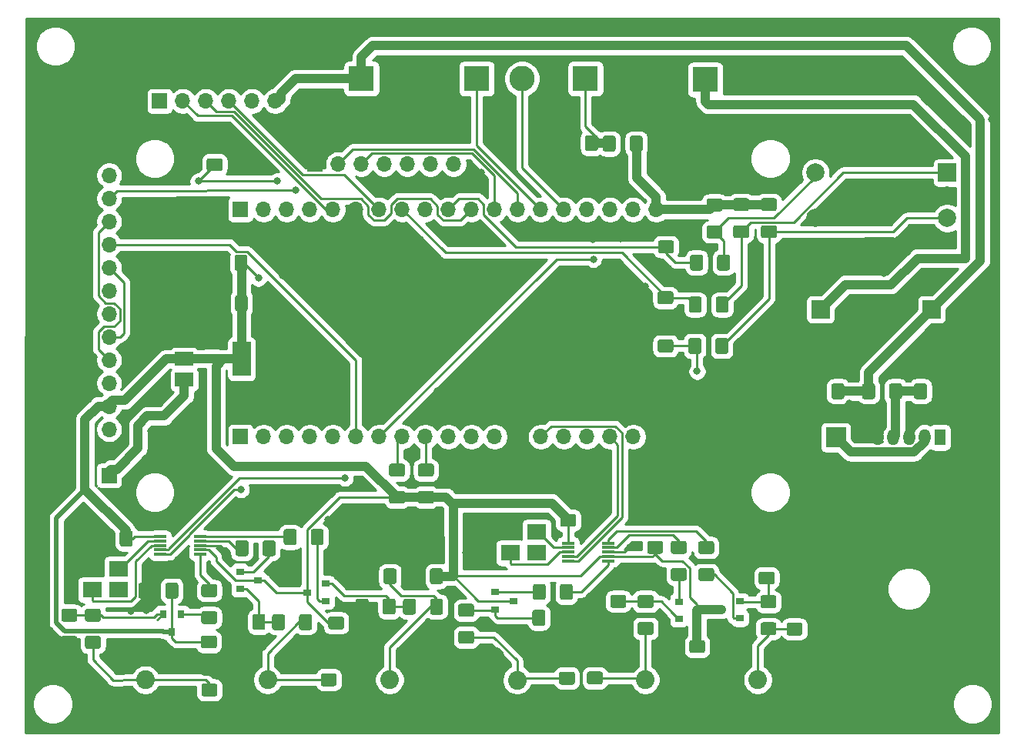
<source format=gbr>
G04 #@! TF.GenerationSoftware,KiCad,Pcbnew,(5.1.8)-1*
G04 #@! TF.CreationDate,2021-01-05T15:25:35+01:00*
G04 #@! TF.ProjectId,vfo-pcb,76666f2d-7063-4622-9e6b-696361645f70,rev?*
G04 #@! TF.SameCoordinates,Original*
G04 #@! TF.FileFunction,Copper,L1,Top*
G04 #@! TF.FilePolarity,Positive*
%FSLAX46Y46*%
G04 Gerber Fmt 4.6, Leading zero omitted, Abs format (unit mm)*
G04 Created by KiCad (PCBNEW (5.1.8)-1) date 2021-01-05 15:25:35*
%MOMM*%
%LPD*%
G01*
G04 APERTURE LIST*
G04 #@! TA.AperFunction,ComponentPad*
%ADD10O,1.275000X1.800000*%
G04 #@! TD*
G04 #@! TA.AperFunction,ComponentPad*
%ADD11R,1.275000X1.800000*%
G04 #@! TD*
G04 #@! TA.AperFunction,ComponentPad*
%ADD12O,2.200000X2.200000*%
G04 #@! TD*
G04 #@! TA.AperFunction,ComponentPad*
%ADD13R,2.200000X2.200000*%
G04 #@! TD*
G04 #@! TA.AperFunction,ComponentPad*
%ADD14C,2.000000*%
G04 #@! TD*
G04 #@! TA.AperFunction,ComponentPad*
%ADD15R,2.000000X2.000000*%
G04 #@! TD*
G04 #@! TA.AperFunction,SMDPad,CuDef*
%ADD16R,0.900000X0.800000*%
G04 #@! TD*
G04 #@! TA.AperFunction,SMDPad,CuDef*
%ADD17R,0.800000X0.900000*%
G04 #@! TD*
G04 #@! TA.AperFunction,ComponentPad*
%ADD18R,1.700000X1.700000*%
G04 #@! TD*
G04 #@! TA.AperFunction,ComponentPad*
%ADD19O,1.700000X1.700000*%
G04 #@! TD*
G04 #@! TA.AperFunction,SMDPad,CuDef*
%ADD20R,1.400000X0.300000*%
G04 #@! TD*
G04 #@! TA.AperFunction,ComponentPad*
%ADD21R,2.800000X2.800000*%
G04 #@! TD*
G04 #@! TA.AperFunction,ComponentPad*
%ADD22C,2.800000*%
G04 #@! TD*
G04 #@! TA.AperFunction,ComponentPad*
%ADD23R,3.200000X2.000000*%
G04 #@! TD*
G04 #@! TA.AperFunction,ComponentPad*
%ADD24C,2.050000*%
G04 #@! TD*
G04 #@! TA.AperFunction,ComponentPad*
%ADD25C,2.250000*%
G04 #@! TD*
G04 #@! TA.AperFunction,SMDPad,CuDef*
%ADD26R,2.100000X1.800000*%
G04 #@! TD*
G04 #@! TA.AperFunction,SMDPad,CuDef*
%ADD27R,2.000000X3.800000*%
G04 #@! TD*
G04 #@! TA.AperFunction,SMDPad,CuDef*
%ADD28R,2.000000X1.500000*%
G04 #@! TD*
G04 #@! TA.AperFunction,ViaPad*
%ADD29C,0.800000*%
G04 #@! TD*
G04 #@! TA.AperFunction,Conductor*
%ADD30C,0.250000*%
G04 #@! TD*
G04 #@! TA.AperFunction,Conductor*
%ADD31C,1.000000*%
G04 #@! TD*
G04 #@! TA.AperFunction,Conductor*
%ADD32C,0.500000*%
G04 #@! TD*
G04 #@! TA.AperFunction,Conductor*
%ADD33C,0.254000*%
G04 #@! TD*
G04 #@! TA.AperFunction,Conductor*
%ADD34C,0.100000*%
G04 #@! TD*
G04 APERTURE END LIST*
G04 #@! TA.AperFunction,SMDPad,CuDef*
G36*
G01*
X102947500Y-66050000D02*
X102947500Y-67300000D01*
G75*
G02*
X102697500Y-67550000I-250000J0D01*
G01*
X101772500Y-67550000D01*
G75*
G02*
X101522500Y-67300000I0J250000D01*
G01*
X101522500Y-66050000D01*
G75*
G02*
X101772500Y-65800000I250000J0D01*
G01*
X102697500Y-65800000D01*
G75*
G02*
X102947500Y-66050000I0J-250000D01*
G01*
G37*
G04 #@! TD.AperFunction*
G04 #@! TA.AperFunction,SMDPad,CuDef*
G36*
G01*
X105922500Y-66050000D02*
X105922500Y-67300000D01*
G75*
G02*
X105672500Y-67550000I-250000J0D01*
G01*
X104747500Y-67550000D01*
G75*
G02*
X104497500Y-67300000I0J250000D01*
G01*
X104497500Y-66050000D01*
G75*
G02*
X104747500Y-65800000I250000J0D01*
G01*
X105672500Y-65800000D01*
G75*
G02*
X105922500Y-66050000I0J-250000D01*
G01*
G37*
G04 #@! TD.AperFunction*
D10*
X136710000Y-99060000D03*
X138410000Y-99060000D03*
X140110000Y-99060000D03*
X141810000Y-99060000D03*
D11*
X143510000Y-99060000D03*
G04 #@! TA.AperFunction,SMDPad,CuDef*
G36*
G01*
X143650000Y-94605000D02*
X143650000Y-93355000D01*
G75*
G02*
X143900000Y-93105000I250000J0D01*
G01*
X144825000Y-93105000D01*
G75*
G02*
X145075000Y-93355000I0J-250000D01*
G01*
X145075000Y-94605000D01*
G75*
G02*
X144825000Y-94855000I-250000J0D01*
G01*
X143900000Y-94855000D01*
G75*
G02*
X143650000Y-94605000I0J250000D01*
G01*
G37*
G04 #@! TD.AperFunction*
G04 #@! TA.AperFunction,SMDPad,CuDef*
G36*
G01*
X140675000Y-94605000D02*
X140675000Y-93355000D01*
G75*
G02*
X140925000Y-93105000I250000J0D01*
G01*
X141850000Y-93105000D01*
G75*
G02*
X142100000Y-93355000I0J-250000D01*
G01*
X142100000Y-94605000D01*
G75*
G02*
X141850000Y-94855000I-250000J0D01*
G01*
X140925000Y-94855000D01*
G75*
G02*
X140675000Y-94605000I0J250000D01*
G01*
G37*
G04 #@! TD.AperFunction*
G04 #@! TA.AperFunction,SMDPad,CuDef*
G36*
G01*
X137935000Y-94605000D02*
X137935000Y-93355000D01*
G75*
G02*
X138185000Y-93105000I250000J0D01*
G01*
X139110000Y-93105000D01*
G75*
G02*
X139360000Y-93355000I0J-250000D01*
G01*
X139360000Y-94605000D01*
G75*
G02*
X139110000Y-94855000I-250000J0D01*
G01*
X138185000Y-94855000D01*
G75*
G02*
X137935000Y-94605000I0J250000D01*
G01*
G37*
G04 #@! TD.AperFunction*
G04 #@! TA.AperFunction,SMDPad,CuDef*
G36*
G01*
X134960000Y-94605000D02*
X134960000Y-93355000D01*
G75*
G02*
X135210000Y-93105000I250000J0D01*
G01*
X136135000Y-93105000D01*
G75*
G02*
X136385000Y-93355000I0J-250000D01*
G01*
X136385000Y-94605000D01*
G75*
G02*
X136135000Y-94855000I-250000J0D01*
G01*
X135210000Y-94855000D01*
G75*
G02*
X134960000Y-94605000I0J250000D01*
G01*
G37*
G04 #@! TD.AperFunction*
D12*
X132080000Y-109220000D03*
D13*
X132080000Y-99060000D03*
D14*
X147610000Y-84980000D03*
D15*
X142610000Y-84980000D03*
D14*
X135390000Y-84980000D03*
D15*
X130390000Y-84980000D03*
G04 #@! TA.AperFunction,SMDPad,CuDef*
G36*
G01*
X63129000Y-68339000D02*
X64379000Y-68339000D01*
G75*
G02*
X64629000Y-68589000I0J-250000D01*
G01*
X64629000Y-69514000D01*
G75*
G02*
X64379000Y-69764000I-250000J0D01*
G01*
X63129000Y-69764000D01*
G75*
G02*
X62879000Y-69514000I0J250000D01*
G01*
X62879000Y-68589000D01*
G75*
G02*
X63129000Y-68339000I250000J0D01*
G01*
G37*
G04 #@! TD.AperFunction*
G04 #@! TA.AperFunction,SMDPad,CuDef*
G36*
G01*
X63129000Y-65364000D02*
X64379000Y-65364000D01*
G75*
G02*
X64629000Y-65614000I0J-250000D01*
G01*
X64629000Y-66539000D01*
G75*
G02*
X64379000Y-66789000I-250000J0D01*
G01*
X63129000Y-66789000D01*
G75*
G02*
X62879000Y-66539000I0J250000D01*
G01*
X62879000Y-65614000D01*
G75*
G02*
X63129000Y-65364000I250000J0D01*
G01*
G37*
G04 #@! TD.AperFunction*
G04 #@! TA.AperFunction,SMDPad,CuDef*
G36*
G01*
X75675000Y-127975000D02*
X76925000Y-127975000D01*
G75*
G02*
X77175000Y-128225000I0J-250000D01*
G01*
X77175000Y-129150000D01*
G75*
G02*
X76925000Y-129400000I-250000J0D01*
G01*
X75675000Y-129400000D01*
G75*
G02*
X75425000Y-129150000I0J250000D01*
G01*
X75425000Y-128225000D01*
G75*
G02*
X75675000Y-127975000I250000J0D01*
G01*
G37*
G04 #@! TD.AperFunction*
G04 #@! TA.AperFunction,SMDPad,CuDef*
G36*
G01*
X75675000Y-125000000D02*
X76925000Y-125000000D01*
G75*
G02*
X77175000Y-125250000I0J-250000D01*
G01*
X77175000Y-126175000D01*
G75*
G02*
X76925000Y-126425000I-250000J0D01*
G01*
X75675000Y-126425000D01*
G75*
G02*
X75425000Y-126175000I0J250000D01*
G01*
X75425000Y-125250000D01*
G75*
G02*
X75675000Y-125000000I250000J0D01*
G01*
G37*
G04 #@! TD.AperFunction*
G04 #@! TA.AperFunction,SMDPad,CuDef*
G36*
G01*
X62550000Y-129100000D02*
X63800000Y-129100000D01*
G75*
G02*
X64050000Y-129350000I0J-250000D01*
G01*
X64050000Y-130275000D01*
G75*
G02*
X63800000Y-130525000I-250000J0D01*
G01*
X62550000Y-130525000D01*
G75*
G02*
X62300000Y-130275000I0J250000D01*
G01*
X62300000Y-129350000D01*
G75*
G02*
X62550000Y-129100000I250000J0D01*
G01*
G37*
G04 #@! TD.AperFunction*
G04 #@! TA.AperFunction,SMDPad,CuDef*
G36*
G01*
X62550000Y-126125000D02*
X63800000Y-126125000D01*
G75*
G02*
X64050000Y-126375000I0J-250000D01*
G01*
X64050000Y-127300000D01*
G75*
G02*
X63800000Y-127550000I-250000J0D01*
G01*
X62550000Y-127550000D01*
G75*
G02*
X62300000Y-127300000I0J250000D01*
G01*
X62300000Y-126375000D01*
G75*
G02*
X62550000Y-126125000I250000J0D01*
G01*
G37*
G04 #@! TD.AperFunction*
G04 #@! TA.AperFunction,SMDPad,CuDef*
G36*
G01*
X80775000Y-113700000D02*
X80775000Y-114950000D01*
G75*
G02*
X80525000Y-115200000I-250000J0D01*
G01*
X79600000Y-115200000D01*
G75*
G02*
X79350000Y-114950000I0J250000D01*
G01*
X79350000Y-113700000D01*
G75*
G02*
X79600000Y-113450000I250000J0D01*
G01*
X80525000Y-113450000D01*
G75*
G02*
X80775000Y-113700000I0J-250000D01*
G01*
G37*
G04 #@! TD.AperFunction*
G04 #@! TA.AperFunction,SMDPad,CuDef*
G36*
G01*
X83750000Y-113700000D02*
X83750000Y-114950000D01*
G75*
G02*
X83500000Y-115200000I-250000J0D01*
G01*
X82575000Y-115200000D01*
G75*
G02*
X82325000Y-114950000I0J250000D01*
G01*
X82325000Y-113700000D01*
G75*
G02*
X82575000Y-113450000I250000J0D01*
G01*
X83500000Y-113450000D01*
G75*
G02*
X83750000Y-113700000I0J-250000D01*
G01*
G37*
G04 #@! TD.AperFunction*
G04 #@! TA.AperFunction,SMDPad,CuDef*
G36*
G01*
X66350000Y-118725000D02*
X66350000Y-119975000D01*
G75*
G02*
X66100000Y-120225000I-250000J0D01*
G01*
X65175000Y-120225000D01*
G75*
G02*
X64925000Y-119975000I0J250000D01*
G01*
X64925000Y-118725000D01*
G75*
G02*
X65175000Y-118475000I250000J0D01*
G01*
X66100000Y-118475000D01*
G75*
G02*
X66350000Y-118725000I0J-250000D01*
G01*
G37*
G04 #@! TD.AperFunction*
G04 #@! TA.AperFunction,SMDPad,CuDef*
G36*
G01*
X69325000Y-118725000D02*
X69325000Y-119975000D01*
G75*
G02*
X69075000Y-120225000I-250000J0D01*
G01*
X68150000Y-120225000D01*
G75*
G02*
X67900000Y-119975000I0J250000D01*
G01*
X67900000Y-118725000D01*
G75*
G02*
X68150000Y-118475000I250000J0D01*
G01*
X69075000Y-118475000D01*
G75*
G02*
X69325000Y-118725000I0J-250000D01*
G01*
G37*
G04 #@! TD.AperFunction*
G04 #@! TA.AperFunction,SMDPad,CuDef*
G36*
G01*
X47150000Y-120875000D02*
X48400000Y-120875000D01*
G75*
G02*
X48650000Y-121125000I0J-250000D01*
G01*
X48650000Y-122050000D01*
G75*
G02*
X48400000Y-122300000I-250000J0D01*
G01*
X47150000Y-122300000D01*
G75*
G02*
X46900000Y-122050000I0J250000D01*
G01*
X46900000Y-121125000D01*
G75*
G02*
X47150000Y-120875000I250000J0D01*
G01*
G37*
G04 #@! TD.AperFunction*
G04 #@! TA.AperFunction,SMDPad,CuDef*
G36*
G01*
X47150000Y-117900000D02*
X48400000Y-117900000D01*
G75*
G02*
X48650000Y-118150000I0J-250000D01*
G01*
X48650000Y-119075000D01*
G75*
G02*
X48400000Y-119325000I-250000J0D01*
G01*
X47150000Y-119325000D01*
G75*
G02*
X46900000Y-119075000I0J250000D01*
G01*
X46900000Y-118150000D01*
G75*
G02*
X47150000Y-117900000I250000J0D01*
G01*
G37*
G04 #@! TD.AperFunction*
G04 #@! TA.AperFunction,SMDPad,CuDef*
G36*
G01*
X80675000Y-117025000D02*
X80675000Y-118275000D01*
G75*
G02*
X80425000Y-118525000I-250000J0D01*
G01*
X79500000Y-118525000D01*
G75*
G02*
X79250000Y-118275000I0J250000D01*
G01*
X79250000Y-117025000D01*
G75*
G02*
X79500000Y-116775000I250000J0D01*
G01*
X80425000Y-116775000D01*
G75*
G02*
X80675000Y-117025000I0J-250000D01*
G01*
G37*
G04 #@! TD.AperFunction*
G04 #@! TA.AperFunction,SMDPad,CuDef*
G36*
G01*
X83650000Y-117025000D02*
X83650000Y-118275000D01*
G75*
G02*
X83400000Y-118525000I-250000J0D01*
G01*
X82475000Y-118525000D01*
G75*
G02*
X82225000Y-118275000I0J250000D01*
G01*
X82225000Y-117025000D01*
G75*
G02*
X82475000Y-116775000I250000J0D01*
G01*
X83400000Y-116775000D01*
G75*
G02*
X83650000Y-117025000I0J-250000D01*
G01*
G37*
G04 #@! TD.AperFunction*
G04 #@! TA.AperFunction,SMDPad,CuDef*
G36*
G01*
X106200000Y-123250000D02*
X104950000Y-123250000D01*
G75*
G02*
X104700000Y-123000000I0J250000D01*
G01*
X104700000Y-122075000D01*
G75*
G02*
X104950000Y-121825000I250000J0D01*
G01*
X106200000Y-121825000D01*
G75*
G02*
X106450000Y-122075000I0J-250000D01*
G01*
X106450000Y-123000000D01*
G75*
G02*
X106200000Y-123250000I-250000J0D01*
G01*
G37*
G04 #@! TD.AperFunction*
G04 #@! TA.AperFunction,SMDPad,CuDef*
G36*
G01*
X106200000Y-126225000D02*
X104950000Y-126225000D01*
G75*
G02*
X104700000Y-125975000I0J250000D01*
G01*
X104700000Y-125050000D01*
G75*
G02*
X104950000Y-124800000I250000J0D01*
G01*
X106200000Y-124800000D01*
G75*
G02*
X106450000Y-125050000I0J-250000D01*
G01*
X106450000Y-125975000D01*
G75*
G02*
X106200000Y-126225000I-250000J0D01*
G01*
G37*
G04 #@! TD.AperFunction*
G04 #@! TA.AperFunction,SMDPad,CuDef*
G36*
G01*
X103125000Y-123275000D02*
X101875000Y-123275000D01*
G75*
G02*
X101625000Y-123025000I0J250000D01*
G01*
X101625000Y-122100000D01*
G75*
G02*
X101875000Y-121850000I250000J0D01*
G01*
X103125000Y-121850000D01*
G75*
G02*
X103375000Y-122100000I0J-250000D01*
G01*
X103375000Y-123025000D01*
G75*
G02*
X103125000Y-123275000I-250000J0D01*
G01*
G37*
G04 #@! TD.AperFunction*
G04 #@! TA.AperFunction,SMDPad,CuDef*
G36*
G01*
X103125000Y-126250000D02*
X101875000Y-126250000D01*
G75*
G02*
X101625000Y-126000000I0J250000D01*
G01*
X101625000Y-125075000D01*
G75*
G02*
X101875000Y-124825000I250000J0D01*
G01*
X103125000Y-124825000D01*
G75*
G02*
X103375000Y-125075000I0J-250000D01*
G01*
X103375000Y-126000000D01*
G75*
G02*
X103125000Y-126250000I-250000J0D01*
G01*
G37*
G04 #@! TD.AperFunction*
G04 #@! TA.AperFunction,SMDPad,CuDef*
G36*
G01*
X107525000Y-119350000D02*
X108775000Y-119350000D01*
G75*
G02*
X109025000Y-119600000I0J-250000D01*
G01*
X109025000Y-120525000D01*
G75*
G02*
X108775000Y-120775000I-250000J0D01*
G01*
X107525000Y-120775000D01*
G75*
G02*
X107275000Y-120525000I0J250000D01*
G01*
X107275000Y-119600000D01*
G75*
G02*
X107525000Y-119350000I250000J0D01*
G01*
G37*
G04 #@! TD.AperFunction*
G04 #@! TA.AperFunction,SMDPad,CuDef*
G36*
G01*
X107525000Y-116375000D02*
X108775000Y-116375000D01*
G75*
G02*
X109025000Y-116625000I0J-250000D01*
G01*
X109025000Y-117550000D01*
G75*
G02*
X108775000Y-117800000I-250000J0D01*
G01*
X107525000Y-117800000D01*
G75*
G02*
X107275000Y-117550000I0J250000D01*
G01*
X107275000Y-116625000D01*
G75*
G02*
X107525000Y-116375000I250000J0D01*
G01*
G37*
G04 #@! TD.AperFunction*
G04 #@! TA.AperFunction,SMDPad,CuDef*
G36*
G01*
X101675000Y-119525000D02*
X101675000Y-118275000D01*
G75*
G02*
X101925000Y-118025000I250000J0D01*
G01*
X102850000Y-118025000D01*
G75*
G02*
X103100000Y-118275000I0J-250000D01*
G01*
X103100000Y-119525000D01*
G75*
G02*
X102850000Y-119775000I-250000J0D01*
G01*
X101925000Y-119775000D01*
G75*
G02*
X101675000Y-119525000I0J250000D01*
G01*
G37*
G04 #@! TD.AperFunction*
G04 #@! TA.AperFunction,SMDPad,CuDef*
G36*
G01*
X98700000Y-119525000D02*
X98700000Y-118275000D01*
G75*
G02*
X98950000Y-118025000I250000J0D01*
G01*
X99875000Y-118025000D01*
G75*
G02*
X100125000Y-118275000I0J-250000D01*
G01*
X100125000Y-119525000D01*
G75*
G02*
X99875000Y-119775000I-250000J0D01*
G01*
X98950000Y-119775000D01*
G75*
G02*
X98700000Y-119525000I0J250000D01*
G01*
G37*
G04 #@! TD.AperFunction*
G04 #@! TA.AperFunction,SMDPad,CuDef*
G36*
G01*
X128150000Y-117875000D02*
X126900000Y-117875000D01*
G75*
G02*
X126650000Y-117625000I0J250000D01*
G01*
X126650000Y-116700000D01*
G75*
G02*
X126900000Y-116450000I250000J0D01*
G01*
X128150000Y-116450000D01*
G75*
G02*
X128400000Y-116700000I0J-250000D01*
G01*
X128400000Y-117625000D01*
G75*
G02*
X128150000Y-117875000I-250000J0D01*
G01*
G37*
G04 #@! TD.AperFunction*
G04 #@! TA.AperFunction,SMDPad,CuDef*
G36*
G01*
X128150000Y-120850000D02*
X126900000Y-120850000D01*
G75*
G02*
X126650000Y-120600000I0J250000D01*
G01*
X126650000Y-119675000D01*
G75*
G02*
X126900000Y-119425000I250000J0D01*
G01*
X128150000Y-119425000D01*
G75*
G02*
X128400000Y-119675000I0J-250000D01*
G01*
X128400000Y-120600000D01*
G75*
G02*
X128150000Y-120850000I-250000J0D01*
G01*
G37*
G04 #@! TD.AperFunction*
G04 #@! TA.AperFunction,SMDPad,CuDef*
G36*
G01*
X125085000Y-112255000D02*
X123835000Y-112255000D01*
G75*
G02*
X123585000Y-112005000I0J250000D01*
G01*
X123585000Y-111080000D01*
G75*
G02*
X123835000Y-110830000I250000J0D01*
G01*
X125085000Y-110830000D01*
G75*
G02*
X125335000Y-111080000I0J-250000D01*
G01*
X125335000Y-112005000D01*
G75*
G02*
X125085000Y-112255000I-250000J0D01*
G01*
G37*
G04 #@! TD.AperFunction*
G04 #@! TA.AperFunction,SMDPad,CuDef*
G36*
G01*
X125085000Y-115230000D02*
X123835000Y-115230000D01*
G75*
G02*
X123585000Y-114980000I0J250000D01*
G01*
X123585000Y-114055000D01*
G75*
G02*
X123835000Y-113805000I250000J0D01*
G01*
X125085000Y-113805000D01*
G75*
G02*
X125335000Y-114055000I0J-250000D01*
G01*
X125335000Y-114980000D01*
G75*
G02*
X125085000Y-115230000I-250000J0D01*
G01*
G37*
G04 #@! TD.AperFunction*
G04 #@! TA.AperFunction,SMDPad,CuDef*
G36*
G01*
X73050000Y-120000000D02*
X73050000Y-118750000D01*
G75*
G02*
X73300000Y-118500000I250000J0D01*
G01*
X74225000Y-118500000D01*
G75*
G02*
X74475000Y-118750000I0J-250000D01*
G01*
X74475000Y-120000000D01*
G75*
G02*
X74225000Y-120250000I-250000J0D01*
G01*
X73300000Y-120250000D01*
G75*
G02*
X73050000Y-120000000I0J250000D01*
G01*
G37*
G04 #@! TD.AperFunction*
G04 #@! TA.AperFunction,SMDPad,CuDef*
G36*
G01*
X70075000Y-120000000D02*
X70075000Y-118750000D01*
G75*
G02*
X70325000Y-118500000I250000J0D01*
G01*
X71250000Y-118500000D01*
G75*
G02*
X71500000Y-118750000I0J-250000D01*
G01*
X71500000Y-120000000D01*
G75*
G02*
X71250000Y-120250000I-250000J0D01*
G01*
X70325000Y-120250000D01*
G75*
G02*
X70075000Y-120000000I0J250000D01*
G01*
G37*
G04 #@! TD.AperFunction*
D16*
X116803680Y-118056660D03*
X114803680Y-119006660D03*
X114803680Y-117106660D03*
X96623380Y-117033040D03*
X94623380Y-117983040D03*
X94623380Y-116083040D03*
X119512840Y-118000780D03*
X121512840Y-117050780D03*
X121512840Y-118950780D03*
X68536060Y-114762280D03*
X66536060Y-115712280D03*
X66536060Y-113812280D03*
D17*
X59070240Y-120461280D03*
X58120240Y-118461280D03*
X60020240Y-118461280D03*
D16*
X73963020Y-116098320D03*
X75963020Y-115148320D03*
X75963020Y-117048320D03*
G04 #@! TA.AperFunction,SMDPad,CuDef*
G36*
G01*
X87432180Y-114950400D02*
X87432180Y-113700400D01*
G75*
G02*
X87682180Y-113450400I250000J0D01*
G01*
X88607180Y-113450400D01*
G75*
G02*
X88857180Y-113700400I0J-250000D01*
G01*
X88857180Y-114950400D01*
G75*
G02*
X88607180Y-115200400I-250000J0D01*
G01*
X87682180Y-115200400D01*
G75*
G02*
X87432180Y-114950400I0J250000D01*
G01*
G37*
G04 #@! TD.AperFunction*
G04 #@! TA.AperFunction,SMDPad,CuDef*
G36*
G01*
X84457180Y-114950400D02*
X84457180Y-113700400D01*
G75*
G02*
X84707180Y-113450400I250000J0D01*
G01*
X85632180Y-113450400D01*
G75*
G02*
X85882180Y-113700400I0J-250000D01*
G01*
X85882180Y-114950400D01*
G75*
G02*
X85632180Y-115200400I-250000J0D01*
G01*
X84707180Y-115200400D01*
G75*
G02*
X84457180Y-114950400I0J250000D01*
G01*
G37*
G04 #@! TD.AperFunction*
G04 #@! TA.AperFunction,SMDPad,CuDef*
G36*
G01*
X77750000Y-120175000D02*
X76500000Y-120175000D01*
G75*
G02*
X76250000Y-119925000I0J250000D01*
G01*
X76250000Y-119000000D01*
G75*
G02*
X76500000Y-118750000I250000J0D01*
G01*
X77750000Y-118750000D01*
G75*
G02*
X78000000Y-119000000I0J-250000D01*
G01*
X78000000Y-119925000D01*
G75*
G02*
X77750000Y-120175000I-250000J0D01*
G01*
G37*
G04 #@! TD.AperFunction*
G04 #@! TA.AperFunction,SMDPad,CuDef*
G36*
G01*
X77750000Y-123150000D02*
X76500000Y-123150000D01*
G75*
G02*
X76250000Y-122900000I0J250000D01*
G01*
X76250000Y-121975000D01*
G75*
G02*
X76500000Y-121725000I250000J0D01*
G01*
X77750000Y-121725000D01*
G75*
G02*
X78000000Y-121975000I0J-250000D01*
G01*
X78000000Y-122900000D01*
G75*
G02*
X77750000Y-123150000I-250000J0D01*
G01*
G37*
G04 #@! TD.AperFunction*
G04 #@! TA.AperFunction,SMDPad,CuDef*
G36*
G01*
X56796640Y-115290440D02*
X56796640Y-116540440D01*
G75*
G02*
X56546640Y-116790440I-250000J0D01*
G01*
X55621640Y-116790440D01*
G75*
G02*
X55371640Y-116540440I0J250000D01*
G01*
X55371640Y-115290440D01*
G75*
G02*
X55621640Y-115040440I250000J0D01*
G01*
X56546640Y-115040440D01*
G75*
G02*
X56796640Y-115290440I0J-250000D01*
G01*
G37*
G04 #@! TD.AperFunction*
G04 #@! TA.AperFunction,SMDPad,CuDef*
G36*
G01*
X59771640Y-115290440D02*
X59771640Y-116540440D01*
G75*
G02*
X59521640Y-116790440I-250000J0D01*
G01*
X58596640Y-116790440D01*
G75*
G02*
X58346640Y-116540440I0J250000D01*
G01*
X58346640Y-115290440D01*
G75*
G02*
X58596640Y-115040440I250000J0D01*
G01*
X59521640Y-115040440D01*
G75*
G02*
X59771640Y-115290440I0J-250000D01*
G01*
G37*
G04 #@! TD.AperFunction*
G04 #@! TA.AperFunction,SMDPad,CuDef*
G36*
G01*
X110525400Y-119359980D02*
X111775400Y-119359980D01*
G75*
G02*
X112025400Y-119609980I0J-250000D01*
G01*
X112025400Y-120534980D01*
G75*
G02*
X111775400Y-120784980I-250000J0D01*
G01*
X110525400Y-120784980D01*
G75*
G02*
X110275400Y-120534980I0J250000D01*
G01*
X110275400Y-119609980D01*
G75*
G02*
X110525400Y-119359980I250000J0D01*
G01*
G37*
G04 #@! TD.AperFunction*
G04 #@! TA.AperFunction,SMDPad,CuDef*
G36*
G01*
X110525400Y-116384980D02*
X111775400Y-116384980D01*
G75*
G02*
X112025400Y-116634980I0J-250000D01*
G01*
X112025400Y-117559980D01*
G75*
G02*
X111775400Y-117809980I-250000J0D01*
G01*
X110525400Y-117809980D01*
G75*
G02*
X110275400Y-117559980I0J250000D01*
G01*
X110275400Y-116634980D01*
G75*
G02*
X110525400Y-116384980I250000J0D01*
G01*
G37*
G04 #@! TD.AperFunction*
G04 #@! TA.AperFunction,SMDPad,CuDef*
G36*
G01*
X90794680Y-120330260D02*
X92044680Y-120330260D01*
G75*
G02*
X92294680Y-120580260I0J-250000D01*
G01*
X92294680Y-121505260D01*
G75*
G02*
X92044680Y-121755260I-250000J0D01*
G01*
X90794680Y-121755260D01*
G75*
G02*
X90544680Y-121505260I0J250000D01*
G01*
X90544680Y-120580260D01*
G75*
G02*
X90794680Y-120330260I250000J0D01*
G01*
G37*
G04 #@! TD.AperFunction*
G04 #@! TA.AperFunction,SMDPad,CuDef*
G36*
G01*
X90794680Y-117355260D02*
X92044680Y-117355260D01*
G75*
G02*
X92294680Y-117605260I0J-250000D01*
G01*
X92294680Y-118530260D01*
G75*
G02*
X92044680Y-118780260I-250000J0D01*
G01*
X90794680Y-118780260D01*
G75*
G02*
X90544680Y-118530260I0J250000D01*
G01*
X90544680Y-117605260D01*
G75*
G02*
X90794680Y-117355260I250000J0D01*
G01*
G37*
G04 #@! TD.AperFunction*
G04 #@! TA.AperFunction,SMDPad,CuDef*
G36*
G01*
X124035660Y-119390460D02*
X125285660Y-119390460D01*
G75*
G02*
X125535660Y-119640460I0J-250000D01*
G01*
X125535660Y-120565460D01*
G75*
G02*
X125285660Y-120815460I-250000J0D01*
G01*
X124035660Y-120815460D01*
G75*
G02*
X123785660Y-120565460I0J250000D01*
G01*
X123785660Y-119640460D01*
G75*
G02*
X124035660Y-119390460I250000J0D01*
G01*
G37*
G04 #@! TD.AperFunction*
G04 #@! TA.AperFunction,SMDPad,CuDef*
G36*
G01*
X124035660Y-116415460D02*
X125285660Y-116415460D01*
G75*
G02*
X125535660Y-116665460I0J-250000D01*
G01*
X125535660Y-117590460D01*
G75*
G02*
X125285660Y-117840460I-250000J0D01*
G01*
X124035660Y-117840460D01*
G75*
G02*
X123785660Y-117590460I0J250000D01*
G01*
X123785660Y-116665460D01*
G75*
G02*
X124035660Y-116415460I250000J0D01*
G01*
G37*
G04 #@! TD.AperFunction*
G04 #@! TA.AperFunction,SMDPad,CuDef*
G36*
G01*
X101724760Y-116685220D02*
X101724760Y-115435220D01*
G75*
G02*
X101974760Y-115185220I250000J0D01*
G01*
X102899760Y-115185220D01*
G75*
G02*
X103149760Y-115435220I0J-250000D01*
G01*
X103149760Y-116685220D01*
G75*
G02*
X102899760Y-116935220I-250000J0D01*
G01*
X101974760Y-116935220D01*
G75*
G02*
X101724760Y-116685220I0J250000D01*
G01*
G37*
G04 #@! TD.AperFunction*
G04 #@! TA.AperFunction,SMDPad,CuDef*
G36*
G01*
X98749760Y-116685220D02*
X98749760Y-115435220D01*
G75*
G02*
X98999760Y-115185220I250000J0D01*
G01*
X99924760Y-115185220D01*
G75*
G02*
X100174760Y-115435220I0J-250000D01*
G01*
X100174760Y-116685220D01*
G75*
G02*
X99924760Y-116935220I-250000J0D01*
G01*
X98999760Y-116935220D01*
G75*
G02*
X98749760Y-116685220I0J250000D01*
G01*
G37*
G04 #@! TD.AperFunction*
G04 #@! TA.AperFunction,SMDPad,CuDef*
G36*
G01*
X115430460Y-111858760D02*
X114180460Y-111858760D01*
G75*
G02*
X113930460Y-111608760I0J250000D01*
G01*
X113930460Y-110683760D01*
G75*
G02*
X114180460Y-110433760I250000J0D01*
G01*
X115430460Y-110433760D01*
G75*
G02*
X115680460Y-110683760I0J-250000D01*
G01*
X115680460Y-111608760D01*
G75*
G02*
X115430460Y-111858760I-250000J0D01*
G01*
G37*
G04 #@! TD.AperFunction*
G04 #@! TA.AperFunction,SMDPad,CuDef*
G36*
G01*
X115430460Y-114833760D02*
X114180460Y-114833760D01*
G75*
G02*
X113930460Y-114583760I0J250000D01*
G01*
X113930460Y-113658760D01*
G75*
G02*
X114180460Y-113408760I250000J0D01*
G01*
X115430460Y-113408760D01*
G75*
G02*
X115680460Y-113658760I0J-250000D01*
G01*
X115680460Y-114583760D01*
G75*
G02*
X115430460Y-114833760I-250000J0D01*
G01*
G37*
G04 #@! TD.AperFunction*
G04 #@! TA.AperFunction,SMDPad,CuDef*
G36*
G01*
X118445440Y-111879080D02*
X117195440Y-111879080D01*
G75*
G02*
X116945440Y-111629080I0J250000D01*
G01*
X116945440Y-110704080D01*
G75*
G02*
X117195440Y-110454080I250000J0D01*
G01*
X118445440Y-110454080D01*
G75*
G02*
X118695440Y-110704080I0J-250000D01*
G01*
X118695440Y-111629080D01*
G75*
G02*
X118445440Y-111879080I-250000J0D01*
G01*
G37*
G04 #@! TD.AperFunction*
G04 #@! TA.AperFunction,SMDPad,CuDef*
G36*
G01*
X118445440Y-114854080D02*
X117195440Y-114854080D01*
G75*
G02*
X116945440Y-114604080I0J250000D01*
G01*
X116945440Y-113679080D01*
G75*
G02*
X117195440Y-113429080I250000J0D01*
G01*
X118445440Y-113429080D01*
G75*
G02*
X118695440Y-113679080I0J-250000D01*
G01*
X118695440Y-114604080D01*
G75*
G02*
X118445440Y-114854080I-250000J0D01*
G01*
G37*
G04 #@! TD.AperFunction*
D18*
X57713880Y-62047120D03*
D19*
X60253880Y-62047120D03*
X62793880Y-62047120D03*
X65333880Y-62047120D03*
X67873880Y-62047120D03*
X70413880Y-62047120D03*
X72953880Y-62047120D03*
D20*
X62164320Y-109931960D03*
X62164320Y-110431960D03*
X62164320Y-110931960D03*
X62164320Y-111431960D03*
X62164320Y-111931960D03*
X57764320Y-111931960D03*
X57764320Y-111431960D03*
X57764320Y-110931960D03*
X57764320Y-110431960D03*
X57764320Y-109931960D03*
G04 #@! TA.AperFunction,SMDPad,CuDef*
G36*
G01*
X131585000Y-94605000D02*
X131585000Y-93355000D01*
G75*
G02*
X131835000Y-93105000I250000J0D01*
G01*
X132760000Y-93105000D01*
G75*
G02*
X133010000Y-93355000I0J-250000D01*
G01*
X133010000Y-94605000D01*
G75*
G02*
X132760000Y-94855000I-250000J0D01*
G01*
X131835000Y-94855000D01*
G75*
G02*
X131585000Y-94605000I0J250000D01*
G01*
G37*
G04 #@! TD.AperFunction*
G04 #@! TA.AperFunction,SMDPad,CuDef*
G36*
G01*
X128610000Y-94605000D02*
X128610000Y-93355000D01*
G75*
G02*
X128860000Y-93105000I250000J0D01*
G01*
X129785000Y-93105000D01*
G75*
G02*
X130035000Y-93355000I0J-250000D01*
G01*
X130035000Y-94605000D01*
G75*
G02*
X129785000Y-94855000I-250000J0D01*
G01*
X128860000Y-94855000D01*
G75*
G02*
X128610000Y-94605000I0J250000D01*
G01*
G37*
G04 #@! TD.AperFunction*
D19*
X112323880Y-98983800D03*
X109783880Y-98983800D03*
X107243880Y-98983800D03*
X104703880Y-98983800D03*
X102163880Y-98983800D03*
X99623880Y-98983800D03*
X97083880Y-98983800D03*
X94543880Y-98983800D03*
X92003880Y-98983800D03*
X89463880Y-98983800D03*
X86923880Y-98983800D03*
X84383880Y-98983800D03*
X81843880Y-98983800D03*
X79303880Y-98983800D03*
X76763880Y-98983800D03*
X74223880Y-98983800D03*
X71683880Y-98983800D03*
X69143880Y-98983800D03*
D18*
X66603880Y-98983800D03*
X66603880Y-73983800D03*
D19*
X69143880Y-73983800D03*
X71683880Y-73983800D03*
X74223880Y-73983800D03*
X76763880Y-73983800D03*
X79303880Y-73983800D03*
X81843880Y-73983800D03*
X84383880Y-73983800D03*
X86923880Y-73983800D03*
X89463880Y-73983800D03*
X92003880Y-73983800D03*
X94543880Y-73983800D03*
X97083880Y-73983800D03*
X99623880Y-73983800D03*
X102163880Y-73983800D03*
X104703880Y-73983800D03*
X107243880Y-73983800D03*
X109783880Y-73983800D03*
X112323880Y-73983800D03*
D21*
X104546400Y-59598560D03*
D22*
X109546400Y-59598560D03*
X84908400Y-59598560D03*
D21*
X79908400Y-59598560D03*
D18*
X52161440Y-103235760D03*
D19*
X52161440Y-100695760D03*
X52161440Y-98155760D03*
X52161440Y-95615760D03*
X52161440Y-93075760D03*
X52161440Y-90535760D03*
X52161440Y-87995760D03*
X52161440Y-85455760D03*
X52161440Y-82915760D03*
X52161440Y-80375760D03*
X52161440Y-77835760D03*
X52161440Y-75295760D03*
X52161440Y-72755760D03*
X52161440Y-70215760D03*
D15*
X144327880Y-69936360D03*
D14*
X144327880Y-72436360D03*
X144327880Y-74936360D03*
D23*
X136827880Y-66836360D03*
X136827880Y-78036360D03*
D14*
X129827880Y-69936360D03*
X129827880Y-74936360D03*
D22*
X97572840Y-59598560D03*
D21*
X92572840Y-59598560D03*
X117698520Y-59700160D03*
D22*
X122698520Y-59700160D03*
D18*
X74792840Y-68991480D03*
D19*
X77332840Y-68991480D03*
X79872840Y-68991480D03*
X82412840Y-68991480D03*
X84952840Y-68991480D03*
X87492840Y-68991480D03*
X90032840Y-68991480D03*
G04 #@! TA.AperFunction,SMDPad,CuDef*
G36*
G01*
X121041000Y-72730000D02*
X122291000Y-72730000D01*
G75*
G02*
X122541000Y-72980000I0J-250000D01*
G01*
X122541000Y-73905000D01*
G75*
G02*
X122291000Y-74155000I-250000J0D01*
G01*
X121041000Y-74155000D01*
G75*
G02*
X120791000Y-73905000I0J250000D01*
G01*
X120791000Y-72980000D01*
G75*
G02*
X121041000Y-72730000I250000J0D01*
G01*
G37*
G04 #@! TD.AperFunction*
G04 #@! TA.AperFunction,SMDPad,CuDef*
G36*
G01*
X121041000Y-75705000D02*
X122291000Y-75705000D01*
G75*
G02*
X122541000Y-75955000I0J-250000D01*
G01*
X122541000Y-76880000D01*
G75*
G02*
X122291000Y-77130000I-250000J0D01*
G01*
X121041000Y-77130000D01*
G75*
G02*
X120791000Y-76880000I0J250000D01*
G01*
X120791000Y-75955000D01*
G75*
G02*
X121041000Y-75705000I250000J0D01*
G01*
G37*
G04 #@! TD.AperFunction*
G04 #@! TA.AperFunction,SMDPad,CuDef*
G36*
G01*
X124089000Y-72730000D02*
X125339000Y-72730000D01*
G75*
G02*
X125589000Y-72980000I0J-250000D01*
G01*
X125589000Y-73905000D01*
G75*
G02*
X125339000Y-74155000I-250000J0D01*
G01*
X124089000Y-74155000D01*
G75*
G02*
X123839000Y-73905000I0J250000D01*
G01*
X123839000Y-72980000D01*
G75*
G02*
X124089000Y-72730000I250000J0D01*
G01*
G37*
G04 #@! TD.AperFunction*
G04 #@! TA.AperFunction,SMDPad,CuDef*
G36*
G01*
X124089000Y-75705000D02*
X125339000Y-75705000D01*
G75*
G02*
X125589000Y-75955000I0J-250000D01*
G01*
X125589000Y-76880000D01*
G75*
G02*
X125339000Y-77130000I-250000J0D01*
G01*
X124089000Y-77130000D01*
G75*
G02*
X123839000Y-76880000I0J250000D01*
G01*
X123839000Y-75955000D01*
G75*
G02*
X124089000Y-75705000I250000J0D01*
G01*
G37*
G04 #@! TD.AperFunction*
G04 #@! TA.AperFunction,SMDPad,CuDef*
G36*
G01*
X118109000Y-75745000D02*
X119359000Y-75745000D01*
G75*
G02*
X119609000Y-75995000I0J-250000D01*
G01*
X119609000Y-76920000D01*
G75*
G02*
X119359000Y-77170000I-250000J0D01*
G01*
X118109000Y-77170000D01*
G75*
G02*
X117859000Y-76920000I0J250000D01*
G01*
X117859000Y-75995000D01*
G75*
G02*
X118109000Y-75745000I250000J0D01*
G01*
G37*
G04 #@! TD.AperFunction*
G04 #@! TA.AperFunction,SMDPad,CuDef*
G36*
G01*
X118109000Y-72770000D02*
X119359000Y-72770000D01*
G75*
G02*
X119609000Y-73020000I0J-250000D01*
G01*
X119609000Y-73945000D01*
G75*
G02*
X119359000Y-74195000I-250000J0D01*
G01*
X118109000Y-74195000D01*
G75*
G02*
X117859000Y-73945000I0J250000D01*
G01*
X117859000Y-73020000D01*
G75*
G02*
X118109000Y-72770000I250000J0D01*
G01*
G37*
G04 #@! TD.AperFunction*
G04 #@! TA.AperFunction,SMDPad,CuDef*
G36*
G01*
X110835800Y-66116040D02*
X110835800Y-67366040D01*
G75*
G02*
X110585800Y-67616040I-250000J0D01*
G01*
X109660800Y-67616040D01*
G75*
G02*
X109410800Y-67366040I0J250000D01*
G01*
X109410800Y-66116040D01*
G75*
G02*
X109660800Y-65866040I250000J0D01*
G01*
X110585800Y-65866040D01*
G75*
G02*
X110835800Y-66116040I0J-250000D01*
G01*
G37*
G04 #@! TD.AperFunction*
G04 #@! TA.AperFunction,SMDPad,CuDef*
G36*
G01*
X107860800Y-66116040D02*
X107860800Y-67366040D01*
G75*
G02*
X107610800Y-67616040I-250000J0D01*
G01*
X106685800Y-67616040D01*
G75*
G02*
X106435800Y-67366040I0J250000D01*
G01*
X106435800Y-66116040D01*
G75*
G02*
X106685800Y-65866040I250000J0D01*
G01*
X107610800Y-65866040D01*
G75*
G02*
X107860800Y-66116040I0J-250000D01*
G01*
G37*
G04 #@! TD.AperFunction*
G04 #@! TA.AperFunction,SMDPad,CuDef*
G36*
G01*
X115894760Y-85069840D02*
X115894760Y-83819840D01*
G75*
G02*
X116144760Y-83569840I250000J0D01*
G01*
X117069760Y-83569840D01*
G75*
G02*
X117319760Y-83819840I0J-250000D01*
G01*
X117319760Y-85069840D01*
G75*
G02*
X117069760Y-85319840I-250000J0D01*
G01*
X116144760Y-85319840D01*
G75*
G02*
X115894760Y-85069840I0J250000D01*
G01*
G37*
G04 #@! TD.AperFunction*
G04 #@! TA.AperFunction,SMDPad,CuDef*
G36*
G01*
X118869760Y-85069840D02*
X118869760Y-83819840D01*
G75*
G02*
X119119760Y-83569840I250000J0D01*
G01*
X120044760Y-83569840D01*
G75*
G02*
X120294760Y-83819840I0J-250000D01*
G01*
X120294760Y-85069840D01*
G75*
G02*
X120044760Y-85319840I-250000J0D01*
G01*
X119119760Y-85319840D01*
G75*
G02*
X118869760Y-85069840I0J250000D01*
G01*
G37*
G04 #@! TD.AperFunction*
G04 #@! TA.AperFunction,SMDPad,CuDef*
G36*
G01*
X118824040Y-89616440D02*
X118824040Y-88366440D01*
G75*
G02*
X119074040Y-88116440I250000J0D01*
G01*
X119999040Y-88116440D01*
G75*
G02*
X120249040Y-88366440I0J-250000D01*
G01*
X120249040Y-89616440D01*
G75*
G02*
X119999040Y-89866440I-250000J0D01*
G01*
X119074040Y-89866440D01*
G75*
G02*
X118824040Y-89616440I0J250000D01*
G01*
G37*
G04 #@! TD.AperFunction*
G04 #@! TA.AperFunction,SMDPad,CuDef*
G36*
G01*
X115849040Y-89616440D02*
X115849040Y-88366440D01*
G75*
G02*
X116099040Y-88116440I250000J0D01*
G01*
X117024040Y-88116440D01*
G75*
G02*
X117274040Y-88366440I0J-250000D01*
G01*
X117274040Y-89616440D01*
G75*
G02*
X117024040Y-89866440I-250000J0D01*
G01*
X116099040Y-89866440D01*
G75*
G02*
X115849040Y-89616440I0J250000D01*
G01*
G37*
G04 #@! TD.AperFunction*
G04 #@! TA.AperFunction,SMDPad,CuDef*
G36*
G01*
X116047160Y-80452120D02*
X116047160Y-79202120D01*
G75*
G02*
X116297160Y-78952120I250000J0D01*
G01*
X117222160Y-78952120D01*
G75*
G02*
X117472160Y-79202120I0J-250000D01*
G01*
X117472160Y-80452120D01*
G75*
G02*
X117222160Y-80702120I-250000J0D01*
G01*
X116297160Y-80702120D01*
G75*
G02*
X116047160Y-80452120I0J250000D01*
G01*
G37*
G04 #@! TD.AperFunction*
G04 #@! TA.AperFunction,SMDPad,CuDef*
G36*
G01*
X119022160Y-80452120D02*
X119022160Y-79202120D01*
G75*
G02*
X119272160Y-78952120I250000J0D01*
G01*
X120197160Y-78952120D01*
G75*
G02*
X120447160Y-79202120I0J-250000D01*
G01*
X120447160Y-80452120D01*
G75*
G02*
X120197160Y-80702120I-250000J0D01*
G01*
X119272160Y-80702120D01*
G75*
G02*
X119022160Y-80452120I0J250000D01*
G01*
G37*
G04 #@! TD.AperFunction*
G04 #@! TA.AperFunction,SMDPad,CuDef*
G36*
G01*
X113954720Y-87371280D02*
X112704720Y-87371280D01*
G75*
G02*
X112454720Y-87121280I0J250000D01*
G01*
X112454720Y-86196280D01*
G75*
G02*
X112704720Y-85946280I250000J0D01*
G01*
X113954720Y-85946280D01*
G75*
G02*
X114204720Y-86196280I0J-250000D01*
G01*
X114204720Y-87121280D01*
G75*
G02*
X113954720Y-87371280I-250000J0D01*
G01*
G37*
G04 #@! TD.AperFunction*
G04 #@! TA.AperFunction,SMDPad,CuDef*
G36*
G01*
X113954720Y-84396280D02*
X112704720Y-84396280D01*
G75*
G02*
X112454720Y-84146280I0J250000D01*
G01*
X112454720Y-83221280D01*
G75*
G02*
X112704720Y-82971280I250000J0D01*
G01*
X113954720Y-82971280D01*
G75*
G02*
X114204720Y-83221280I0J-250000D01*
G01*
X114204720Y-84146280D01*
G75*
G02*
X113954720Y-84396280I-250000J0D01*
G01*
G37*
G04 #@! TD.AperFunction*
G04 #@! TA.AperFunction,SMDPad,CuDef*
G36*
G01*
X113964880Y-89704880D02*
X112714880Y-89704880D01*
G75*
G02*
X112464880Y-89454880I0J250000D01*
G01*
X112464880Y-88529880D01*
G75*
G02*
X112714880Y-88279880I250000J0D01*
G01*
X113964880Y-88279880D01*
G75*
G02*
X114214880Y-88529880I0J-250000D01*
G01*
X114214880Y-89454880D01*
G75*
G02*
X113964880Y-89704880I-250000J0D01*
G01*
G37*
G04 #@! TD.AperFunction*
G04 #@! TA.AperFunction,SMDPad,CuDef*
G36*
G01*
X113964880Y-92679880D02*
X112714880Y-92679880D01*
G75*
G02*
X112464880Y-92429880I0J250000D01*
G01*
X112464880Y-91504880D01*
G75*
G02*
X112714880Y-91254880I250000J0D01*
G01*
X113964880Y-91254880D01*
G75*
G02*
X114214880Y-91504880I0J-250000D01*
G01*
X114214880Y-92429880D01*
G75*
G02*
X113964880Y-92679880I-250000J0D01*
G01*
G37*
G04 #@! TD.AperFunction*
G04 #@! TA.AperFunction,SMDPad,CuDef*
G36*
G01*
X114030920Y-81773120D02*
X112780920Y-81773120D01*
G75*
G02*
X112530920Y-81523120I0J250000D01*
G01*
X112530920Y-80598120D01*
G75*
G02*
X112780920Y-80348120I250000J0D01*
G01*
X114030920Y-80348120D01*
G75*
G02*
X114280920Y-80598120I0J-250000D01*
G01*
X114280920Y-81523120D01*
G75*
G02*
X114030920Y-81773120I-250000J0D01*
G01*
G37*
G04 #@! TD.AperFunction*
G04 #@! TA.AperFunction,SMDPad,CuDef*
G36*
G01*
X114030920Y-78798120D02*
X112780920Y-78798120D01*
G75*
G02*
X112530920Y-78548120I0J250000D01*
G01*
X112530920Y-77623120D01*
G75*
G02*
X112780920Y-77373120I250000J0D01*
G01*
X114030920Y-77373120D01*
G75*
G02*
X114280920Y-77623120I0J-250000D01*
G01*
X114280920Y-78548120D01*
G75*
G02*
X114030920Y-78798120I-250000J0D01*
G01*
G37*
G04 #@! TD.AperFunction*
G04 #@! TA.AperFunction,SMDPad,CuDef*
G36*
G01*
X102006240Y-107465160D02*
X103256240Y-107465160D01*
G75*
G02*
X103506240Y-107715160I0J-250000D01*
G01*
X103506240Y-108640160D01*
G75*
G02*
X103256240Y-108890160I-250000J0D01*
G01*
X102006240Y-108890160D01*
G75*
G02*
X101756240Y-108640160I0J250000D01*
G01*
X101756240Y-107715160D01*
G75*
G02*
X102006240Y-107465160I250000J0D01*
G01*
G37*
G04 #@! TD.AperFunction*
G04 #@! TA.AperFunction,SMDPad,CuDef*
G36*
G01*
X102006240Y-104490160D02*
X103256240Y-104490160D01*
G75*
G02*
X103506240Y-104740160I0J-250000D01*
G01*
X103506240Y-105665160D01*
G75*
G02*
X103256240Y-105915160I-250000J0D01*
G01*
X102006240Y-105915160D01*
G75*
G02*
X101756240Y-105665160I0J250000D01*
G01*
X101756240Y-104740160D01*
G75*
G02*
X102006240Y-104490160I250000J0D01*
G01*
G37*
G04 #@! TD.AperFunction*
G04 #@! TA.AperFunction,SMDPad,CuDef*
G36*
G01*
X50347520Y-110800040D02*
X50347520Y-109550040D01*
G75*
G02*
X50597520Y-109300040I250000J0D01*
G01*
X51522520Y-109300040D01*
G75*
G02*
X51772520Y-109550040I0J-250000D01*
G01*
X51772520Y-110800040D01*
G75*
G02*
X51522520Y-111050040I-250000J0D01*
G01*
X50597520Y-111050040D01*
G75*
G02*
X50347520Y-110800040I0J250000D01*
G01*
G37*
G04 #@! TD.AperFunction*
G04 #@! TA.AperFunction,SMDPad,CuDef*
G36*
G01*
X53322520Y-110800040D02*
X53322520Y-109550040D01*
G75*
G02*
X53572520Y-109300040I250000J0D01*
G01*
X54497520Y-109300040D01*
G75*
G02*
X54747520Y-109550040I0J-250000D01*
G01*
X54747520Y-110800040D01*
G75*
G02*
X54497520Y-111050040I-250000J0D01*
G01*
X53572520Y-111050040D01*
G75*
G02*
X53322520Y-110800040I0J250000D01*
G01*
G37*
G04 #@! TD.AperFunction*
D24*
X123489720Y-125712220D03*
D25*
X126029720Y-128252220D03*
X126029720Y-123172220D03*
X120949720Y-123172220D03*
X120949720Y-128252220D03*
D24*
X111114840Y-125712220D03*
D25*
X113654840Y-128252220D03*
X113654840Y-123172220D03*
X108574840Y-123172220D03*
X108574840Y-128252220D03*
D24*
X97025000Y-125750000D03*
D25*
X99565000Y-128290000D03*
X99565000Y-123210000D03*
X94485000Y-123210000D03*
X94485000Y-128290000D03*
X80465168Y-128252220D03*
X80465168Y-123172220D03*
X85545168Y-123172220D03*
X85545168Y-128252220D03*
D24*
X83005168Y-125712220D03*
D25*
X67044824Y-128252220D03*
X67044824Y-123172220D03*
X72124824Y-123172220D03*
X72124824Y-128252220D03*
D24*
X69584824Y-125712220D03*
D25*
X53604160Y-128252220D03*
X53604160Y-123172220D03*
X58684160Y-123172220D03*
X58684160Y-128252220D03*
D24*
X56144160Y-125712220D03*
D20*
X102635960Y-110673640D03*
X102635960Y-111173640D03*
X102635960Y-111673640D03*
X102635960Y-112173640D03*
X102635960Y-112673640D03*
X107035960Y-112673640D03*
X107035960Y-112173640D03*
X107035960Y-111673640D03*
X107035960Y-111173640D03*
X107035960Y-110673640D03*
D26*
X99176500Y-109461920D03*
X96276500Y-109461920D03*
X96276500Y-111761920D03*
X99176500Y-111761920D03*
X53207580Y-115823380D03*
X50307580Y-115823380D03*
X50307580Y-113523380D03*
X53207580Y-113523380D03*
G04 #@! TA.AperFunction,SMDPad,CuDef*
G36*
G01*
X67376400Y-79212280D02*
X67376400Y-80462280D01*
G75*
G02*
X67126400Y-80712280I-250000J0D01*
G01*
X66201400Y-80712280D01*
G75*
G02*
X65951400Y-80462280I0J250000D01*
G01*
X65951400Y-79212280D01*
G75*
G02*
X66201400Y-78962280I250000J0D01*
G01*
X67126400Y-78962280D01*
G75*
G02*
X67376400Y-79212280I0J-250000D01*
G01*
G37*
G04 #@! TD.AperFunction*
G04 #@! TA.AperFunction,SMDPad,CuDef*
G36*
G01*
X64401400Y-79212280D02*
X64401400Y-80462280D01*
G75*
G02*
X64151400Y-80712280I-250000J0D01*
G01*
X63226400Y-80712280D01*
G75*
G02*
X62976400Y-80462280I0J250000D01*
G01*
X62976400Y-79212280D01*
G75*
G02*
X63226400Y-78962280I250000J0D01*
G01*
X64151400Y-78962280D01*
G75*
G02*
X64401400Y-79212280I0J-250000D01*
G01*
G37*
G04 #@! TD.AperFunction*
G04 #@! TA.AperFunction,SMDPad,CuDef*
G36*
G01*
X65992040Y-84922520D02*
X65992040Y-83672520D01*
G75*
G02*
X66242040Y-83422520I250000J0D01*
G01*
X67167040Y-83422520D01*
G75*
G02*
X67417040Y-83672520I0J-250000D01*
G01*
X67417040Y-84922520D01*
G75*
G02*
X67167040Y-85172520I-250000J0D01*
G01*
X66242040Y-85172520D01*
G75*
G02*
X65992040Y-84922520I0J250000D01*
G01*
G37*
G04 #@! TD.AperFunction*
G04 #@! TA.AperFunction,SMDPad,CuDef*
G36*
G01*
X63017040Y-84922520D02*
X63017040Y-83672520D01*
G75*
G02*
X63267040Y-83422520I250000J0D01*
G01*
X64192040Y-83422520D01*
G75*
G02*
X64442040Y-83672520I0J-250000D01*
G01*
X64442040Y-84922520D01*
G75*
G02*
X64192040Y-85172520I-250000J0D01*
G01*
X63267040Y-85172520D01*
G75*
G02*
X63017040Y-84922520I0J250000D01*
G01*
G37*
G04 #@! TD.AperFunction*
D27*
X66721120Y-90418920D03*
D28*
X60421120Y-90418920D03*
X60421120Y-92718920D03*
X60421120Y-88118920D03*
G04 #@! TA.AperFunction,SMDPad,CuDef*
G36*
G01*
X87620000Y-106340000D02*
X86370000Y-106340000D01*
G75*
G02*
X86120000Y-106090000I0J250000D01*
G01*
X86120000Y-105165000D01*
G75*
G02*
X86370000Y-104915000I250000J0D01*
G01*
X87620000Y-104915000D01*
G75*
G02*
X87870000Y-105165000I0J-250000D01*
G01*
X87870000Y-106090000D01*
G75*
G02*
X87620000Y-106340000I-250000J0D01*
G01*
G37*
G04 #@! TD.AperFunction*
G04 #@! TA.AperFunction,SMDPad,CuDef*
G36*
G01*
X87620000Y-103365000D02*
X86370000Y-103365000D01*
G75*
G02*
X86120000Y-103115000I0J250000D01*
G01*
X86120000Y-102190000D01*
G75*
G02*
X86370000Y-101940000I250000J0D01*
G01*
X87620000Y-101940000D01*
G75*
G02*
X87870000Y-102190000I0J-250000D01*
G01*
X87870000Y-103115000D01*
G75*
G02*
X87620000Y-103365000I-250000J0D01*
G01*
G37*
G04 #@! TD.AperFunction*
G04 #@! TA.AperFunction,SMDPad,CuDef*
G36*
G01*
X84445000Y-103365000D02*
X83195000Y-103365000D01*
G75*
G02*
X82945000Y-103115000I0J250000D01*
G01*
X82945000Y-102190000D01*
G75*
G02*
X83195000Y-101940000I250000J0D01*
G01*
X84445000Y-101940000D01*
G75*
G02*
X84695000Y-102190000I0J-250000D01*
G01*
X84695000Y-103115000D01*
G75*
G02*
X84445000Y-103365000I-250000J0D01*
G01*
G37*
G04 #@! TD.AperFunction*
G04 #@! TA.AperFunction,SMDPad,CuDef*
G36*
G01*
X84445000Y-106340000D02*
X83195000Y-106340000D01*
G75*
G02*
X82945000Y-106090000I0J250000D01*
G01*
X82945000Y-105165000D01*
G75*
G02*
X83195000Y-104915000I250000J0D01*
G01*
X84445000Y-104915000D01*
G75*
G02*
X84695000Y-105165000I0J-250000D01*
G01*
X84695000Y-106090000D01*
G75*
G02*
X84445000Y-106340000I-250000J0D01*
G01*
G37*
G04 #@! TD.AperFunction*
G04 #@! TA.AperFunction,SMDPad,CuDef*
G36*
G01*
X75758400Y-109387480D02*
X75758400Y-110637480D01*
G75*
G02*
X75508400Y-110887480I-250000J0D01*
G01*
X74583400Y-110887480D01*
G75*
G02*
X74333400Y-110637480I0J250000D01*
G01*
X74333400Y-109387480D01*
G75*
G02*
X74583400Y-109137480I250000J0D01*
G01*
X75508400Y-109137480D01*
G75*
G02*
X75758400Y-109387480I0J-250000D01*
G01*
G37*
G04 #@! TD.AperFunction*
G04 #@! TA.AperFunction,SMDPad,CuDef*
G36*
G01*
X72783400Y-109387480D02*
X72783400Y-110637480D01*
G75*
G02*
X72533400Y-110887480I-250000J0D01*
G01*
X71608400Y-110887480D01*
G75*
G02*
X71358400Y-110637480I0J250000D01*
G01*
X71358400Y-109387480D01*
G75*
G02*
X71608400Y-109137480I250000J0D01*
G01*
X72533400Y-109137480D01*
G75*
G02*
X72783400Y-109387480I0J-250000D01*
G01*
G37*
G04 #@! TD.AperFunction*
G04 #@! TA.AperFunction,SMDPad,CuDef*
G36*
G01*
X67484960Y-110616840D02*
X67484960Y-111866840D01*
G75*
G02*
X67234960Y-112116840I-250000J0D01*
G01*
X66309960Y-112116840D01*
G75*
G02*
X66059960Y-111866840I0J250000D01*
G01*
X66059960Y-110616840D01*
G75*
G02*
X66309960Y-110366840I250000J0D01*
G01*
X67234960Y-110366840D01*
G75*
G02*
X67484960Y-110616840I0J-250000D01*
G01*
G37*
G04 #@! TD.AperFunction*
G04 #@! TA.AperFunction,SMDPad,CuDef*
G36*
G01*
X70459960Y-110616840D02*
X70459960Y-111866840D01*
G75*
G02*
X70209960Y-112116840I-250000J0D01*
G01*
X69284960Y-112116840D01*
G75*
G02*
X69034960Y-111866840I0J250000D01*
G01*
X69034960Y-110616840D01*
G75*
G02*
X69284960Y-110366840I250000J0D01*
G01*
X70209960Y-110366840D01*
G75*
G02*
X70459960Y-110616840I0J-250000D01*
G01*
G37*
G04 #@! TD.AperFunction*
G04 #@! TA.AperFunction,SMDPad,CuDef*
G36*
G01*
X63797340Y-119591180D02*
X62547340Y-119591180D01*
G75*
G02*
X62297340Y-119341180I0J250000D01*
G01*
X62297340Y-118416180D01*
G75*
G02*
X62547340Y-118166180I250000J0D01*
G01*
X63797340Y-118166180D01*
G75*
G02*
X64047340Y-118416180I0J-250000D01*
G01*
X64047340Y-119341180D01*
G75*
G02*
X63797340Y-119591180I-250000J0D01*
G01*
G37*
G04 #@! TD.AperFunction*
G04 #@! TA.AperFunction,SMDPad,CuDef*
G36*
G01*
X63797340Y-116616180D02*
X62547340Y-116616180D01*
G75*
G02*
X62297340Y-116366180I0J250000D01*
G01*
X62297340Y-115441180D01*
G75*
G02*
X62547340Y-115191180I250000J0D01*
G01*
X63797340Y-115191180D01*
G75*
G02*
X64047340Y-115441180I0J-250000D01*
G01*
X64047340Y-116366180D01*
G75*
G02*
X63797340Y-116616180I-250000J0D01*
G01*
G37*
G04 #@! TD.AperFunction*
G04 #@! TA.AperFunction,SMDPad,CuDef*
G36*
G01*
X84475000Y-118300000D02*
X84475000Y-117050000D01*
G75*
G02*
X84725000Y-116800000I250000J0D01*
G01*
X85650000Y-116800000D01*
G75*
G02*
X85900000Y-117050000I0J-250000D01*
G01*
X85900000Y-118300000D01*
G75*
G02*
X85650000Y-118550000I-250000J0D01*
G01*
X84725000Y-118550000D01*
G75*
G02*
X84475000Y-118300000I0J250000D01*
G01*
G37*
G04 #@! TD.AperFunction*
G04 #@! TA.AperFunction,SMDPad,CuDef*
G36*
G01*
X87450000Y-118300000D02*
X87450000Y-117050000D01*
G75*
G02*
X87700000Y-116800000I250000J0D01*
G01*
X88625000Y-116800000D01*
G75*
G02*
X88875000Y-117050000I0J-250000D01*
G01*
X88875000Y-118300000D01*
G75*
G02*
X88625000Y-118550000I-250000J0D01*
G01*
X87700000Y-118550000D01*
G75*
G02*
X87450000Y-118300000I0J250000D01*
G01*
G37*
G04 #@! TD.AperFunction*
G04 #@! TA.AperFunction,SMDPad,CuDef*
G36*
G01*
X49750000Y-120875000D02*
X51000000Y-120875000D01*
G75*
G02*
X51250000Y-121125000I0J-250000D01*
G01*
X51250000Y-122050000D01*
G75*
G02*
X51000000Y-122300000I-250000J0D01*
G01*
X49750000Y-122300000D01*
G75*
G02*
X49500000Y-122050000I0J250000D01*
G01*
X49500000Y-121125000D01*
G75*
G02*
X49750000Y-120875000I250000J0D01*
G01*
G37*
G04 #@! TD.AperFunction*
G04 #@! TA.AperFunction,SMDPad,CuDef*
G36*
G01*
X49750000Y-117900000D02*
X51000000Y-117900000D01*
G75*
G02*
X51250000Y-118150000I0J-250000D01*
G01*
X51250000Y-119075000D01*
G75*
G02*
X51000000Y-119325000I-250000J0D01*
G01*
X49750000Y-119325000D01*
G75*
G02*
X49500000Y-119075000I0J250000D01*
G01*
X49500000Y-118150000D01*
G75*
G02*
X49750000Y-117900000I250000J0D01*
G01*
G37*
G04 #@! TD.AperFunction*
G04 #@! TA.AperFunction,SMDPad,CuDef*
G36*
G01*
X111574420Y-110433760D02*
X112824420Y-110433760D01*
G75*
G02*
X113074420Y-110683760I0J-250000D01*
G01*
X113074420Y-111608760D01*
G75*
G02*
X112824420Y-111858760I-250000J0D01*
G01*
X111574420Y-111858760D01*
G75*
G02*
X111324420Y-111608760I0J250000D01*
G01*
X111324420Y-110683760D01*
G75*
G02*
X111574420Y-110433760I250000J0D01*
G01*
G37*
G04 #@! TD.AperFunction*
G04 #@! TA.AperFunction,SMDPad,CuDef*
G36*
G01*
X111574420Y-113408760D02*
X112824420Y-113408760D01*
G75*
G02*
X113074420Y-113658760I0J-250000D01*
G01*
X113074420Y-114583760D01*
G75*
G02*
X112824420Y-114833760I-250000J0D01*
G01*
X111574420Y-114833760D01*
G75*
G02*
X111324420Y-114583760I0J250000D01*
G01*
X111324420Y-113658760D01*
G75*
G02*
X111574420Y-113408760I250000J0D01*
G01*
G37*
G04 #@! TD.AperFunction*
G04 #@! TA.AperFunction,SMDPad,CuDef*
G36*
G01*
X117454840Y-125750680D02*
X116204840Y-125750680D01*
G75*
G02*
X115954840Y-125500680I0J250000D01*
G01*
X115954840Y-124575680D01*
G75*
G02*
X116204840Y-124325680I250000J0D01*
G01*
X117454840Y-124325680D01*
G75*
G02*
X117704840Y-124575680I0J-250000D01*
G01*
X117704840Y-125500680D01*
G75*
G02*
X117454840Y-125750680I-250000J0D01*
G01*
G37*
G04 #@! TD.AperFunction*
G04 #@! TA.AperFunction,SMDPad,CuDef*
G36*
G01*
X117454840Y-122775680D02*
X116204840Y-122775680D01*
G75*
G02*
X115954840Y-122525680I0J250000D01*
G01*
X115954840Y-121600680D01*
G75*
G02*
X116204840Y-121350680I250000J0D01*
G01*
X117454840Y-121350680D01*
G75*
G02*
X117704840Y-121600680I0J-250000D01*
G01*
X117704840Y-122525680D01*
G75*
G02*
X117454840Y-122775680I-250000J0D01*
G01*
G37*
G04 #@! TD.AperFunction*
G04 #@! TA.AperFunction,SMDPad,CuDef*
G36*
G01*
X63749080Y-122260060D02*
X62499080Y-122260060D01*
G75*
G02*
X62249080Y-122010060I0J250000D01*
G01*
X62249080Y-121085060D01*
G75*
G02*
X62499080Y-120835060I250000J0D01*
G01*
X63749080Y-120835060D01*
G75*
G02*
X63999080Y-121085060I0J-250000D01*
G01*
X63999080Y-122010060D01*
G75*
G02*
X63749080Y-122260060I-250000J0D01*
G01*
G37*
G04 #@! TD.AperFunction*
G04 #@! TA.AperFunction,SMDPad,CuDef*
G36*
G01*
X63749080Y-125235060D02*
X62499080Y-125235060D01*
G75*
G02*
X62249080Y-124985060I0J250000D01*
G01*
X62249080Y-124060060D01*
G75*
G02*
X62499080Y-123810060I250000J0D01*
G01*
X63749080Y-123810060D01*
G75*
G02*
X63999080Y-124060060I0J-250000D01*
G01*
X63999080Y-124985060D01*
G75*
G02*
X63749080Y-125235060I-250000J0D01*
G01*
G37*
G04 #@! TD.AperFunction*
D29*
X50779680Y-55900320D03*
X55819040Y-55900320D03*
X61087000Y-55961280D03*
X66070480Y-55900320D03*
X71338440Y-55961280D03*
X75971400Y-56017160D03*
X149169120Y-64068960D03*
X149560280Y-68737480D03*
X149560280Y-73324720D03*
X149560280Y-77998320D03*
X149555200Y-92837000D03*
X149626320Y-96870520D03*
X148259800Y-106700320D03*
X148264880Y-110865920D03*
X148305520Y-116088160D03*
X45811440Y-106812080D03*
X45755560Y-101325680D03*
X45897800Y-96616520D03*
X45826680Y-91627960D03*
X45786040Y-61051440D03*
X45684440Y-65399920D03*
X44470320Y-70866000D03*
X44368720Y-75925680D03*
X44267120Y-81086960D03*
X48214280Y-81188560D03*
X48214280Y-76128880D03*
X48417480Y-70866000D03*
X48823880Y-67223640D03*
X110728760Y-86908640D03*
X115961160Y-87015320D03*
X116210080Y-82235040D03*
X75808840Y-77536040D03*
X56738520Y-98389440D03*
X55849520Y-76266040D03*
X61061600Y-76266040D03*
X61254640Y-79847440D03*
X81528920Y-77409040D03*
X91064080Y-77409040D03*
X94752160Y-77536040D03*
X94752160Y-81097120D03*
X93101160Y-69910960D03*
X95514160Y-66730880D03*
X99060000Y-66675000D03*
X101493320Y-69910960D03*
X65765680Y-68762880D03*
X65892680Y-66095880D03*
X101503480Y-95580200D03*
X107315000Y-95250000D03*
X97155000Y-91440000D03*
X94615000Y-95250000D03*
X106619040Y-101625400D03*
X111577120Y-101574600D03*
X101503480Y-101523800D03*
X108407200Y-77221080D03*
X105313480Y-77292200D03*
X101097080Y-76794360D03*
X107315000Y-92710000D03*
X107172760Y-88701880D03*
X137342880Y-81036160D03*
X121935240Y-96271080D03*
X121808240Y-91643200D03*
X121935240Y-100644960D03*
X113014760Y-69926200D03*
X116687600Y-69961760D03*
X120700800Y-69961760D03*
X120665240Y-66431160D03*
X116875560Y-66471800D03*
X112938560Y-66395600D03*
X82410300Y-130962400D03*
X87673180Y-130962400D03*
X92793820Y-130962400D03*
X97868740Y-130962400D03*
X102938580Y-130962400D03*
X106103420Y-130949700D03*
X110477300Y-130949700D03*
X114607340Y-130949700D03*
X121582180Y-130962400D03*
X126326900Y-130962400D03*
X132011420Y-130644900D03*
X133510020Y-95331280D03*
X111145320Y-82407760D03*
X115041680Y-93426280D03*
X92379800Y-54096920D03*
X97673160Y-54096920D03*
X104007920Y-54010560D03*
X117713760Y-54096920D03*
X128300480Y-54010560D03*
X137322560Y-54096920D03*
X79456280Y-54442360D03*
X109397800Y-111135160D03*
X44599860Y-111599980D03*
X44472860Y-116761260D03*
X44549060Y-121699020D03*
X70866000Y-114300000D03*
X68922900Y-108143040D03*
X76240640Y-108097320D03*
X81310480Y-107960160D03*
X86339680Y-108005880D03*
X91455240Y-108051600D03*
X91424760Y-111704120D03*
X76210160Y-111770160D03*
X81310480Y-111704120D03*
X86319360Y-111770160D03*
X104053640Y-118023640D03*
X132069840Y-126984760D03*
X131859020Y-120771920D03*
X131859020Y-115793520D03*
X126812040Y-111770160D03*
X121742200Y-111866680D03*
X81315560Y-81183480D03*
X86349840Y-81280000D03*
X86349840Y-84455000D03*
X94615000Y-91348560D03*
X91668600Y-86405720D03*
X91577160Y-81183480D03*
X96514920Y-86502240D03*
X127040640Y-61020960D03*
X132171440Y-60827920D03*
X137114280Y-60924440D03*
X142240000Y-60924440D03*
X72390000Y-87630000D03*
X76398120Y-91292680D03*
X75565000Y-81280000D03*
X71257160Y-81219040D03*
X71191120Y-77348080D03*
X77800200Y-95361760D03*
X56718200Y-95285560D03*
X56560720Y-88239600D03*
X55925720Y-81589880D03*
X78437740Y-130992880D03*
X73987660Y-131051300D03*
X69639180Y-131091940D03*
X65067180Y-131091940D03*
X61196220Y-130987800D03*
X56888380Y-131023360D03*
X52539900Y-131064000D03*
X91424760Y-103210360D03*
X106522520Y-105008680D03*
X111506000Y-104962960D03*
X116845080Y-105034080D03*
X119639080Y-102910640D03*
X61000640Y-98531680D03*
X61000640Y-101666040D03*
X86385400Y-77246480D03*
X103987600Y-121224040D03*
X103398320Y-129981960D03*
X54531260Y-118130320D03*
X56215280Y-118107460D03*
X90073480Y-129283460D03*
X90147140Y-124985780D03*
X116982240Y-127690880D03*
X117475000Y-129987040D03*
X49034700Y-110159800D03*
X49034700Y-107642660D03*
X64993520Y-111566960D03*
X67510660Y-106621580D03*
X72539860Y-106591100D03*
X78740000Y-87630000D03*
X83185000Y-87630000D03*
X84455000Y-93980000D03*
X88265000Y-93980000D03*
X72644000Y-71882000D03*
X105410000Y-79465000D03*
X116814600Y-91780360D03*
X78105000Y-103505000D03*
X66675000Y-104775000D03*
X70633318Y-70866000D03*
X61976000Y-70866000D03*
X68580000Y-81534000D03*
D30*
X107035960Y-111673640D02*
X108859320Y-111673640D01*
X108859320Y-111673640D02*
X109397800Y-111135160D01*
X62164320Y-110931960D02*
X64358520Y-110931960D01*
X64358520Y-110931960D02*
X64993520Y-111566960D01*
D31*
X79908400Y-57198560D02*
X81160920Y-55946040D01*
X79908400Y-59598560D02*
X79908400Y-57198560D01*
X81160920Y-55946040D02*
X139791440Y-55946040D01*
X139791440Y-55946040D02*
X147769119Y-63923719D01*
X77508400Y-59598560D02*
X79908400Y-59598560D01*
X71103879Y-61159119D02*
X72664438Y-59598560D01*
X71103879Y-61819401D02*
X71103879Y-61159119D01*
X70876160Y-62047120D02*
X71103879Y-61819401D01*
X72664438Y-59598560D02*
X77508400Y-59598560D01*
X70413880Y-62047120D02*
X70876160Y-62047120D01*
X60421120Y-94468920D02*
X60421120Y-92718920D01*
X58204479Y-96685561D02*
X60421120Y-94468920D01*
X56370397Y-96685561D02*
X58204479Y-96685561D01*
X55338519Y-97717439D02*
X56370397Y-96685561D01*
X53049441Y-102545761D02*
X55338519Y-100256683D01*
X52353599Y-102545761D02*
X53049441Y-102545761D01*
X55338519Y-100256683D02*
X55338519Y-97717439D01*
X52161440Y-102737920D02*
X52353599Y-102545761D01*
X52161440Y-103235760D02*
X52161440Y-102737920D01*
X147969119Y-64123719D02*
X147769119Y-63923719D01*
X147969119Y-79620881D02*
X147969119Y-64123719D01*
X142610000Y-84980000D02*
X147969119Y-79620881D01*
X132297500Y-93980000D02*
X135672500Y-93980000D01*
X135672500Y-91917500D02*
X142610000Y-84980000D01*
X135672500Y-93980000D02*
X135672500Y-91917500D01*
D30*
X108093879Y-107665721D02*
X108093879Y-99833799D01*
X108093879Y-99833799D02*
X107243880Y-98983800D01*
X102635960Y-112173640D02*
X103585960Y-112173640D01*
X103585960Y-112173640D02*
X108093879Y-107665721D01*
X99635200Y-98972480D02*
X99623880Y-98983800D01*
X103722370Y-112673640D02*
X108543889Y-107852121D01*
X102635960Y-112673640D02*
X103722370Y-112673640D01*
X108543889Y-98544807D02*
X108543889Y-107852121D01*
X107807881Y-97808799D02*
X108543889Y-98544807D01*
X100798881Y-97808799D02*
X107807881Y-97808799D01*
X99623880Y-98983800D02*
X100798881Y-97808799D01*
X50986439Y-87431759D02*
X50986439Y-89360759D01*
X51311441Y-89685761D02*
X52161440Y-90535760D01*
X51597439Y-86820759D02*
X50986439Y-87431759D01*
X53336441Y-86209759D02*
X52725441Y-86820759D01*
X50986439Y-89360759D02*
X51311441Y-89685761D01*
X53336441Y-84891759D02*
X53336441Y-86209759D01*
X52725441Y-86820759D02*
X51597439Y-86820759D01*
X52725441Y-84280759D02*
X53336441Y-84891759D01*
X51787437Y-84280759D02*
X52725441Y-84280759D01*
X50986439Y-83479761D02*
X51787437Y-84280759D01*
X50986439Y-76470761D02*
X50986439Y-83479761D01*
X52161440Y-75295760D02*
X50986439Y-76470761D01*
X53011439Y-71905761D02*
X72644000Y-71882000D01*
X52161440Y-72755760D02*
X53011439Y-71905761D01*
X72644000Y-71882000D02*
X72620239Y-71905761D01*
X53011439Y-81225759D02*
X52161440Y-80375760D01*
X53363521Y-87995760D02*
X53786451Y-87572830D01*
X53786451Y-82000771D02*
X53011439Y-81225759D01*
X53786451Y-87572830D02*
X53786451Y-82000771D01*
X52161440Y-87995760D02*
X53363521Y-87995760D01*
X97083880Y-72781719D02*
X97083880Y-73983800D01*
X97083880Y-72184268D02*
X97083880Y-72781719D01*
X92266082Y-67366470D02*
X97083880Y-72184268D01*
X78957851Y-67366469D02*
X92266082Y-67366470D01*
X77332840Y-68991480D02*
X78957851Y-67366469D01*
X94543880Y-70280678D02*
X94543880Y-72781719D01*
X92079681Y-67816479D02*
X94543880Y-70280678D01*
X94543880Y-72781719D02*
X94543880Y-73983800D01*
X81047841Y-67816479D02*
X92079681Y-67816479D01*
X79872840Y-68991480D02*
X81047841Y-67816479D01*
X97572840Y-69392760D02*
X102163880Y-73983800D01*
X97572840Y-59598560D02*
X97572840Y-69392760D01*
X92572840Y-66932760D02*
X99623880Y-73983800D01*
X92572840Y-59598560D02*
X92572840Y-66932760D01*
X80668879Y-74547801D02*
X81279879Y-75158801D01*
X79867881Y-72808799D02*
X80668879Y-73609797D01*
X75459149Y-72808799D02*
X79867881Y-72808799D01*
X65872471Y-63222121D02*
X75459149Y-72808799D01*
X80668879Y-73609797D02*
X80668879Y-74547801D01*
X63968881Y-63222121D02*
X65872471Y-63222121D01*
X62793880Y-62047120D02*
X63968881Y-63222121D01*
X90828879Y-75158801D02*
X92003880Y-73983800D01*
X88288879Y-74547801D02*
X88899879Y-75158801D01*
X88288879Y-73609797D02*
X88288879Y-74547801D01*
X83819879Y-72808799D02*
X87487881Y-72808799D01*
X83208879Y-73419799D02*
X83819879Y-72808799D01*
X88899879Y-75158801D02*
X90828879Y-75158801D01*
X83208879Y-74357803D02*
X83208879Y-73419799D01*
X87487881Y-72808799D02*
X88288879Y-73609797D01*
X82407881Y-75158801D02*
X83208879Y-74357803D01*
X81279879Y-75158801D02*
X82407881Y-75158801D01*
X124714000Y-83813980D02*
X124714000Y-76417500D01*
X119536540Y-88991440D02*
X124714000Y-83813980D01*
X139875162Y-74936360D02*
X144327880Y-74936360D01*
X138394022Y-76417500D02*
X139875162Y-74936360D01*
X124714000Y-76417500D02*
X138394022Y-76417500D01*
X121666000Y-82361100D02*
X121666000Y-76417500D01*
X119582260Y-84444840D02*
X121666000Y-82361100D01*
X132866878Y-69936360D02*
X144327880Y-69936360D01*
X127423248Y-75379990D02*
X132866878Y-69936360D01*
X122703510Y-75379990D02*
X127423248Y-75379990D01*
X121666000Y-76417500D02*
X122703510Y-75379990D01*
X119321800Y-79876760D02*
X119272160Y-79827120D01*
X119734660Y-77458160D02*
X118734000Y-76457500D01*
X119734660Y-79827120D02*
X119734660Y-77458160D01*
X129827880Y-70370732D02*
X129827880Y-69936360D01*
X125268632Y-74929980D02*
X129827880Y-70370732D01*
X120261520Y-74929980D02*
X125268632Y-74929980D01*
X118734000Y-76457500D02*
X120261520Y-74929980D01*
X75997740Y-73983800D02*
X76763880Y-73983800D01*
X65686071Y-63672131D02*
X75997740Y-73983800D01*
X61878891Y-63672131D02*
X65686071Y-63672131D01*
X60253880Y-62047120D02*
X61878891Y-63672131D01*
X79303880Y-97781719D02*
X79303880Y-98983800D01*
X79303880Y-90576570D02*
X79303880Y-97781719D01*
X67364580Y-78637270D02*
X79303880Y-90576570D01*
X66174908Y-78637270D02*
X67364580Y-78637270D01*
X65373398Y-77835760D02*
X66174908Y-78637270D01*
X52161440Y-77835760D02*
X65373398Y-77835760D01*
X78026561Y-70166481D02*
X80993881Y-73133801D01*
X73453241Y-70166481D02*
X78026561Y-70166481D01*
X80993881Y-73133801D02*
X81843880Y-73983800D01*
X65333880Y-62047120D02*
X73453241Y-70166481D01*
X106435800Y-66741040D02*
X107148300Y-66741040D01*
X104546400Y-64851640D02*
X106435800Y-66741040D01*
X104546400Y-59598560D02*
X104546400Y-64851640D01*
D31*
X107082260Y-66675000D02*
X107148300Y-66741040D01*
X105210000Y-66675000D02*
X107082260Y-66675000D01*
D30*
X101362680Y-79465000D02*
X105410000Y-79465000D01*
X81843880Y-98983800D02*
X101362680Y-79465000D01*
D31*
X146327881Y-79351119D02*
X141043879Y-79351119D01*
X146327881Y-68136359D02*
X146327881Y-79351119D01*
X140612483Y-62420961D02*
X146327881Y-68136359D01*
X118019321Y-62420961D02*
X140612483Y-62420961D01*
X117698520Y-62100160D02*
X118019321Y-62420961D01*
X117698520Y-59700160D02*
X117698520Y-62100160D01*
X138158837Y-82236161D02*
X141043879Y-79351119D01*
X133133839Y-82236161D02*
X138158837Y-82236161D01*
X130390000Y-84980000D02*
X133133839Y-82236161D01*
D30*
X115846200Y-83683780D02*
X116607260Y-84444840D01*
X113329720Y-83683780D02*
X115846200Y-83683780D01*
X84383880Y-73983800D02*
X89140080Y-78740000D01*
X113329720Y-83519158D02*
X113329720Y-83683780D01*
X108550562Y-78740000D02*
X113329720Y-83519158D01*
X89140080Y-78740000D02*
X108550562Y-78740000D01*
X116814600Y-89244500D02*
X116561540Y-88991440D01*
X116814600Y-91780360D02*
X116814600Y-89244500D01*
X116560600Y-88992380D02*
X116561540Y-88991440D01*
X113339880Y-88992380D02*
X116560600Y-88992380D01*
X116047160Y-79827120D02*
X116759660Y-79827120D01*
X114434920Y-79827120D02*
X116047160Y-79827120D01*
X113405920Y-78798120D02*
X114434920Y-79827120D01*
X113405920Y-78085620D02*
X113405920Y-78798120D01*
X90638881Y-72808799D02*
X92757879Y-72808799D01*
X92757879Y-72808799D02*
X93368879Y-73419799D01*
X89463880Y-73983800D02*
X90638881Y-72808799D01*
X96906698Y-78085620D02*
X113405920Y-78085620D01*
X93368879Y-74547801D02*
X96906698Y-78085620D01*
X93368879Y-73419799D02*
X93368879Y-74547801D01*
D31*
X112323880Y-73076960D02*
X112323880Y-73983800D01*
X112323880Y-72614460D02*
X110209660Y-70500240D01*
X112323880Y-73983800D02*
X112323880Y-72614460D01*
X110209660Y-66827400D02*
X110123300Y-66741040D01*
X110209660Y-70500240D02*
X110209660Y-66827400D01*
X118232700Y-73983800D02*
X118734000Y-73482500D01*
X112323880Y-73983800D02*
X118232700Y-73983800D01*
X121626000Y-73482500D02*
X121666000Y-73442500D01*
X118734000Y-73482500D02*
X121626000Y-73482500D01*
X121666000Y-73442500D02*
X124714000Y-73442500D01*
D30*
X86995000Y-99054920D02*
X86923880Y-98983800D01*
X86995000Y-102652500D02*
X86995000Y-99054920D01*
X57764320Y-111431960D02*
X58714320Y-111431960D01*
X58714320Y-111310548D02*
X66519868Y-103505000D01*
X58714320Y-111431960D02*
X58714320Y-111310548D01*
X66675000Y-103505000D02*
X78105000Y-103505000D01*
X66519868Y-103505000D02*
X66675000Y-103505000D01*
X66641280Y-103505000D02*
X66675000Y-103505000D01*
X83820000Y-99547680D02*
X84383880Y-98983800D01*
X83820000Y-102652500D02*
X83820000Y-99547680D01*
X65886278Y-104775000D02*
X60960000Y-109701278D01*
X66675000Y-104775000D02*
X65886278Y-104775000D01*
X60960000Y-109701278D02*
X60960000Y-109822690D01*
X58850730Y-111931960D02*
X57764320Y-111931960D01*
X60960000Y-109822690D02*
X58850730Y-111931960D01*
X53357580Y-113523380D02*
X56449000Y-110431960D01*
X56814320Y-110431960D02*
X57764320Y-110431960D01*
X56449000Y-110431960D02*
X56814320Y-110431960D01*
X53207580Y-113523380D02*
X53357580Y-113523380D01*
X50307580Y-116973380D02*
X50307580Y-115823380D01*
X54517581Y-117048381D02*
X50382581Y-117048381D01*
X55046630Y-116519332D02*
X54517581Y-117048381D01*
X55046630Y-112699650D02*
X55046630Y-116519332D01*
X56814320Y-110931960D02*
X55046630Y-112699650D01*
X50382581Y-117048381D02*
X50307580Y-116973380D01*
X57764320Y-110931960D02*
X56814320Y-110931960D01*
D31*
X58421120Y-90418920D02*
X60421120Y-90418920D01*
X52551719Y-94925761D02*
X53914279Y-94925761D01*
X53914279Y-94925761D02*
X58421120Y-90418920D01*
X52161440Y-95316040D02*
X52551719Y-94925761D01*
X52161440Y-95615760D02*
X52161440Y-95316040D01*
X66721120Y-84314100D02*
X66704540Y-84297520D01*
X66721120Y-90418920D02*
X66721120Y-84314100D01*
X66704540Y-79877920D02*
X66663900Y-79837280D01*
X66704540Y-84297520D02*
X66704540Y-79877920D01*
X60421120Y-90418920D02*
X63408560Y-90373200D01*
X63408560Y-90373200D02*
X66721120Y-90418920D01*
D30*
X102635960Y-108182380D02*
X102631240Y-108177660D01*
X102635960Y-110673640D02*
X102635960Y-108182380D01*
D31*
X102631240Y-108057944D02*
X100847386Y-106274090D01*
X102631240Y-108177660D02*
X102631240Y-108057944D01*
X54035020Y-109300040D02*
X54035020Y-110175040D01*
X49504600Y-104769620D02*
X54035020Y-109300040D01*
X49504600Y-97070519D02*
X49504600Y-104769620D01*
X50959359Y-95615760D02*
X49504600Y-97070519D01*
X52161440Y-95615760D02*
X50959359Y-95615760D01*
X63918639Y-100274639D02*
X65860759Y-102216759D01*
X64721120Y-90418920D02*
X63918639Y-91221401D01*
X63918639Y-91221401D02*
X63918639Y-100274639D01*
X66721120Y-90418920D02*
X64721120Y-90418920D01*
D30*
X111884540Y-112173640D02*
X112199420Y-111858760D01*
X107035960Y-112173640D02*
X111884540Y-112173640D01*
X103957060Y-114302540D02*
X90022680Y-114302540D01*
X106085960Y-112173640D02*
X103957060Y-114302540D01*
X107035960Y-112173640D02*
X106085960Y-112173640D01*
D31*
X90022680Y-114302540D02*
X90019679Y-106456019D01*
D30*
X92753180Y-117033040D02*
X90022680Y-114302540D01*
X96623380Y-117033040D02*
X92753180Y-117033040D01*
D31*
X89999820Y-114325400D02*
X90022680Y-114302540D01*
X88144680Y-114325400D02*
X89999820Y-114325400D01*
X116859560Y-118000780D02*
X116803680Y-118056660D01*
X119512840Y-118000780D02*
X116859560Y-118000780D01*
X116803680Y-122037020D02*
X116829840Y-122063180D01*
X116803680Y-118056660D02*
X116803680Y-122037020D01*
D30*
X116005470Y-113420580D02*
X115205950Y-112621060D01*
X116005470Y-116608450D02*
X116005470Y-113420580D01*
X116803680Y-118056660D02*
X116803680Y-117406660D01*
X116803680Y-117406660D02*
X116005470Y-116608450D01*
X112199420Y-111858760D02*
X112199420Y-111146260D01*
X112961720Y-112621060D02*
X112199420Y-111858760D01*
X115205950Y-112621060D02*
X112961720Y-112621060D01*
X59070240Y-121161280D02*
X59070240Y-120461280D01*
X59456520Y-121547560D02*
X59070240Y-121161280D01*
X63124080Y-121547560D02*
X59456520Y-121547560D01*
X59070240Y-115926540D02*
X59059140Y-115915440D01*
X59070240Y-120461280D02*
X59070240Y-115926540D01*
X73263020Y-116098320D02*
X73963020Y-116098320D01*
X69236060Y-114762280D02*
X70572100Y-116098320D01*
X70572100Y-116098320D02*
X73263020Y-116098320D01*
X68536060Y-114762280D02*
X69236060Y-114762280D01*
X56814320Y-109931960D02*
X57764320Y-109931960D01*
X54990600Y-109931960D02*
X56814320Y-109931960D01*
X54747520Y-110175040D02*
X54990600Y-109931960D01*
X54035020Y-110175040D02*
X54747520Y-110175040D01*
X66051058Y-114762280D02*
X63908940Y-112620162D01*
X68536060Y-114762280D02*
X66051058Y-114762280D01*
X63114320Y-111431960D02*
X62164320Y-111431960D01*
X63908940Y-112226580D02*
X63114320Y-111431960D01*
X63908940Y-112620162D02*
X63908940Y-112226580D01*
X76250000Y-119462500D02*
X77125000Y-119462500D01*
X73963020Y-117175520D02*
X76250000Y-119462500D01*
X73963020Y-116098320D02*
X73963020Y-117175520D01*
D32*
X58170240Y-120461280D02*
X59070240Y-120461280D01*
X47268602Y-120324990D02*
X58033950Y-120324990D01*
X58033950Y-120324990D02*
X58170240Y-120461280D01*
X46349990Y-107924230D02*
X46349990Y-119406378D01*
X46349990Y-119406378D02*
X47268602Y-120324990D01*
X49504600Y-104769620D02*
X46349990Y-107924230D01*
D30*
X70633318Y-70866000D02*
X61976000Y-70866000D01*
X61976000Y-70866000D02*
X61976000Y-70866000D01*
X66883280Y-79837280D02*
X66663900Y-79837280D01*
X68580000Y-81534000D02*
X66883280Y-79837280D01*
X63754000Y-69088000D02*
X63754000Y-69051500D01*
X61976000Y-70866000D02*
X63754000Y-69088000D01*
D31*
X65860759Y-102216759D02*
X69012939Y-102216759D01*
X83820000Y-105627500D02*
X86995000Y-105627500D01*
X89191160Y-105627500D02*
X90019679Y-106456019D01*
X86995000Y-105627500D02*
X89191160Y-105627500D01*
X80409259Y-102216759D02*
X83820000Y-105627500D01*
X69012939Y-102216759D02*
X80409259Y-102216759D01*
D30*
X77530190Y-105627500D02*
X83820000Y-105627500D01*
X73963020Y-109194670D02*
X77530190Y-105627500D01*
X73963020Y-116098320D02*
X73963020Y-109194670D01*
D31*
X89837750Y-106274090D02*
X89191160Y-105627500D01*
X94385910Y-106274090D02*
X89837750Y-106274090D01*
X100847386Y-106274090D02*
X94385910Y-106274090D01*
X94385910Y-106274090D02*
X93873810Y-106274090D01*
D30*
X75045900Y-110887480D02*
X75045900Y-110012480D01*
X75045900Y-116831200D02*
X75045900Y-110887480D01*
X75263020Y-117048320D02*
X75045900Y-116831200D01*
X75963020Y-117048320D02*
X75263020Y-117048320D01*
X62754940Y-118461280D02*
X63172340Y-118878680D01*
X60020240Y-118461280D02*
X62754940Y-118461280D01*
X120812840Y-118950780D02*
X121512840Y-118950780D01*
X120737839Y-118875779D02*
X120812840Y-118950780D01*
X120737839Y-116183979D02*
X120737839Y-118875779D01*
X118695440Y-114141580D02*
X120737839Y-116183979D01*
X117820440Y-114141580D02*
X118695440Y-114141580D01*
X71990380Y-109931960D02*
X72070900Y-110012480D01*
X62164320Y-109931960D02*
X71990380Y-109931960D01*
X66059960Y-111241840D02*
X66772460Y-111241840D01*
X62232519Y-110456959D02*
X65275079Y-110456959D01*
X62207520Y-110431960D02*
X62232519Y-110456959D01*
X65275079Y-110456959D02*
X66059960Y-111241840D01*
X62164320Y-110431960D02*
X62207520Y-110431960D01*
X62164320Y-114183160D02*
X62164320Y-112006961D01*
X63172340Y-115903680D02*
X63172340Y-115191180D01*
X63172340Y-115191180D02*
X62164320Y-114183160D01*
X94646200Y-116060220D02*
X94623380Y-116083040D01*
X99462260Y-116060220D02*
X94646200Y-116060220D01*
X69747460Y-112116840D02*
X69747460Y-111241840D01*
X68052020Y-113812280D02*
X69747460Y-112116840D01*
X66536060Y-113812280D02*
X68052020Y-113812280D01*
X114803680Y-114123040D02*
X114805460Y-114121260D01*
X114803680Y-117106660D02*
X114803680Y-114123040D01*
X97237500Y-125537500D02*
X97025000Y-125750000D01*
X102500000Y-125537500D02*
X97237500Y-125537500D01*
X97025000Y-123603998D02*
X97025000Y-124300432D01*
X94463762Y-121042760D02*
X97025000Y-123603998D01*
X97025000Y-124300432D02*
X97025000Y-125750000D01*
X91419680Y-121042760D02*
X94463762Y-121042760D01*
X123489720Y-124262652D02*
X123489720Y-125712220D01*
X123489720Y-121986400D02*
X123489720Y-124262652D01*
X124660660Y-120815460D02*
X123489720Y-121986400D01*
X124660660Y-120102960D02*
X124660660Y-120815460D01*
X127490460Y-120102960D02*
X127525000Y-120137500D01*
X124660660Y-120102960D02*
X127490460Y-120102960D01*
X83016420Y-114346080D02*
X83037500Y-114325000D01*
X88162500Y-116800000D02*
X88162500Y-117675000D01*
X87837490Y-116474990D02*
X88162500Y-116800000D01*
X84312490Y-116474990D02*
X87837490Y-116474990D01*
X83037500Y-115200000D02*
X84312490Y-116474990D01*
X83037500Y-114325000D02*
X83037500Y-115200000D01*
X83005168Y-124262652D02*
X83005168Y-125712220D01*
X87450000Y-117675000D02*
X83005168Y-122119832D01*
X83005168Y-122119832D02*
X83005168Y-124262652D01*
X88162500Y-117675000D02*
X87450000Y-117675000D01*
X63175000Y-126125000D02*
X63175000Y-126837500D01*
X62762220Y-125712220D02*
X63175000Y-126125000D01*
X56144160Y-125712220D02*
X62762220Y-125712220D01*
X54694592Y-125712220D02*
X56144160Y-125712220D01*
X50375000Y-121587500D02*
X50375000Y-123500000D01*
X52529380Y-125712220D02*
X52625000Y-125750000D01*
X50375000Y-123500000D02*
X52625000Y-125750000D01*
X52625000Y-125750000D02*
X54694592Y-125712220D01*
X69584824Y-124262652D02*
X69584824Y-125712220D01*
X69584824Y-122840176D02*
X69584824Y-124262652D01*
X73050000Y-119375000D02*
X69584824Y-122840176D01*
X73762500Y-119375000D02*
X73050000Y-119375000D01*
X76299720Y-125712220D02*
X76300000Y-125712500D01*
X69584824Y-125712220D02*
X76299720Y-125712220D01*
X111114840Y-120108040D02*
X111150400Y-120072480D01*
X111114840Y-125712220D02*
X111114840Y-120108040D01*
X110915120Y-125512500D02*
X111114840Y-125712220D01*
X105575000Y-125512500D02*
X110915120Y-125512500D01*
X82937500Y-116775000D02*
X82937500Y-117650000D01*
X82612490Y-116449990D02*
X82937500Y-116775000D01*
X76663020Y-115148320D02*
X77964690Y-116449990D01*
X77964690Y-116449990D02*
X82612490Y-116449990D01*
X75963020Y-115148320D02*
X76663020Y-115148320D01*
X85162500Y-117650000D02*
X85187500Y-117675000D01*
X82937500Y-117650000D02*
X85162500Y-117650000D01*
X57469820Y-119111700D02*
X58120240Y-118461280D01*
X48650000Y-118612500D02*
X50375000Y-118612500D01*
X47775000Y-118612500D02*
X48650000Y-118612500D01*
X51250000Y-118612500D02*
X50375000Y-118612500D01*
X57076199Y-118855321D02*
X51492821Y-118855321D01*
X51492821Y-118855321D02*
X51250000Y-118612500D01*
X57470240Y-118461280D02*
X57076199Y-118855321D01*
X58120240Y-118461280D02*
X57470240Y-118461280D01*
X121590020Y-117127960D02*
X121512840Y-117050780D01*
X124660660Y-117127960D02*
X121590020Y-117127960D01*
X124660660Y-114718160D02*
X124460000Y-114517500D01*
X124660660Y-117127960D02*
X124660660Y-114718160D01*
X94538660Y-118067760D02*
X94623380Y-117983040D01*
X91419680Y-118067760D02*
X94538660Y-118067760D01*
X94623380Y-118633040D02*
X94890340Y-118900000D01*
X98700000Y-118900000D02*
X99412500Y-118900000D01*
X94890340Y-118900000D02*
X98700000Y-118900000D01*
X94623380Y-117983040D02*
X94623380Y-118633040D01*
X68637500Y-119375000D02*
X68612500Y-119350000D01*
X70787500Y-119375000D02*
X68637500Y-119375000D01*
X67236060Y-115712280D02*
X66536060Y-115712280D01*
X68612500Y-117088720D02*
X67236060Y-115712280D01*
X68612500Y-119350000D02*
X68612500Y-117088720D01*
X114103680Y-118306660D02*
X114103680Y-118356660D01*
X114753680Y-119006660D02*
X114803680Y-119006660D01*
X114103680Y-118356660D02*
X114753680Y-119006660D01*
X112894500Y-117097480D02*
X114103680Y-118306660D01*
X111150400Y-117097480D02*
X112894500Y-117097480D01*
X111140420Y-117087500D02*
X111150400Y-117097480D01*
X108150000Y-117087500D02*
X111140420Y-117087500D01*
X117820440Y-110454080D02*
X117820440Y-111166580D01*
X116725100Y-109358740D02*
X117820440Y-110454080D01*
X107950860Y-109358740D02*
X116725100Y-109358740D01*
X107035960Y-110273640D02*
X107950860Y-109358740D01*
X107035960Y-110673640D02*
X107035960Y-110273640D01*
X114805460Y-110433760D02*
X114805460Y-111146260D01*
X109350850Y-109808750D02*
X114180450Y-109808750D01*
X114180450Y-109808750D02*
X114805460Y-110433760D01*
X107985960Y-111173640D02*
X109350850Y-109808750D01*
X107035960Y-111173640D02*
X107985960Y-111173640D01*
X104049380Y-116060220D02*
X107035960Y-113073640D01*
X107035960Y-113073640D02*
X107035960Y-112673640D01*
X102437260Y-116060220D02*
X104049380Y-116060220D01*
X99326500Y-109461920D02*
X99176500Y-109461920D01*
X101038220Y-111173640D02*
X99326500Y-109461920D01*
X102635960Y-111173640D02*
X101038220Y-111173640D01*
X101685960Y-111673640D02*
X102635960Y-111673640D01*
X100372679Y-112986921D02*
X101685960Y-111673640D01*
X96351501Y-112986921D02*
X100372679Y-112986921D01*
X96276500Y-112911920D02*
X96351501Y-112986921D01*
X96276500Y-111761920D02*
X96276500Y-112911920D01*
D31*
X133680010Y-100660010D02*
X132080000Y-99060000D01*
X140664014Y-100660010D02*
X133680010Y-100660010D01*
X141810000Y-99514024D02*
X140664014Y-100660010D01*
X141810000Y-99060000D02*
X141810000Y-99514024D01*
X138647500Y-93980000D02*
X141387500Y-93980000D01*
X138647500Y-98822500D02*
X138410000Y-99060000D01*
X138647500Y-93980000D02*
X138647500Y-98822500D01*
D33*
X150009819Y-131514259D02*
X42969305Y-131559422D01*
X42972022Y-128141312D01*
X43733920Y-128141312D01*
X43733920Y-128581568D01*
X43819810Y-129013365D01*
X43988289Y-129420109D01*
X44232882Y-129786169D01*
X44544191Y-130097478D01*
X44910251Y-130342071D01*
X45316995Y-130510550D01*
X45748792Y-130596440D01*
X46189048Y-130596440D01*
X46620845Y-130510550D01*
X47027589Y-130342071D01*
X47393649Y-130097478D01*
X47704958Y-129786169D01*
X47949551Y-129420109D01*
X48118030Y-129013365D01*
X48203920Y-128581568D01*
X48203920Y-128141312D01*
X48118030Y-127709515D01*
X47949551Y-127302771D01*
X47704958Y-126936711D01*
X47393649Y-126625402D01*
X47027589Y-126380809D01*
X46620845Y-126212330D01*
X46189048Y-126126440D01*
X45748792Y-126126440D01*
X45316995Y-126212330D01*
X44910251Y-126380809D01*
X44544191Y-126625402D01*
X44232882Y-126936711D01*
X43988289Y-127302771D01*
X43819810Y-127709515D01*
X43733920Y-128141312D01*
X42972022Y-128141312D01*
X42988095Y-107924230D01*
X45460709Y-107924230D01*
X45464990Y-107967699D01*
X45464991Y-119362899D01*
X45460709Y-119406378D01*
X45477795Y-119579868D01*
X45528402Y-119746691D01*
X45610580Y-119900437D01*
X45693458Y-120001424D01*
X45693461Y-120001427D01*
X45721174Y-120035195D01*
X45754941Y-120062907D01*
X46612072Y-120920039D01*
X46639785Y-120953807D01*
X46673553Y-120981520D01*
X46673555Y-120981522D01*
X46774543Y-121064401D01*
X46928288Y-121146579D01*
X46995033Y-121166826D01*
X47095112Y-121197185D01*
X47225125Y-121209990D01*
X47225133Y-121209990D01*
X47268602Y-121214271D01*
X47312071Y-121209990D01*
X48861928Y-121209990D01*
X48861928Y-122050000D01*
X48878992Y-122223254D01*
X48929528Y-122389850D01*
X49011595Y-122543386D01*
X49122038Y-122677962D01*
X49256614Y-122788405D01*
X49410150Y-122870472D01*
X49576746Y-122921008D01*
X49615001Y-122924776D01*
X49615001Y-123462668D01*
X49611324Y-123500000D01*
X49615001Y-123537333D01*
X49616949Y-123557106D01*
X49625998Y-123648985D01*
X49669454Y-123792246D01*
X49740026Y-123924276D01*
X49808889Y-124008185D01*
X49835000Y-124040001D01*
X49863998Y-124063799D01*
X51844396Y-126044198D01*
X51901458Y-126146864D01*
X51998317Y-126261014D01*
X52115587Y-126354074D01*
X52215387Y-126405330D01*
X52305179Y-126440807D01*
X52332753Y-126455546D01*
X52339453Y-126457579D01*
X52345680Y-126460762D01*
X52410990Y-126479278D01*
X52476014Y-126499003D01*
X52482280Y-126499620D01*
X52488332Y-126501348D01*
X52489035Y-126501406D01*
X52489710Y-126501597D01*
X52557371Y-126507016D01*
X52625000Y-126513677D01*
X52631265Y-126513060D01*
X52637538Y-126513574D01*
X52675504Y-126509204D01*
X54662486Y-126472933D01*
X54673087Y-126498525D01*
X54854754Y-126770408D01*
X55085972Y-127001626D01*
X55357855Y-127183293D01*
X55659956Y-127308427D01*
X55980664Y-127372220D01*
X56307656Y-127372220D01*
X56628364Y-127308427D01*
X56930465Y-127183293D01*
X57202348Y-127001626D01*
X57433566Y-126770408D01*
X57615233Y-126498525D01*
X57626129Y-126472220D01*
X61661928Y-126472220D01*
X61661928Y-127300000D01*
X61678992Y-127473254D01*
X61729528Y-127639850D01*
X61811595Y-127793386D01*
X61922038Y-127927962D01*
X62056614Y-128038405D01*
X62210150Y-128120472D01*
X62376746Y-128171008D01*
X62550000Y-128188072D01*
X63800000Y-128188072D01*
X63973254Y-128171008D01*
X64071149Y-128141312D01*
X144861480Y-128141312D01*
X144861480Y-128581568D01*
X144947370Y-129013365D01*
X145115849Y-129420109D01*
X145360442Y-129786169D01*
X145671751Y-130097478D01*
X146037811Y-130342071D01*
X146444555Y-130510550D01*
X146876352Y-130596440D01*
X147316608Y-130596440D01*
X147748405Y-130510550D01*
X148155149Y-130342071D01*
X148521209Y-130097478D01*
X148832518Y-129786169D01*
X149077111Y-129420109D01*
X149245590Y-129013365D01*
X149331480Y-128581568D01*
X149331480Y-128141312D01*
X149245590Y-127709515D01*
X149077111Y-127302771D01*
X148832518Y-126936711D01*
X148521209Y-126625402D01*
X148155149Y-126380809D01*
X147748405Y-126212330D01*
X147316608Y-126126440D01*
X146876352Y-126126440D01*
X146444555Y-126212330D01*
X146037811Y-126380809D01*
X145671751Y-126625402D01*
X145360442Y-126936711D01*
X145115849Y-127302771D01*
X144947370Y-127709515D01*
X144861480Y-128141312D01*
X64071149Y-128141312D01*
X64139850Y-128120472D01*
X64293386Y-128038405D01*
X64427962Y-127927962D01*
X64538405Y-127793386D01*
X64620472Y-127639850D01*
X64671008Y-127473254D01*
X64688072Y-127300000D01*
X64688072Y-126375000D01*
X64671008Y-126201746D01*
X64620472Y-126035150D01*
X64538405Y-125881614D01*
X64427962Y-125747038D01*
X64293386Y-125636595D01*
X64139850Y-125554528D01*
X63973254Y-125503992D01*
X63800000Y-125486928D01*
X63611729Y-125486928D01*
X63326024Y-125201223D01*
X63302221Y-125172219D01*
X63186496Y-125077246D01*
X63054467Y-125006674D01*
X62911206Y-124963217D01*
X62799553Y-124952220D01*
X62799542Y-124952220D01*
X62762220Y-124948544D01*
X62724898Y-124952220D01*
X57626129Y-124952220D01*
X57615233Y-124925915D01*
X57433566Y-124654032D01*
X57202348Y-124422814D01*
X56930465Y-124241147D01*
X56628364Y-124116013D01*
X56307656Y-124052220D01*
X55980664Y-124052220D01*
X55659956Y-124116013D01*
X55357855Y-124241147D01*
X55085972Y-124422814D01*
X54854754Y-124654032D01*
X54673087Y-124925915D01*
X54662191Y-124952220D01*
X54657259Y-124952220D01*
X54650334Y-124952902D01*
X52934034Y-124984232D01*
X51135000Y-123185199D01*
X51135000Y-122924776D01*
X51173254Y-122921008D01*
X51339850Y-122870472D01*
X51493386Y-122788405D01*
X51627962Y-122677962D01*
X51738405Y-122543386D01*
X51820472Y-122389850D01*
X51871008Y-122223254D01*
X51888072Y-122050000D01*
X51888072Y-121209990D01*
X57693578Y-121209990D01*
X57829927Y-121282869D01*
X57996750Y-121333475D01*
X58126763Y-121346280D01*
X58126773Y-121346280D01*
X58170239Y-121350561D01*
X58206366Y-121347003D01*
X58219055Y-121362465D01*
X58315746Y-121441817D01*
X58375511Y-121473762D01*
X58435266Y-121585556D01*
X58454367Y-121608830D01*
X58530239Y-121701281D01*
X58559242Y-121725083D01*
X58892720Y-122058562D01*
X58916519Y-122087561D01*
X59032244Y-122182534D01*
X59164273Y-122253106D01*
X59307534Y-122296563D01*
X59419187Y-122307560D01*
X59419196Y-122307560D01*
X59456519Y-122311236D01*
X59493842Y-122307560D01*
X61665761Y-122307560D01*
X61678608Y-122349910D01*
X61760675Y-122503446D01*
X61871118Y-122638022D01*
X62005694Y-122748465D01*
X62159230Y-122830532D01*
X62325826Y-122881068D01*
X62499080Y-122898132D01*
X63749080Y-122898132D01*
X63922334Y-122881068D01*
X64088930Y-122830532D01*
X64242466Y-122748465D01*
X64377042Y-122638022D01*
X64487485Y-122503446D01*
X64569552Y-122349910D01*
X64620088Y-122183314D01*
X64637152Y-122010060D01*
X64637152Y-121085060D01*
X64620088Y-120911806D01*
X64569552Y-120745210D01*
X64487485Y-120591674D01*
X64377042Y-120457098D01*
X64242466Y-120346655D01*
X64088930Y-120264588D01*
X63929524Y-120216233D01*
X63970594Y-120212188D01*
X64137190Y-120161652D01*
X64290726Y-120079585D01*
X64425302Y-119969142D01*
X64535745Y-119834566D01*
X64617812Y-119681030D01*
X64668348Y-119514434D01*
X64685412Y-119341180D01*
X64685412Y-118416180D01*
X64668348Y-118242926D01*
X64617812Y-118076330D01*
X64535745Y-117922794D01*
X64425302Y-117788218D01*
X64290726Y-117677775D01*
X64137190Y-117595708D01*
X63970594Y-117545172D01*
X63797340Y-117528108D01*
X62547340Y-117528108D01*
X62374086Y-117545172D01*
X62207490Y-117595708D01*
X62053954Y-117677775D01*
X62025313Y-117701280D01*
X60974560Y-117701280D01*
X60950777Y-117656786D01*
X60871425Y-117560095D01*
X60774734Y-117480743D01*
X60664420Y-117421778D01*
X60544722Y-117385468D01*
X60420240Y-117373208D01*
X59830240Y-117373208D01*
X59830240Y-117370392D01*
X59861490Y-117360912D01*
X60015026Y-117278845D01*
X60149602Y-117168402D01*
X60260045Y-117033826D01*
X60342112Y-116880290D01*
X60392648Y-116713694D01*
X60409712Y-116540440D01*
X60409712Y-115290440D01*
X60392648Y-115117186D01*
X60342112Y-114950590D01*
X60260045Y-114797054D01*
X60149602Y-114662478D01*
X60015026Y-114552035D01*
X59861490Y-114469968D01*
X59694894Y-114419432D01*
X59521640Y-114402368D01*
X58596640Y-114402368D01*
X58423386Y-114419432D01*
X58256790Y-114469968D01*
X58103254Y-114552035D01*
X57968678Y-114662478D01*
X57858235Y-114797054D01*
X57776168Y-114950590D01*
X57725632Y-115117186D01*
X57708568Y-115290440D01*
X57708568Y-116540440D01*
X57725632Y-116713694D01*
X57776168Y-116880290D01*
X57858235Y-117033826D01*
X57968678Y-117168402D01*
X58103254Y-117278845D01*
X58256790Y-117360912D01*
X58297325Y-117373208D01*
X57720240Y-117373208D01*
X57595758Y-117385468D01*
X57476060Y-117421778D01*
X57365746Y-117480743D01*
X57269055Y-117560095D01*
X57189703Y-117656786D01*
X57130738Y-117767100D01*
X57125708Y-117783681D01*
X57045964Y-117826306D01*
X56930239Y-117921279D01*
X56906436Y-117950283D01*
X56761398Y-118095321D01*
X51882687Y-118095321D01*
X51871008Y-117976746D01*
X51820472Y-117810150D01*
X51819526Y-117808381D01*
X54480259Y-117808381D01*
X54517581Y-117812057D01*
X54554903Y-117808381D01*
X54554914Y-117808381D01*
X54666567Y-117797384D01*
X54809828Y-117753927D01*
X54941857Y-117683355D01*
X55057582Y-117588382D01*
X55081384Y-117559379D01*
X55557632Y-117083132D01*
X55586631Y-117059333D01*
X55681604Y-116943608D01*
X55752176Y-116811579D01*
X55795633Y-116668318D01*
X55806630Y-116556665D01*
X55806630Y-116556656D01*
X55810306Y-116519333D01*
X55806630Y-116482010D01*
X55806630Y-113014451D01*
X56481828Y-112339254D01*
X56533783Y-112436454D01*
X56613135Y-112533145D01*
X56709826Y-112612497D01*
X56820140Y-112671462D01*
X56939838Y-112707772D01*
X57064320Y-112720032D01*
X58464320Y-112720032D01*
X58588802Y-112707772D01*
X58640927Y-112691960D01*
X58813408Y-112691960D01*
X58850730Y-112695636D01*
X58888052Y-112691960D01*
X58888063Y-112691960D01*
X58999716Y-112680963D01*
X59142977Y-112637506D01*
X59275006Y-112566934D01*
X59390731Y-112471961D01*
X59414534Y-112442957D01*
X60929343Y-110928148D01*
X60931381Y-110931960D01*
X60874818Y-111037780D01*
X60838508Y-111157478D01*
X60826248Y-111281960D01*
X60826248Y-111581960D01*
X60836097Y-111681960D01*
X60826248Y-111781960D01*
X60826248Y-112081960D01*
X60838508Y-112206442D01*
X60874818Y-112326140D01*
X60933783Y-112436454D01*
X61013135Y-112533145D01*
X61109826Y-112612497D01*
X61220140Y-112671462D01*
X61339838Y-112707772D01*
X61404321Y-112714123D01*
X61404320Y-114145837D01*
X61400644Y-114183160D01*
X61404320Y-114220482D01*
X61404320Y-114220492D01*
X61415317Y-114332145D01*
X61451370Y-114450998D01*
X61458774Y-114475406D01*
X61529346Y-114607436D01*
X61552953Y-114636201D01*
X61624319Y-114723161D01*
X61653322Y-114746964D01*
X61829317Y-114922958D01*
X61808935Y-114947794D01*
X61726868Y-115101330D01*
X61676332Y-115267926D01*
X61659268Y-115441180D01*
X61659268Y-116366180D01*
X61676332Y-116539434D01*
X61726868Y-116706030D01*
X61808935Y-116859566D01*
X61919378Y-116994142D01*
X62053954Y-117104585D01*
X62207490Y-117186652D01*
X62374086Y-117237188D01*
X62547340Y-117254252D01*
X63797340Y-117254252D01*
X63970594Y-117237188D01*
X64137190Y-117186652D01*
X64290726Y-117104585D01*
X64425302Y-116994142D01*
X64535745Y-116859566D01*
X64617812Y-116706030D01*
X64668348Y-116539434D01*
X64685412Y-116366180D01*
X64685412Y-115441180D01*
X64668348Y-115267926D01*
X64617812Y-115101330D01*
X64535745Y-114947794D01*
X64425302Y-114813218D01*
X64290726Y-114702775D01*
X64137190Y-114620708D01*
X63970594Y-114570172D01*
X63797340Y-114553108D01*
X63609070Y-114553108D01*
X62924320Y-113868359D01*
X62924320Y-112714123D01*
X62988802Y-112707772D01*
X63108500Y-112671462D01*
X63148225Y-112650228D01*
X63148940Y-112657484D01*
X63148940Y-112657494D01*
X63159937Y-112769147D01*
X63193720Y-112880517D01*
X63203394Y-112912408D01*
X63273966Y-113044438D01*
X63297932Y-113073640D01*
X63368939Y-113160163D01*
X63397943Y-113183966D01*
X65455005Y-115241029D01*
X65447988Y-115312280D01*
X65447988Y-116112280D01*
X65460248Y-116236762D01*
X65496558Y-116356460D01*
X65555523Y-116466774D01*
X65634875Y-116563465D01*
X65731566Y-116642817D01*
X65841880Y-116701782D01*
X65961578Y-116738092D01*
X66086060Y-116750352D01*
X66986060Y-116750352D01*
X67110542Y-116738092D01*
X67169259Y-116720280D01*
X67852501Y-117403523D01*
X67852501Y-117891681D01*
X67810150Y-117904528D01*
X67656614Y-117986595D01*
X67522038Y-118097038D01*
X67411595Y-118231614D01*
X67329528Y-118385150D01*
X67278992Y-118551746D01*
X67261928Y-118725000D01*
X67261928Y-119975000D01*
X67278992Y-120148254D01*
X67329528Y-120314850D01*
X67411595Y-120468386D01*
X67522038Y-120602962D01*
X67656614Y-120713405D01*
X67810150Y-120795472D01*
X67976746Y-120846008D01*
X68150000Y-120863072D01*
X69075000Y-120863072D01*
X69248254Y-120846008D01*
X69414850Y-120795472D01*
X69568386Y-120713405D01*
X69687162Y-120615928D01*
X69697038Y-120627962D01*
X69831614Y-120738405D01*
X69985150Y-120820472D01*
X70151746Y-120871008D01*
X70325000Y-120888072D01*
X70462127Y-120888072D01*
X69073827Y-122276372D01*
X69044823Y-122300175D01*
X69004007Y-122349910D01*
X68949850Y-122415900D01*
X68891171Y-122525680D01*
X68879278Y-122547930D01*
X68835821Y-122691191D01*
X68824824Y-122802844D01*
X68824824Y-122802854D01*
X68821148Y-122840176D01*
X68824824Y-122877499D01*
X68824825Y-124225310D01*
X68824824Y-124225320D01*
X68824824Y-124230251D01*
X68798519Y-124241147D01*
X68526636Y-124422814D01*
X68295418Y-124654032D01*
X68113751Y-124925915D01*
X67988617Y-125228016D01*
X67924824Y-125548724D01*
X67924824Y-125875716D01*
X67988617Y-126196424D01*
X68113751Y-126498525D01*
X68295418Y-126770408D01*
X68526636Y-127001626D01*
X68798519Y-127183293D01*
X69100620Y-127308427D01*
X69421328Y-127372220D01*
X69748320Y-127372220D01*
X70069028Y-127308427D01*
X70371129Y-127183293D01*
X70643012Y-127001626D01*
X70874230Y-126770408D01*
X71055897Y-126498525D01*
X71066793Y-126472220D01*
X74841596Y-126472220D01*
X74854528Y-126514850D01*
X74936595Y-126668386D01*
X75047038Y-126802962D01*
X75181614Y-126913405D01*
X75335150Y-126995472D01*
X75501746Y-127046008D01*
X75675000Y-127063072D01*
X76925000Y-127063072D01*
X77098254Y-127046008D01*
X77264850Y-126995472D01*
X77418386Y-126913405D01*
X77552962Y-126802962D01*
X77663405Y-126668386D01*
X77745472Y-126514850D01*
X77796008Y-126348254D01*
X77813072Y-126175000D01*
X77813072Y-125250000D01*
X77796008Y-125076746D01*
X77745472Y-124910150D01*
X77663405Y-124756614D01*
X77552962Y-124622038D01*
X77418386Y-124511595D01*
X77264850Y-124429528D01*
X77098254Y-124378992D01*
X76925000Y-124361928D01*
X75675000Y-124361928D01*
X75501746Y-124378992D01*
X75335150Y-124429528D01*
X75181614Y-124511595D01*
X75047038Y-124622038D01*
X74936595Y-124756614D01*
X74854528Y-124910150D01*
X74841766Y-124952220D01*
X71066793Y-124952220D01*
X71055897Y-124925915D01*
X70874230Y-124654032D01*
X70643012Y-124422814D01*
X70371129Y-124241147D01*
X70344824Y-124230251D01*
X70344824Y-123154977D01*
X72781779Y-120718023D01*
X72806614Y-120738405D01*
X72960150Y-120820472D01*
X73126746Y-120871008D01*
X73300000Y-120888072D01*
X74225000Y-120888072D01*
X74398254Y-120871008D01*
X74564850Y-120820472D01*
X74718386Y-120738405D01*
X74852962Y-120627962D01*
X74963405Y-120493386D01*
X75045472Y-120339850D01*
X75096008Y-120173254D01*
X75113072Y-120000000D01*
X75113072Y-119400374D01*
X75611928Y-119899230D01*
X75611928Y-119925000D01*
X75628992Y-120098254D01*
X75679528Y-120264850D01*
X75761595Y-120418386D01*
X75872038Y-120552962D01*
X76006614Y-120663405D01*
X76160150Y-120745472D01*
X76326746Y-120796008D01*
X76500000Y-120813072D01*
X77750000Y-120813072D01*
X77923254Y-120796008D01*
X78089850Y-120745472D01*
X78243386Y-120663405D01*
X78377962Y-120552962D01*
X78488405Y-120418386D01*
X78570472Y-120264850D01*
X78621008Y-120098254D01*
X78638072Y-119925000D01*
X78638072Y-119000000D01*
X78621008Y-118826746D01*
X78570472Y-118660150D01*
X78488405Y-118506614D01*
X78377962Y-118372038D01*
X78243386Y-118261595D01*
X78089850Y-118179528D01*
X77923254Y-118128992D01*
X77750000Y-118111928D01*
X76500000Y-118111928D01*
X76326746Y-118128992D01*
X76160150Y-118179528D01*
X76083044Y-118220742D01*
X75948694Y-118086392D01*
X76413020Y-118086392D01*
X76537502Y-118074132D01*
X76657200Y-118037822D01*
X76767514Y-117978857D01*
X76864205Y-117899505D01*
X76943557Y-117802814D01*
X77002522Y-117692500D01*
X77038832Y-117572802D01*
X77051092Y-117448320D01*
X77051092Y-116648320D01*
X77047036Y-116607138D01*
X77400890Y-116960992D01*
X77424689Y-116989991D01*
X77540414Y-117084964D01*
X77672443Y-117155536D01*
X77815704Y-117198993D01*
X77927357Y-117209990D01*
X77927366Y-117209990D01*
X77964689Y-117213666D01*
X78002012Y-117209990D01*
X81586928Y-117209990D01*
X81586928Y-118275000D01*
X81603992Y-118448254D01*
X81654528Y-118614850D01*
X81736595Y-118768386D01*
X81847038Y-118902962D01*
X81981614Y-119013405D01*
X82135150Y-119095472D01*
X82301746Y-119146008D01*
X82475000Y-119163072D01*
X83400000Y-119163072D01*
X83573254Y-119146008D01*
X83739850Y-119095472D01*
X83893386Y-119013405D01*
X84027962Y-118902962D01*
X84052242Y-118873377D01*
X84097038Y-118927962D01*
X84231614Y-119038405D01*
X84385150Y-119120472D01*
X84551746Y-119171008D01*
X84725000Y-119188072D01*
X84862126Y-119188072D01*
X82494171Y-121556028D01*
X82465167Y-121579831D01*
X82426675Y-121626734D01*
X82370194Y-121695556D01*
X82312892Y-121802760D01*
X82299622Y-121827586D01*
X82256165Y-121970847D01*
X82245168Y-122082500D01*
X82245168Y-122082510D01*
X82241492Y-122119832D01*
X82245168Y-122157155D01*
X82245169Y-124225310D01*
X82245168Y-124225320D01*
X82245168Y-124230251D01*
X82218863Y-124241147D01*
X81946980Y-124422814D01*
X81715762Y-124654032D01*
X81534095Y-124925915D01*
X81408961Y-125228016D01*
X81345168Y-125548724D01*
X81345168Y-125875716D01*
X81408961Y-126196424D01*
X81534095Y-126498525D01*
X81715762Y-126770408D01*
X81946980Y-127001626D01*
X82218863Y-127183293D01*
X82520964Y-127308427D01*
X82841672Y-127372220D01*
X83168664Y-127372220D01*
X83489372Y-127308427D01*
X83791473Y-127183293D01*
X84063356Y-127001626D01*
X84294574Y-126770408D01*
X84476241Y-126498525D01*
X84601375Y-126196424D01*
X84665168Y-125875716D01*
X84665168Y-125548724D01*
X84601375Y-125228016D01*
X84476241Y-124925915D01*
X84294574Y-124654032D01*
X84063356Y-124422814D01*
X83791473Y-124241147D01*
X83765168Y-124230251D01*
X83765168Y-122434633D01*
X85619541Y-120580260D01*
X89906608Y-120580260D01*
X89906608Y-121505260D01*
X89923672Y-121678514D01*
X89974208Y-121845110D01*
X90056275Y-121998646D01*
X90166718Y-122133222D01*
X90301294Y-122243665D01*
X90454830Y-122325732D01*
X90621426Y-122376268D01*
X90794680Y-122393332D01*
X92044680Y-122393332D01*
X92217934Y-122376268D01*
X92384530Y-122325732D01*
X92538066Y-122243665D01*
X92672642Y-122133222D01*
X92783085Y-121998646D01*
X92865152Y-121845110D01*
X92877999Y-121802760D01*
X94148961Y-121802760D01*
X96265000Y-123918800D01*
X96265000Y-124268031D01*
X96238695Y-124278927D01*
X95966812Y-124460594D01*
X95735594Y-124691812D01*
X95553927Y-124963695D01*
X95428793Y-125265796D01*
X95365000Y-125586504D01*
X95365000Y-125913496D01*
X95428793Y-126234204D01*
X95553927Y-126536305D01*
X95735594Y-126808188D01*
X95966812Y-127039406D01*
X96238695Y-127221073D01*
X96540796Y-127346207D01*
X96861504Y-127410000D01*
X97188496Y-127410000D01*
X97509204Y-127346207D01*
X97811305Y-127221073D01*
X98083188Y-127039406D01*
X98314406Y-126808188D01*
X98496073Y-126536305D01*
X98594989Y-126297500D01*
X101041681Y-126297500D01*
X101054528Y-126339850D01*
X101136595Y-126493386D01*
X101247038Y-126627962D01*
X101381614Y-126738405D01*
X101535150Y-126820472D01*
X101701746Y-126871008D01*
X101875000Y-126888072D01*
X103125000Y-126888072D01*
X103298254Y-126871008D01*
X103464850Y-126820472D01*
X103618386Y-126738405D01*
X103752962Y-126627962D01*
X103863405Y-126493386D01*
X103945472Y-126339850D01*
X103996008Y-126173254D01*
X104013072Y-126000000D01*
X104013072Y-125075000D01*
X104010610Y-125050000D01*
X104061928Y-125050000D01*
X104061928Y-125975000D01*
X104078992Y-126148254D01*
X104129528Y-126314850D01*
X104211595Y-126468386D01*
X104322038Y-126602962D01*
X104456614Y-126713405D01*
X104610150Y-126795472D01*
X104776746Y-126846008D01*
X104950000Y-126863072D01*
X106200000Y-126863072D01*
X106373254Y-126846008D01*
X106539850Y-126795472D01*
X106693386Y-126713405D01*
X106827962Y-126602962D01*
X106938405Y-126468386D01*
X107020472Y-126314850D01*
X107033319Y-126272500D01*
X109550145Y-126272500D01*
X109643767Y-126498525D01*
X109825434Y-126770408D01*
X110056652Y-127001626D01*
X110328535Y-127183293D01*
X110630636Y-127308427D01*
X110951344Y-127372220D01*
X111278336Y-127372220D01*
X111599044Y-127308427D01*
X111901145Y-127183293D01*
X112173028Y-127001626D01*
X112404246Y-126770408D01*
X112585913Y-126498525D01*
X112711047Y-126196424D01*
X112774840Y-125875716D01*
X112774840Y-125548724D01*
X121829720Y-125548724D01*
X121829720Y-125875716D01*
X121893513Y-126196424D01*
X122018647Y-126498525D01*
X122200314Y-126770408D01*
X122431532Y-127001626D01*
X122703415Y-127183293D01*
X123005516Y-127308427D01*
X123326224Y-127372220D01*
X123653216Y-127372220D01*
X123973924Y-127308427D01*
X124276025Y-127183293D01*
X124547908Y-127001626D01*
X124779126Y-126770408D01*
X124960793Y-126498525D01*
X125085927Y-126196424D01*
X125149720Y-125875716D01*
X125149720Y-125548724D01*
X125085927Y-125228016D01*
X124960793Y-124925915D01*
X124779126Y-124654032D01*
X124547908Y-124422814D01*
X124276025Y-124241147D01*
X124249720Y-124230251D01*
X124249720Y-122301201D01*
X125097390Y-121453532D01*
X125285660Y-121453532D01*
X125458914Y-121436468D01*
X125625510Y-121385932D01*
X125779046Y-121303865D01*
X125913622Y-121193422D01*
X126024065Y-121058846D01*
X126083599Y-120947466D01*
X126161595Y-121093386D01*
X126272038Y-121227962D01*
X126406614Y-121338405D01*
X126560150Y-121420472D01*
X126726746Y-121471008D01*
X126900000Y-121488072D01*
X128150000Y-121488072D01*
X128323254Y-121471008D01*
X128489850Y-121420472D01*
X128643386Y-121338405D01*
X128777962Y-121227962D01*
X128888405Y-121093386D01*
X128970472Y-120939850D01*
X129021008Y-120773254D01*
X129038072Y-120600000D01*
X129038072Y-119675000D01*
X129021008Y-119501746D01*
X128970472Y-119335150D01*
X128888405Y-119181614D01*
X128777962Y-119047038D01*
X128643386Y-118936595D01*
X128489850Y-118854528D01*
X128323254Y-118803992D01*
X128150000Y-118786928D01*
X126900000Y-118786928D01*
X126726746Y-118803992D01*
X126560150Y-118854528D01*
X126406614Y-118936595D01*
X126272038Y-119047038D01*
X126161595Y-119181614D01*
X126102061Y-119292994D01*
X126024065Y-119147074D01*
X125913622Y-119012498D01*
X125779046Y-118902055D01*
X125625510Y-118819988D01*
X125458914Y-118769452D01*
X125285660Y-118752388D01*
X124035660Y-118752388D01*
X123862406Y-118769452D01*
X123695810Y-118819988D01*
X123542274Y-118902055D01*
X123407698Y-119012498D01*
X123297255Y-119147074D01*
X123215188Y-119300610D01*
X123164652Y-119467206D01*
X123147588Y-119640460D01*
X123147588Y-120565460D01*
X123164652Y-120738714D01*
X123215188Y-120905310D01*
X123297255Y-121058846D01*
X123317637Y-121083682D01*
X122978723Y-121422596D01*
X122949719Y-121446399D01*
X122894591Y-121513574D01*
X122854746Y-121562124D01*
X122829781Y-121608830D01*
X122784174Y-121694154D01*
X122740717Y-121837415D01*
X122729720Y-121949068D01*
X122729720Y-121949078D01*
X122726044Y-121986400D01*
X122729720Y-122023723D01*
X122729721Y-124225310D01*
X122729720Y-124225320D01*
X122729720Y-124230251D01*
X122703415Y-124241147D01*
X122431532Y-124422814D01*
X122200314Y-124654032D01*
X122018647Y-124925915D01*
X121893513Y-125228016D01*
X121829720Y-125548724D01*
X112774840Y-125548724D01*
X112711047Y-125228016D01*
X112585913Y-124925915D01*
X112404246Y-124654032D01*
X112173028Y-124422814D01*
X111901145Y-124241147D01*
X111874840Y-124230251D01*
X111874840Y-121413258D01*
X111948654Y-121405988D01*
X112115250Y-121355452D01*
X112268786Y-121273385D01*
X112403362Y-121162942D01*
X112513805Y-121028366D01*
X112595872Y-120874830D01*
X112646408Y-120708234D01*
X112663472Y-120534980D01*
X112663472Y-119609980D01*
X112646408Y-119436726D01*
X112595872Y-119270130D01*
X112513805Y-119116594D01*
X112403362Y-118982018D01*
X112268786Y-118871575D01*
X112115250Y-118789508D01*
X111948654Y-118738972D01*
X111775400Y-118721908D01*
X110525400Y-118721908D01*
X110352146Y-118738972D01*
X110185550Y-118789508D01*
X110032014Y-118871575D01*
X109897438Y-118982018D01*
X109786995Y-119116594D01*
X109704928Y-119270130D01*
X109654392Y-119436726D01*
X109637328Y-119609980D01*
X109637328Y-120534980D01*
X109654392Y-120708234D01*
X109704928Y-120874830D01*
X109786995Y-121028366D01*
X109897438Y-121162942D01*
X110032014Y-121273385D01*
X110185550Y-121355452D01*
X110352146Y-121405988D01*
X110354841Y-121406253D01*
X110354840Y-124230251D01*
X110328535Y-124241147D01*
X110056652Y-124422814D01*
X109825434Y-124654032D01*
X109759640Y-124752500D01*
X107033319Y-124752500D01*
X107020472Y-124710150D01*
X106938405Y-124556614D01*
X106827962Y-124422038D01*
X106693386Y-124311595D01*
X106539850Y-124229528D01*
X106373254Y-124178992D01*
X106200000Y-124161928D01*
X104950000Y-124161928D01*
X104776746Y-124178992D01*
X104610150Y-124229528D01*
X104456614Y-124311595D01*
X104322038Y-124422038D01*
X104211595Y-124556614D01*
X104129528Y-124710150D01*
X104078992Y-124876746D01*
X104061928Y-125050000D01*
X104010610Y-125050000D01*
X103996008Y-124901746D01*
X103945472Y-124735150D01*
X103863405Y-124581614D01*
X103752962Y-124447038D01*
X103618386Y-124336595D01*
X103464850Y-124254528D01*
X103298254Y-124203992D01*
X103125000Y-124186928D01*
X101875000Y-124186928D01*
X101701746Y-124203992D01*
X101535150Y-124254528D01*
X101381614Y-124336595D01*
X101247038Y-124447038D01*
X101136595Y-124581614D01*
X101054528Y-124735150D01*
X101041681Y-124777500D01*
X98371661Y-124777500D01*
X98314406Y-124691812D01*
X98083188Y-124460594D01*
X97811305Y-124278927D01*
X97785000Y-124268031D01*
X97785000Y-123641331D01*
X97788677Y-123603998D01*
X97784059Y-123557106D01*
X97774003Y-123455012D01*
X97730546Y-123311751D01*
X97659974Y-123179722D01*
X97565001Y-123063997D01*
X97536004Y-123040200D01*
X95027566Y-120531763D01*
X95003763Y-120502759D01*
X94888038Y-120407786D01*
X94756009Y-120337214D01*
X94612748Y-120293757D01*
X94501095Y-120282760D01*
X94501084Y-120282760D01*
X94463762Y-120279084D01*
X94426440Y-120282760D01*
X92877999Y-120282760D01*
X92865152Y-120240410D01*
X92783085Y-120086874D01*
X92672642Y-119952298D01*
X92538066Y-119841855D01*
X92384530Y-119759788D01*
X92217934Y-119709252D01*
X92044680Y-119692188D01*
X90794680Y-119692188D01*
X90621426Y-119709252D01*
X90454830Y-119759788D01*
X90301294Y-119841855D01*
X90166718Y-119952298D01*
X90056275Y-120086874D01*
X89974208Y-120240410D01*
X89923672Y-120407006D01*
X89906608Y-120580260D01*
X85619541Y-120580260D01*
X87181779Y-119018023D01*
X87206614Y-119038405D01*
X87360150Y-119120472D01*
X87526746Y-119171008D01*
X87700000Y-119188072D01*
X88625000Y-119188072D01*
X88798254Y-119171008D01*
X88964850Y-119120472D01*
X89118386Y-119038405D01*
X89252962Y-118927962D01*
X89363405Y-118793386D01*
X89445472Y-118639850D01*
X89496008Y-118473254D01*
X89513072Y-118300000D01*
X89513072Y-117050000D01*
X89496008Y-116876746D01*
X89445472Y-116710150D01*
X89363405Y-116556614D01*
X89252962Y-116422038D01*
X89118386Y-116311595D01*
X88964850Y-116229528D01*
X88798254Y-116178992D01*
X88625000Y-116161928D01*
X88599229Y-116161928D01*
X88401294Y-115963993D01*
X88377491Y-115934989D01*
X88261766Y-115840016D01*
X88258877Y-115838472D01*
X88607180Y-115838472D01*
X88780434Y-115821408D01*
X88947030Y-115770872D01*
X89100566Y-115688805D01*
X89235142Y-115578362D01*
X89331950Y-115460400D01*
X89944069Y-115460400D01*
X89999820Y-115465891D01*
X90055571Y-115460400D01*
X90055572Y-115460400D01*
X90101241Y-115455902D01*
X91362526Y-116717188D01*
X90794680Y-116717188D01*
X90621426Y-116734252D01*
X90454830Y-116784788D01*
X90301294Y-116866855D01*
X90166718Y-116977298D01*
X90056275Y-117111874D01*
X89974208Y-117265410D01*
X89923672Y-117432006D01*
X89906608Y-117605260D01*
X89906608Y-118530260D01*
X89923672Y-118703514D01*
X89974208Y-118870110D01*
X90056275Y-119023646D01*
X90166718Y-119158222D01*
X90301294Y-119268665D01*
X90454830Y-119350732D01*
X90621426Y-119401268D01*
X90794680Y-119418332D01*
X92044680Y-119418332D01*
X92217934Y-119401268D01*
X92384530Y-119350732D01*
X92538066Y-119268665D01*
X92672642Y-119158222D01*
X92783085Y-119023646D01*
X92865152Y-118870110D01*
X92877999Y-118827760D01*
X93716889Y-118827760D01*
X93722195Y-118834225D01*
X93818886Y-118913577D01*
X93929200Y-118972542D01*
X93945782Y-118977572D01*
X93988406Y-119057316D01*
X94059581Y-119144042D01*
X94083380Y-119173041D01*
X94112377Y-119196838D01*
X94326540Y-119411002D01*
X94350339Y-119440001D01*
X94466064Y-119534974D01*
X94598093Y-119605546D01*
X94741354Y-119649003D01*
X94853007Y-119660000D01*
X94853016Y-119660000D01*
X94890339Y-119663676D01*
X94927662Y-119660000D01*
X98075224Y-119660000D01*
X98078992Y-119698254D01*
X98129528Y-119864850D01*
X98211595Y-120018386D01*
X98322038Y-120152962D01*
X98456614Y-120263405D01*
X98610150Y-120345472D01*
X98776746Y-120396008D01*
X98950000Y-120413072D01*
X99875000Y-120413072D01*
X100048254Y-120396008D01*
X100214850Y-120345472D01*
X100368386Y-120263405D01*
X100502962Y-120152962D01*
X100613405Y-120018386D01*
X100695472Y-119864850D01*
X100746008Y-119698254D01*
X100763072Y-119525000D01*
X100763072Y-118275000D01*
X100746008Y-118101746D01*
X100695472Y-117935150D01*
X100613405Y-117781614D01*
X100502962Y-117647038D01*
X100368386Y-117536595D01*
X100287590Y-117493409D01*
X100418146Y-117423625D01*
X100552722Y-117313182D01*
X100663165Y-117178606D01*
X100745232Y-117025070D01*
X100795768Y-116858474D01*
X100812832Y-116685220D01*
X100812832Y-115435220D01*
X100795768Y-115261966D01*
X100745232Y-115095370D01*
X100727684Y-115062540D01*
X101171836Y-115062540D01*
X101154288Y-115095370D01*
X101103752Y-115261966D01*
X101086688Y-115435220D01*
X101086688Y-116685220D01*
X101103752Y-116858474D01*
X101154288Y-117025070D01*
X101236355Y-117178606D01*
X101346798Y-117313182D01*
X101481374Y-117423625D01*
X101634910Y-117505692D01*
X101801506Y-117556228D01*
X101974760Y-117573292D01*
X102899760Y-117573292D01*
X103073014Y-117556228D01*
X103239610Y-117505692D01*
X103393146Y-117423625D01*
X103527722Y-117313182D01*
X103638165Y-117178606D01*
X103720232Y-117025070D01*
X103770768Y-116858474D01*
X103774536Y-116820220D01*
X104012058Y-116820220D01*
X104049380Y-116823896D01*
X104086702Y-116820220D01*
X104086713Y-116820220D01*
X104198366Y-116809223D01*
X104341627Y-116765766D01*
X104473656Y-116695194D01*
X104589381Y-116600221D01*
X104613184Y-116571217D01*
X107546964Y-113637438D01*
X107575961Y-113613641D01*
X107618131Y-113562257D01*
X107670934Y-113497917D01*
X107690286Y-113461712D01*
X107735960Y-113461712D01*
X107860442Y-113449452D01*
X107980140Y-113413142D01*
X108090454Y-113354177D01*
X108187145Y-113274825D01*
X108266497Y-113178134D01*
X108325462Y-113067820D01*
X108361772Y-112948122D01*
X108363198Y-112933640D01*
X111847218Y-112933640D01*
X111884540Y-112937316D01*
X111921862Y-112933640D01*
X111921873Y-112933640D01*
X112033526Y-112922643D01*
X112152432Y-112886574D01*
X112397921Y-113132062D01*
X112421719Y-113161061D01*
X112450717Y-113184859D01*
X112537443Y-113256034D01*
X112596869Y-113287798D01*
X112669473Y-113326606D01*
X112812734Y-113370063D01*
X112924387Y-113381060D01*
X112924397Y-113381060D01*
X112961720Y-113384736D01*
X112999042Y-113381060D01*
X113341135Y-113381060D01*
X113309452Y-113485506D01*
X113292388Y-113658760D01*
X113292388Y-114583760D01*
X113309452Y-114757014D01*
X113359988Y-114923610D01*
X113442055Y-115077146D01*
X113552498Y-115211722D01*
X113687074Y-115322165D01*
X113840610Y-115404232D01*
X114007206Y-115454768D01*
X114043681Y-115458360D01*
X114043680Y-116152340D01*
X113999186Y-116176123D01*
X113902495Y-116255475D01*
X113823143Y-116352166D01*
X113764178Y-116462480D01*
X113727868Y-116582178D01*
X113715608Y-116706660D01*
X113715608Y-116843787D01*
X113458304Y-116586483D01*
X113434501Y-116557479D01*
X113318776Y-116462506D01*
X113186747Y-116391934D01*
X113043486Y-116348477D01*
X112931833Y-116337480D01*
X112931822Y-116337480D01*
X112894500Y-116333804D01*
X112857178Y-116337480D01*
X112608719Y-116337480D01*
X112595872Y-116295130D01*
X112513805Y-116141594D01*
X112403362Y-116007018D01*
X112268786Y-115896575D01*
X112115250Y-115814508D01*
X111948654Y-115763972D01*
X111775400Y-115746908D01*
X110525400Y-115746908D01*
X110352146Y-115763972D01*
X110185550Y-115814508D01*
X110032014Y-115896575D01*
X109897438Y-116007018D01*
X109786995Y-116141594D01*
X109704928Y-116295130D01*
X109695109Y-116327500D01*
X109608319Y-116327500D01*
X109595472Y-116285150D01*
X109513405Y-116131614D01*
X109402962Y-115997038D01*
X109268386Y-115886595D01*
X109114850Y-115804528D01*
X108948254Y-115753992D01*
X108775000Y-115736928D01*
X107525000Y-115736928D01*
X107351746Y-115753992D01*
X107185150Y-115804528D01*
X107031614Y-115886595D01*
X106897038Y-115997038D01*
X106786595Y-116131614D01*
X106704528Y-116285150D01*
X106653992Y-116451746D01*
X106636928Y-116625000D01*
X106636928Y-117550000D01*
X106653992Y-117723254D01*
X106704528Y-117889850D01*
X106786595Y-118043386D01*
X106897038Y-118177962D01*
X107031614Y-118288405D01*
X107185150Y-118370472D01*
X107351746Y-118421008D01*
X107525000Y-118438072D01*
X108775000Y-118438072D01*
X108948254Y-118421008D01*
X109114850Y-118370472D01*
X109268386Y-118288405D01*
X109402962Y-118177962D01*
X109513405Y-118043386D01*
X109595472Y-117889850D01*
X109608319Y-117847500D01*
X109689054Y-117847500D01*
X109704928Y-117899830D01*
X109786995Y-118053366D01*
X109897438Y-118187942D01*
X110032014Y-118298385D01*
X110185550Y-118380452D01*
X110352146Y-118430988D01*
X110525400Y-118448052D01*
X111775400Y-118448052D01*
X111948654Y-118430988D01*
X112115250Y-118380452D01*
X112268786Y-118298385D01*
X112403362Y-118187942D01*
X112513805Y-118053366D01*
X112595872Y-117899830D01*
X112601964Y-117879746D01*
X113429149Y-118706931D01*
X113468706Y-118780936D01*
X113563679Y-118896661D01*
X113592681Y-118920462D01*
X113715608Y-119043389D01*
X113715608Y-119406660D01*
X113727868Y-119531142D01*
X113764178Y-119650840D01*
X113823143Y-119761154D01*
X113902495Y-119857845D01*
X113999186Y-119937197D01*
X114109500Y-119996162D01*
X114229198Y-120032472D01*
X114353680Y-120044732D01*
X115253680Y-120044732D01*
X115378162Y-120032472D01*
X115497860Y-119996162D01*
X115608174Y-119937197D01*
X115668680Y-119887541D01*
X115668681Y-120897378D01*
X115576878Y-120972718D01*
X115466435Y-121107294D01*
X115384368Y-121260830D01*
X115333832Y-121427426D01*
X115316768Y-121600680D01*
X115316768Y-122525680D01*
X115333832Y-122698934D01*
X115384368Y-122865530D01*
X115466435Y-123019066D01*
X115576878Y-123153642D01*
X115711454Y-123264085D01*
X115864990Y-123346152D01*
X116031586Y-123396688D01*
X116204840Y-123413752D01*
X117454840Y-123413752D01*
X117628094Y-123396688D01*
X117794690Y-123346152D01*
X117948226Y-123264085D01*
X118082802Y-123153642D01*
X118193245Y-123019066D01*
X118275312Y-122865530D01*
X118325848Y-122698934D01*
X118342912Y-122525680D01*
X118342912Y-121600680D01*
X118325848Y-121427426D01*
X118275312Y-121260830D01*
X118193245Y-121107294D01*
X118082802Y-120972718D01*
X117948226Y-120862275D01*
X117938680Y-120857173D01*
X117938680Y-119135780D01*
X119568592Y-119135780D01*
X119735339Y-119119357D01*
X119949287Y-119054456D01*
X119982013Y-119036964D01*
X119992232Y-119035957D01*
X119992920Y-119038224D01*
X120032293Y-119168025D01*
X120102865Y-119300055D01*
X120174040Y-119386781D01*
X120197839Y-119415780D01*
X120226835Y-119439576D01*
X120249039Y-119461781D01*
X120272839Y-119490781D01*
X120388564Y-119585754D01*
X120500358Y-119645510D01*
X120532303Y-119705274D01*
X120611655Y-119801965D01*
X120708346Y-119881317D01*
X120818660Y-119940282D01*
X120938358Y-119976592D01*
X121062840Y-119988852D01*
X121962840Y-119988852D01*
X122087322Y-119976592D01*
X122207020Y-119940282D01*
X122317334Y-119881317D01*
X122414025Y-119801965D01*
X122493377Y-119705274D01*
X122552342Y-119594960D01*
X122588652Y-119475262D01*
X122600912Y-119350780D01*
X122600912Y-118550780D01*
X122588652Y-118426298D01*
X122552342Y-118306600D01*
X122493377Y-118196286D01*
X122414025Y-118099595D01*
X122317334Y-118020243D01*
X122280922Y-118000780D01*
X122317334Y-117981317D01*
X122414025Y-117901965D01*
X122425519Y-117887960D01*
X123202341Y-117887960D01*
X123215188Y-117930310D01*
X123297255Y-118083846D01*
X123407698Y-118218422D01*
X123542274Y-118328865D01*
X123695810Y-118410932D01*
X123862406Y-118461468D01*
X124035660Y-118478532D01*
X125285660Y-118478532D01*
X125458914Y-118461468D01*
X125625510Y-118410932D01*
X125779046Y-118328865D01*
X125913622Y-118218422D01*
X126024065Y-118083846D01*
X126106132Y-117930310D01*
X126156668Y-117763714D01*
X126173732Y-117590460D01*
X126173732Y-116665460D01*
X126156668Y-116492206D01*
X126106132Y-116325610D01*
X126024065Y-116172074D01*
X125913622Y-116037498D01*
X125779046Y-115927055D01*
X125625510Y-115844988D01*
X125458914Y-115794452D01*
X125439660Y-115792556D01*
X125578386Y-115718405D01*
X125712962Y-115607962D01*
X125813793Y-115485098D01*
X137725000Y-115485098D01*
X137725000Y-115954902D01*
X137816654Y-116415679D01*
X137996440Y-116849721D01*
X138257450Y-117240349D01*
X138589651Y-117572550D01*
X138980279Y-117833560D01*
X139414321Y-118013346D01*
X139875098Y-118105000D01*
X140344902Y-118105000D01*
X140805679Y-118013346D01*
X141239721Y-117833560D01*
X141630349Y-117572550D01*
X141962550Y-117240349D01*
X142223560Y-116849721D01*
X142403346Y-116415679D01*
X142495000Y-115954902D01*
X142495000Y-115485098D01*
X142403346Y-115024321D01*
X142223560Y-114590279D01*
X141962550Y-114199651D01*
X141630349Y-113867450D01*
X141239721Y-113606440D01*
X140805679Y-113426654D01*
X140344902Y-113335000D01*
X139875098Y-113335000D01*
X139414321Y-113426654D01*
X138980279Y-113606440D01*
X138589651Y-113867450D01*
X138257450Y-114199651D01*
X137996440Y-114590279D01*
X137816654Y-115024321D01*
X137725000Y-115485098D01*
X125813793Y-115485098D01*
X125823405Y-115473386D01*
X125905472Y-115319850D01*
X125956008Y-115153254D01*
X125973072Y-114980000D01*
X125973072Y-114055000D01*
X125956008Y-113881746D01*
X125905472Y-113715150D01*
X125823405Y-113561614D01*
X125712962Y-113427038D01*
X125578386Y-113316595D01*
X125424850Y-113234528D01*
X125258254Y-113183992D01*
X125085000Y-113166928D01*
X123835000Y-113166928D01*
X123661746Y-113183992D01*
X123495150Y-113234528D01*
X123341614Y-113316595D01*
X123207038Y-113427038D01*
X123096595Y-113561614D01*
X123014528Y-113715150D01*
X122963992Y-113881746D01*
X122946928Y-114055000D01*
X122946928Y-114980000D01*
X122963992Y-115153254D01*
X123014528Y-115319850D01*
X123096595Y-115473386D01*
X123207038Y-115607962D01*
X123341614Y-115718405D01*
X123495150Y-115800472D01*
X123661746Y-115851008D01*
X123681000Y-115852904D01*
X123542274Y-115927055D01*
X123407698Y-116037498D01*
X123297255Y-116172074D01*
X123215188Y-116325610D01*
X123202341Y-116367960D01*
X122531688Y-116367960D01*
X122493377Y-116296286D01*
X122414025Y-116199595D01*
X122317334Y-116120243D01*
X122207020Y-116061278D01*
X122087322Y-116024968D01*
X121962840Y-116012708D01*
X121480082Y-116012708D01*
X121443385Y-115891732D01*
X121372813Y-115759703D01*
X121277840Y-115643978D01*
X121248843Y-115620181D01*
X119333512Y-113704851D01*
X119333512Y-113679080D01*
X119316448Y-113505826D01*
X119265912Y-113339230D01*
X119183845Y-113185694D01*
X119073402Y-113051118D01*
X118938826Y-112940675D01*
X118785290Y-112858608D01*
X118618694Y-112808072D01*
X118445440Y-112791008D01*
X117195440Y-112791008D01*
X117022186Y-112808072D01*
X116855590Y-112858608D01*
X116702054Y-112940675D01*
X116637960Y-112993276D01*
X116569269Y-112909577D01*
X116545471Y-112880579D01*
X116516472Y-112856781D01*
X115969439Y-112309748D01*
X116058422Y-112236722D01*
X116168865Y-112102146D01*
X116250932Y-111948610D01*
X116301468Y-111782014D01*
X116311949Y-111675595D01*
X116324432Y-111802334D01*
X116374968Y-111968930D01*
X116457035Y-112122466D01*
X116567478Y-112257042D01*
X116702054Y-112367485D01*
X116855590Y-112449552D01*
X117022186Y-112500088D01*
X117195440Y-112517152D01*
X118445440Y-112517152D01*
X118618694Y-112500088D01*
X118785290Y-112449552D01*
X118938826Y-112367485D01*
X119073402Y-112257042D01*
X119183845Y-112122466D01*
X119265912Y-111968930D01*
X119316448Y-111802334D01*
X119333512Y-111629080D01*
X119333512Y-110704080D01*
X119316448Y-110530826D01*
X119265912Y-110364230D01*
X119183845Y-110210694D01*
X119073402Y-110076118D01*
X118938826Y-109965675D01*
X118785290Y-109883608D01*
X118618694Y-109833072D01*
X118445440Y-109816008D01*
X118257170Y-109816008D01*
X117288904Y-108847742D01*
X117265101Y-108818739D01*
X117149376Y-108723766D01*
X117017347Y-108653194D01*
X116874086Y-108609737D01*
X116762433Y-108598740D01*
X116762422Y-108598740D01*
X116725100Y-108595064D01*
X116687778Y-108598740D01*
X108872072Y-108598740D01*
X109054892Y-108415920D01*
X109083890Y-108392122D01*
X109178863Y-108276397D01*
X109249435Y-108144368D01*
X109292892Y-108001107D01*
X109303889Y-107889454D01*
X109307566Y-107852121D01*
X109303889Y-107814788D01*
X109303889Y-104874392D01*
X122636360Y-104874392D01*
X122636360Y-105314648D01*
X122722250Y-105746445D01*
X122890729Y-106153189D01*
X123135322Y-106519249D01*
X123446631Y-106830558D01*
X123812691Y-107075151D01*
X124219435Y-107243630D01*
X124651232Y-107329520D01*
X125091488Y-107329520D01*
X125523285Y-107243630D01*
X125930029Y-107075151D01*
X126296089Y-106830558D01*
X126607398Y-106519249D01*
X126851991Y-106153189D01*
X127020470Y-105746445D01*
X127106360Y-105314648D01*
X127106360Y-104874392D01*
X127020470Y-104442595D01*
X126851991Y-104035851D01*
X126607398Y-103669791D01*
X126296089Y-103358482D01*
X125930029Y-103113889D01*
X125523285Y-102945410D01*
X125091488Y-102859520D01*
X124651232Y-102859520D01*
X124219435Y-102945410D01*
X123812691Y-103113889D01*
X123446631Y-103358482D01*
X123135322Y-103669791D01*
X122890729Y-104035851D01*
X122722250Y-104442595D01*
X122636360Y-104874392D01*
X109303889Y-104874392D01*
X109303889Y-100392333D01*
X109350722Y-100411732D01*
X109637620Y-100468800D01*
X109930140Y-100468800D01*
X110217038Y-100411732D01*
X110487291Y-100299790D01*
X110730512Y-100137275D01*
X110937355Y-99930432D01*
X111099870Y-99687211D01*
X111211812Y-99416958D01*
X111268880Y-99130060D01*
X111268880Y-98837540D01*
X111211812Y-98550642D01*
X111099870Y-98280389D01*
X110937355Y-98037168D01*
X110860187Y-97960000D01*
X130341928Y-97960000D01*
X130341928Y-100160000D01*
X130354188Y-100284482D01*
X130390498Y-100404180D01*
X130449463Y-100514494D01*
X130528815Y-100611185D01*
X130625506Y-100690537D01*
X130735820Y-100749502D01*
X130855518Y-100785812D01*
X130980000Y-100798072D01*
X132212940Y-100798072D01*
X132838019Y-101423150D01*
X132873561Y-101466459D01*
X133046387Y-101608294D01*
X133243563Y-101713686D01*
X133457511Y-101778587D01*
X133569695Y-101789636D01*
X133680010Y-101800501D01*
X133735762Y-101795010D01*
X140608263Y-101795010D01*
X140664014Y-101800501D01*
X140719765Y-101795010D01*
X140719766Y-101795010D01*
X140886513Y-101778587D01*
X141100461Y-101713686D01*
X141297637Y-101608294D01*
X141470463Y-101466459D01*
X141506010Y-101423146D01*
X142474403Y-100454753D01*
X142518006Y-100490537D01*
X142628320Y-100549502D01*
X142748018Y-100585812D01*
X142872500Y-100598072D01*
X144147500Y-100598072D01*
X144271982Y-100585812D01*
X144391680Y-100549502D01*
X144501994Y-100490537D01*
X144598685Y-100411185D01*
X144678037Y-100314494D01*
X144737002Y-100204180D01*
X144773312Y-100084482D01*
X144785572Y-99960000D01*
X144785572Y-98160000D01*
X144773312Y-98035518D01*
X144737002Y-97915820D01*
X144678037Y-97805506D01*
X144598685Y-97708815D01*
X144501994Y-97629463D01*
X144391680Y-97570498D01*
X144271982Y-97534188D01*
X144147500Y-97521928D01*
X142872500Y-97521928D01*
X142748018Y-97534188D01*
X142628320Y-97570498D01*
X142518006Y-97629463D01*
X142441558Y-97692202D01*
X142299321Y-97616175D01*
X142059454Y-97543412D01*
X141810000Y-97518843D01*
X141560547Y-97543412D01*
X141320680Y-97616175D01*
X141099617Y-97734336D01*
X140905854Y-97893353D01*
X140746836Y-98087116D01*
X140628675Y-98308179D01*
X140555912Y-98548046D01*
X140537500Y-98734987D01*
X140537500Y-99181392D01*
X140193883Y-99525010D01*
X139668712Y-99525010D01*
X139682500Y-99385013D01*
X139682500Y-99293888D01*
X139701176Y-99258947D01*
X139766077Y-99044999D01*
X139782500Y-98878252D01*
X139787991Y-98822500D01*
X139782500Y-98766748D01*
X139782500Y-95178692D01*
X139834770Y-95115000D01*
X140200230Y-95115000D01*
X140297038Y-95232962D01*
X140431614Y-95343405D01*
X140585150Y-95425472D01*
X140751746Y-95476008D01*
X140925000Y-95493072D01*
X141850000Y-95493072D01*
X142023254Y-95476008D01*
X142189850Y-95425472D01*
X142343386Y-95343405D01*
X142477962Y-95232962D01*
X142588405Y-95098386D01*
X142670472Y-94944850D01*
X142721008Y-94778254D01*
X142738072Y-94605000D01*
X142738072Y-93355000D01*
X142721008Y-93181746D01*
X142670472Y-93015150D01*
X142588405Y-92861614D01*
X142477962Y-92727038D01*
X142343386Y-92616595D01*
X142189850Y-92534528D01*
X142023254Y-92483992D01*
X141850000Y-92466928D01*
X140925000Y-92466928D01*
X140751746Y-92483992D01*
X140585150Y-92534528D01*
X140431614Y-92616595D01*
X140297038Y-92727038D01*
X140200230Y-92845000D01*
X139834770Y-92845000D01*
X139737962Y-92727038D01*
X139603386Y-92616595D01*
X139449850Y-92534528D01*
X139283254Y-92483992D01*
X139110000Y-92466928D01*
X138185000Y-92466928D01*
X138011746Y-92483992D01*
X137845150Y-92534528D01*
X137691614Y-92616595D01*
X137557038Y-92727038D01*
X137446595Y-92861614D01*
X137364528Y-93015150D01*
X137313992Y-93181746D01*
X137296928Y-93355000D01*
X137296928Y-94605000D01*
X137313992Y-94778254D01*
X137364528Y-94944850D01*
X137446595Y-95098386D01*
X137512500Y-95178692D01*
X137512501Y-97887898D01*
X137505854Y-97893353D01*
X137346836Y-98087116D01*
X137228675Y-98308179D01*
X137155912Y-98548046D01*
X137137500Y-98734987D01*
X137137500Y-99385012D01*
X137151289Y-99525010D01*
X134150142Y-99525010D01*
X133818072Y-99192940D01*
X133818072Y-97960000D01*
X133805812Y-97835518D01*
X133769502Y-97715820D01*
X133710537Y-97605506D01*
X133631185Y-97508815D01*
X133534494Y-97429463D01*
X133424180Y-97370498D01*
X133304482Y-97334188D01*
X133180000Y-97321928D01*
X130980000Y-97321928D01*
X130855518Y-97334188D01*
X130735820Y-97370498D01*
X130625506Y-97429463D01*
X130528815Y-97508815D01*
X130449463Y-97605506D01*
X130390498Y-97715820D01*
X130354188Y-97835518D01*
X130341928Y-97960000D01*
X110860187Y-97960000D01*
X110730512Y-97830325D01*
X110487291Y-97667810D01*
X110217038Y-97555868D01*
X109930140Y-97498800D01*
X109637620Y-97498800D01*
X109350722Y-97555868D01*
X109080469Y-97667810D01*
X108877388Y-97803504D01*
X108371684Y-97297801D01*
X108347882Y-97268798D01*
X108232157Y-97173825D01*
X108100128Y-97103253D01*
X107956867Y-97059796D01*
X107845214Y-97048799D01*
X107845203Y-97048799D01*
X107807881Y-97045123D01*
X107770559Y-97048799D01*
X100836203Y-97048799D01*
X100798880Y-97045123D01*
X100761557Y-97048799D01*
X100761548Y-97048799D01*
X100649895Y-97059796D01*
X100506634Y-97103253D01*
X100374605Y-97173825D01*
X100258880Y-97268798D01*
X100235082Y-97297796D01*
X99990288Y-97542590D01*
X99770140Y-97498800D01*
X99477620Y-97498800D01*
X99190722Y-97555868D01*
X98920469Y-97667810D01*
X98677248Y-97830325D01*
X98470405Y-98037168D01*
X98307890Y-98280389D01*
X98195948Y-98550642D01*
X98138880Y-98837540D01*
X98138880Y-99130060D01*
X98195948Y-99416958D01*
X98307890Y-99687211D01*
X98470405Y-99930432D01*
X98677248Y-100137275D01*
X98920469Y-100299790D01*
X99190722Y-100411732D01*
X99477620Y-100468800D01*
X99770140Y-100468800D01*
X100057038Y-100411732D01*
X100327291Y-100299790D01*
X100570512Y-100137275D01*
X100777355Y-99930432D01*
X100893880Y-99756040D01*
X101010405Y-99930432D01*
X101217248Y-100137275D01*
X101460469Y-100299790D01*
X101730722Y-100411732D01*
X102017620Y-100468800D01*
X102310140Y-100468800D01*
X102597038Y-100411732D01*
X102867291Y-100299790D01*
X103110512Y-100137275D01*
X103317355Y-99930432D01*
X103433880Y-99756040D01*
X103550405Y-99930432D01*
X103757248Y-100137275D01*
X104000469Y-100299790D01*
X104270722Y-100411732D01*
X104557620Y-100468800D01*
X104850140Y-100468800D01*
X105137038Y-100411732D01*
X105407291Y-100299790D01*
X105650512Y-100137275D01*
X105857355Y-99930432D01*
X105973880Y-99756040D01*
X106090405Y-99930432D01*
X106297248Y-100137275D01*
X106540469Y-100299790D01*
X106810722Y-100411732D01*
X107097620Y-100468800D01*
X107333880Y-100468800D01*
X107333879Y-107350919D01*
X103974032Y-110710767D01*
X103974032Y-110523640D01*
X103961772Y-110399158D01*
X103925462Y-110279460D01*
X103866497Y-110169146D01*
X103787145Y-110072455D01*
X103690454Y-109993103D01*
X103580140Y-109934138D01*
X103460442Y-109897828D01*
X103395960Y-109891477D01*
X103395960Y-109514471D01*
X103429494Y-109511168D01*
X103596090Y-109460632D01*
X103749626Y-109378565D01*
X103884202Y-109268122D01*
X103994645Y-109133546D01*
X104076712Y-108980010D01*
X104127248Y-108813414D01*
X104144312Y-108640160D01*
X104144312Y-107715160D01*
X104127248Y-107541906D01*
X104076712Y-107375310D01*
X103994645Y-107221774D01*
X103884202Y-107087198D01*
X103749626Y-106976755D01*
X103596090Y-106894688D01*
X103429494Y-106844152D01*
X103256240Y-106827088D01*
X103005516Y-106827088D01*
X101689381Y-105510954D01*
X101653835Y-105467641D01*
X101481009Y-105325806D01*
X101283833Y-105220414D01*
X101069885Y-105155513D01*
X100903138Y-105139090D01*
X100903137Y-105139090D01*
X100847386Y-105133599D01*
X100791635Y-105139090D01*
X90307881Y-105139090D01*
X90033155Y-104864364D01*
X89997609Y-104821051D01*
X89824783Y-104679216D01*
X89627607Y-104573824D01*
X89413659Y-104508923D01*
X89246912Y-104492500D01*
X89246911Y-104492500D01*
X89191160Y-104487009D01*
X89135409Y-104492500D01*
X88193692Y-104492500D01*
X88113386Y-104426595D01*
X87959850Y-104344528D01*
X87793254Y-104293992D01*
X87620000Y-104276928D01*
X86370000Y-104276928D01*
X86196746Y-104293992D01*
X86030150Y-104344528D01*
X85876614Y-104426595D01*
X85796308Y-104492500D01*
X85018692Y-104492500D01*
X84938386Y-104426595D01*
X84784850Y-104344528D01*
X84618254Y-104293992D01*
X84445000Y-104276928D01*
X84074560Y-104276928D01*
X83800704Y-104003072D01*
X84445000Y-104003072D01*
X84618254Y-103986008D01*
X84784850Y-103935472D01*
X84938386Y-103853405D01*
X85072962Y-103742962D01*
X85183405Y-103608386D01*
X85265472Y-103454850D01*
X85316008Y-103288254D01*
X85333072Y-103115000D01*
X85333072Y-102190000D01*
X85316008Y-102016746D01*
X85265472Y-101850150D01*
X85183405Y-101696614D01*
X85072962Y-101562038D01*
X84938386Y-101451595D01*
X84784850Y-101369528D01*
X84618254Y-101318992D01*
X84580000Y-101315224D01*
X84580000Y-100458882D01*
X84817038Y-100411732D01*
X85087291Y-100299790D01*
X85330512Y-100137275D01*
X85537355Y-99930432D01*
X85653880Y-99756040D01*
X85770405Y-99930432D01*
X85977248Y-100137275D01*
X86220469Y-100299790D01*
X86235001Y-100305809D01*
X86235000Y-101315224D01*
X86196746Y-101318992D01*
X86030150Y-101369528D01*
X85876614Y-101451595D01*
X85742038Y-101562038D01*
X85631595Y-101696614D01*
X85549528Y-101850150D01*
X85498992Y-102016746D01*
X85481928Y-102190000D01*
X85481928Y-103115000D01*
X85498992Y-103288254D01*
X85549528Y-103454850D01*
X85631595Y-103608386D01*
X85742038Y-103742962D01*
X85876614Y-103853405D01*
X86030150Y-103935472D01*
X86196746Y-103986008D01*
X86370000Y-104003072D01*
X87620000Y-104003072D01*
X87793254Y-103986008D01*
X87959850Y-103935472D01*
X88113386Y-103853405D01*
X88247962Y-103742962D01*
X88358405Y-103608386D01*
X88440472Y-103454850D01*
X88491008Y-103288254D01*
X88508072Y-103115000D01*
X88508072Y-102190000D01*
X88491008Y-102016746D01*
X88440472Y-101850150D01*
X88358405Y-101696614D01*
X88247962Y-101562038D01*
X88113386Y-101451595D01*
X87959850Y-101369528D01*
X87793254Y-101318992D01*
X87755000Y-101315224D01*
X87755000Y-100214458D01*
X87870512Y-100137275D01*
X88077355Y-99930432D01*
X88193880Y-99756040D01*
X88310405Y-99930432D01*
X88517248Y-100137275D01*
X88760469Y-100299790D01*
X89030722Y-100411732D01*
X89317620Y-100468800D01*
X89610140Y-100468800D01*
X89897038Y-100411732D01*
X90167291Y-100299790D01*
X90410512Y-100137275D01*
X90617355Y-99930432D01*
X90733880Y-99756040D01*
X90850405Y-99930432D01*
X91057248Y-100137275D01*
X91300469Y-100299790D01*
X91570722Y-100411732D01*
X91857620Y-100468800D01*
X92150140Y-100468800D01*
X92437038Y-100411732D01*
X92707291Y-100299790D01*
X92950512Y-100137275D01*
X93157355Y-99930432D01*
X93273880Y-99756040D01*
X93390405Y-99930432D01*
X93597248Y-100137275D01*
X93840469Y-100299790D01*
X94110722Y-100411732D01*
X94397620Y-100468800D01*
X94690140Y-100468800D01*
X94977038Y-100411732D01*
X95247291Y-100299790D01*
X95490512Y-100137275D01*
X95697355Y-99930432D01*
X95859870Y-99687211D01*
X95971812Y-99416958D01*
X96028880Y-99130060D01*
X96028880Y-98837540D01*
X95971812Y-98550642D01*
X95859870Y-98280389D01*
X95697355Y-98037168D01*
X95490512Y-97830325D01*
X95247291Y-97667810D01*
X94977038Y-97555868D01*
X94690140Y-97498800D01*
X94397620Y-97498800D01*
X94110722Y-97555868D01*
X93840469Y-97667810D01*
X93597248Y-97830325D01*
X93390405Y-98037168D01*
X93273880Y-98211560D01*
X93157355Y-98037168D01*
X92950512Y-97830325D01*
X92707291Y-97667810D01*
X92437038Y-97555868D01*
X92150140Y-97498800D01*
X91857620Y-97498800D01*
X91570722Y-97555868D01*
X91300469Y-97667810D01*
X91057248Y-97830325D01*
X90850405Y-98037168D01*
X90733880Y-98211560D01*
X90617355Y-98037168D01*
X90410512Y-97830325D01*
X90167291Y-97667810D01*
X89897038Y-97555868D01*
X89610140Y-97498800D01*
X89317620Y-97498800D01*
X89030722Y-97555868D01*
X88760469Y-97667810D01*
X88517248Y-97830325D01*
X88310405Y-98037168D01*
X88193880Y-98211560D01*
X88077355Y-98037168D01*
X87870512Y-97830325D01*
X87627291Y-97667810D01*
X87357038Y-97555868D01*
X87070140Y-97498800D01*
X86777620Y-97498800D01*
X86490722Y-97555868D01*
X86220469Y-97667810D01*
X85977248Y-97830325D01*
X85770405Y-98037168D01*
X85653880Y-98211560D01*
X85537355Y-98037168D01*
X85330512Y-97830325D01*
X85087291Y-97667810D01*
X84817038Y-97555868D01*
X84530140Y-97498800D01*
X84403681Y-97498800D01*
X93372601Y-88529880D01*
X111826808Y-88529880D01*
X111826808Y-89454880D01*
X111843872Y-89628134D01*
X111894408Y-89794730D01*
X111976475Y-89948266D01*
X112086918Y-90082842D01*
X112221494Y-90193285D01*
X112375030Y-90275352D01*
X112541626Y-90325888D01*
X112714880Y-90342952D01*
X113964880Y-90342952D01*
X114138134Y-90325888D01*
X114304730Y-90275352D01*
X114458266Y-90193285D01*
X114592842Y-90082842D01*
X114703285Y-89948266D01*
X114785352Y-89794730D01*
X114798199Y-89752380D01*
X115224357Y-89752380D01*
X115228032Y-89789694D01*
X115278568Y-89956290D01*
X115360635Y-90109826D01*
X115471078Y-90244402D01*
X115605654Y-90354845D01*
X115759190Y-90436912D01*
X115925786Y-90487448D01*
X116054601Y-90500135D01*
X116054600Y-91076649D01*
X116010663Y-91120586D01*
X115897395Y-91290104D01*
X115819374Y-91478462D01*
X115779600Y-91678421D01*
X115779600Y-91882299D01*
X115819374Y-92082258D01*
X115897395Y-92270616D01*
X116010663Y-92440134D01*
X116154826Y-92584297D01*
X116324344Y-92697565D01*
X116512702Y-92775586D01*
X116712661Y-92815360D01*
X116916539Y-92815360D01*
X117116498Y-92775586D01*
X117304856Y-92697565D01*
X117474374Y-92584297D01*
X117618537Y-92440134D01*
X117731805Y-92270616D01*
X117809826Y-92082258D01*
X117849600Y-91882299D01*
X117849600Y-91678421D01*
X117809826Y-91478462D01*
X117731805Y-91290104D01*
X117618537Y-91120586D01*
X117574600Y-91076649D01*
X117574600Y-90307924D01*
X117652002Y-90244402D01*
X117762445Y-90109826D01*
X117844512Y-89956290D01*
X117895048Y-89789694D01*
X117912112Y-89616440D01*
X117912112Y-88366440D01*
X117895048Y-88193186D01*
X117844512Y-88026590D01*
X117762445Y-87873054D01*
X117652002Y-87738478D01*
X117517426Y-87628035D01*
X117363890Y-87545968D01*
X117197294Y-87495432D01*
X117024040Y-87478368D01*
X116099040Y-87478368D01*
X115925786Y-87495432D01*
X115759190Y-87545968D01*
X115605654Y-87628035D01*
X115471078Y-87738478D01*
X115360635Y-87873054D01*
X115278568Y-88026590D01*
X115228032Y-88193186D01*
X115224172Y-88232380D01*
X114798199Y-88232380D01*
X114785352Y-88190030D01*
X114703285Y-88036494D01*
X114592842Y-87901918D01*
X114458266Y-87791475D01*
X114304730Y-87709408D01*
X114138134Y-87658872D01*
X113964880Y-87641808D01*
X112714880Y-87641808D01*
X112541626Y-87658872D01*
X112375030Y-87709408D01*
X112221494Y-87791475D01*
X112086918Y-87901918D01*
X111976475Y-88036494D01*
X111894408Y-88190030D01*
X111843872Y-88356626D01*
X111826808Y-88529880D01*
X93372601Y-88529880D01*
X101677482Y-80225000D01*
X104706289Y-80225000D01*
X104750226Y-80268937D01*
X104919744Y-80382205D01*
X105108102Y-80460226D01*
X105308061Y-80500000D01*
X105511939Y-80500000D01*
X105711898Y-80460226D01*
X105900256Y-80382205D01*
X106069774Y-80268937D01*
X106213937Y-80124774D01*
X106327205Y-79955256D01*
X106405226Y-79766898D01*
X106445000Y-79566939D01*
X106445000Y-79500000D01*
X108235761Y-79500000D01*
X111829236Y-83093475D01*
X111816648Y-83221280D01*
X111816648Y-84146280D01*
X111833712Y-84319534D01*
X111884248Y-84486130D01*
X111966315Y-84639666D01*
X112076758Y-84774242D01*
X112211334Y-84884685D01*
X112364870Y-84966752D01*
X112531466Y-85017288D01*
X112704720Y-85034352D01*
X113954720Y-85034352D01*
X114127974Y-85017288D01*
X114294570Y-84966752D01*
X114448106Y-84884685D01*
X114582682Y-84774242D01*
X114693125Y-84639666D01*
X114775192Y-84486130D01*
X114788039Y-84443780D01*
X115256688Y-84443780D01*
X115256688Y-85069840D01*
X115273752Y-85243094D01*
X115324288Y-85409690D01*
X115406355Y-85563226D01*
X115516798Y-85697802D01*
X115651374Y-85808245D01*
X115804910Y-85890312D01*
X115971506Y-85940848D01*
X116144760Y-85957912D01*
X117069760Y-85957912D01*
X117243014Y-85940848D01*
X117409610Y-85890312D01*
X117563146Y-85808245D01*
X117697722Y-85697802D01*
X117808165Y-85563226D01*
X117890232Y-85409690D01*
X117940768Y-85243094D01*
X117957832Y-85069840D01*
X117957832Y-83819840D01*
X117940768Y-83646586D01*
X117890232Y-83479990D01*
X117808165Y-83326454D01*
X117697722Y-83191878D01*
X117563146Y-83081435D01*
X117409610Y-82999368D01*
X117243014Y-82948832D01*
X117069760Y-82931768D01*
X116144760Y-82931768D01*
X116024359Y-82943626D01*
X115995186Y-82934777D01*
X115883533Y-82923780D01*
X115883522Y-82923780D01*
X115846200Y-82920104D01*
X115808878Y-82923780D01*
X114788039Y-82923780D01*
X114775192Y-82881430D01*
X114693125Y-82727894D01*
X114582682Y-82593318D01*
X114448106Y-82482875D01*
X114294570Y-82400808D01*
X114127974Y-82350272D01*
X113954720Y-82333208D01*
X113218572Y-82333208D01*
X109730983Y-78845620D01*
X111947601Y-78845620D01*
X111960448Y-78887970D01*
X112042515Y-79041506D01*
X112152958Y-79176082D01*
X112287534Y-79286525D01*
X112441070Y-79368592D01*
X112607666Y-79419128D01*
X112780920Y-79436192D01*
X112969191Y-79436192D01*
X113871120Y-80338122D01*
X113894919Y-80367121D01*
X114010644Y-80462094D01*
X114142673Y-80532666D01*
X114285934Y-80576123D01*
X114397587Y-80587120D01*
X114397595Y-80587120D01*
X114434920Y-80590796D01*
X114472245Y-80587120D01*
X115422384Y-80587120D01*
X115426152Y-80625374D01*
X115476688Y-80791970D01*
X115558755Y-80945506D01*
X115669198Y-81080082D01*
X115803774Y-81190525D01*
X115957310Y-81272592D01*
X116123906Y-81323128D01*
X116297160Y-81340192D01*
X117222160Y-81340192D01*
X117395414Y-81323128D01*
X117562010Y-81272592D01*
X117715546Y-81190525D01*
X117850122Y-81080082D01*
X117960565Y-80945506D01*
X118042632Y-80791970D01*
X118093168Y-80625374D01*
X118110232Y-80452120D01*
X118110232Y-79202120D01*
X118093168Y-79028866D01*
X118042632Y-78862270D01*
X117960565Y-78708734D01*
X117850122Y-78574158D01*
X117715546Y-78463715D01*
X117562010Y-78381648D01*
X117395414Y-78331112D01*
X117222160Y-78314048D01*
X116297160Y-78314048D01*
X116123906Y-78331112D01*
X115957310Y-78381648D01*
X115803774Y-78463715D01*
X115669198Y-78574158D01*
X115558755Y-78708734D01*
X115476688Y-78862270D01*
X115426152Y-79028866D01*
X115422384Y-79067120D01*
X114749722Y-79067120D01*
X114748943Y-79066341D01*
X114769325Y-79041506D01*
X114851392Y-78887970D01*
X114901928Y-78721374D01*
X114918992Y-78548120D01*
X114918992Y-77623120D01*
X114901928Y-77449866D01*
X114851392Y-77283270D01*
X114769325Y-77129734D01*
X114658882Y-76995158D01*
X114524306Y-76884715D01*
X114370770Y-76802648D01*
X114204174Y-76752112D01*
X114030920Y-76735048D01*
X112780920Y-76735048D01*
X112607666Y-76752112D01*
X112441070Y-76802648D01*
X112287534Y-76884715D01*
X112152958Y-76995158D01*
X112042515Y-77129734D01*
X111960448Y-77283270D01*
X111947601Y-77325620D01*
X97221500Y-77325620D01*
X95210789Y-75314910D01*
X95247291Y-75299790D01*
X95490512Y-75137275D01*
X95697355Y-74930432D01*
X95813880Y-74756040D01*
X95930405Y-74930432D01*
X96137248Y-75137275D01*
X96380469Y-75299790D01*
X96650722Y-75411732D01*
X96937620Y-75468800D01*
X97230140Y-75468800D01*
X97517038Y-75411732D01*
X97787291Y-75299790D01*
X98030512Y-75137275D01*
X98237355Y-74930432D01*
X98353880Y-74756040D01*
X98470405Y-74930432D01*
X98677248Y-75137275D01*
X98920469Y-75299790D01*
X99190722Y-75411732D01*
X99477620Y-75468800D01*
X99770140Y-75468800D01*
X100057038Y-75411732D01*
X100327291Y-75299790D01*
X100570512Y-75137275D01*
X100777355Y-74930432D01*
X100893880Y-74756040D01*
X101010405Y-74930432D01*
X101217248Y-75137275D01*
X101460469Y-75299790D01*
X101730722Y-75411732D01*
X102017620Y-75468800D01*
X102310140Y-75468800D01*
X102597038Y-75411732D01*
X102867291Y-75299790D01*
X103110512Y-75137275D01*
X103317355Y-74930432D01*
X103433880Y-74756040D01*
X103550405Y-74930432D01*
X103757248Y-75137275D01*
X104000469Y-75299790D01*
X104270722Y-75411732D01*
X104557620Y-75468800D01*
X104850140Y-75468800D01*
X105137038Y-75411732D01*
X105407291Y-75299790D01*
X105650512Y-75137275D01*
X105857355Y-74930432D01*
X105973880Y-74756040D01*
X106090405Y-74930432D01*
X106297248Y-75137275D01*
X106540469Y-75299790D01*
X106810722Y-75411732D01*
X107097620Y-75468800D01*
X107390140Y-75468800D01*
X107677038Y-75411732D01*
X107947291Y-75299790D01*
X108190512Y-75137275D01*
X108397355Y-74930432D01*
X108513880Y-74756040D01*
X108630405Y-74930432D01*
X108837248Y-75137275D01*
X109080469Y-75299790D01*
X109350722Y-75411732D01*
X109637620Y-75468800D01*
X109930140Y-75468800D01*
X110217038Y-75411732D01*
X110487291Y-75299790D01*
X110730512Y-75137275D01*
X110937355Y-74930432D01*
X111053880Y-74756040D01*
X111170405Y-74930432D01*
X111377248Y-75137275D01*
X111620469Y-75299790D01*
X111890722Y-75411732D01*
X112177620Y-75468800D01*
X112470140Y-75468800D01*
X112757038Y-75411732D01*
X113027291Y-75299790D01*
X113270512Y-75137275D01*
X113288987Y-75118800D01*
X117988461Y-75118800D01*
X117935746Y-75123992D01*
X117769150Y-75174528D01*
X117615614Y-75256595D01*
X117481038Y-75367038D01*
X117370595Y-75501614D01*
X117288528Y-75655150D01*
X117237992Y-75821746D01*
X117220928Y-75995000D01*
X117220928Y-76920000D01*
X117237992Y-77093254D01*
X117288528Y-77259850D01*
X117370595Y-77413386D01*
X117481038Y-77547962D01*
X117615614Y-77658405D01*
X117769150Y-77740472D01*
X117935746Y-77791008D01*
X118109000Y-77808072D01*
X118974661Y-77808072D01*
X118974661Y-78368801D01*
X118932310Y-78381648D01*
X118778774Y-78463715D01*
X118644198Y-78574158D01*
X118533755Y-78708734D01*
X118451688Y-78862270D01*
X118401152Y-79028866D01*
X118384088Y-79202120D01*
X118384088Y-80452120D01*
X118401152Y-80625374D01*
X118451688Y-80791970D01*
X118533755Y-80945506D01*
X118644198Y-81080082D01*
X118778774Y-81190525D01*
X118932310Y-81272592D01*
X119098906Y-81323128D01*
X119272160Y-81340192D01*
X120197160Y-81340192D01*
X120370414Y-81323128D01*
X120537010Y-81272592D01*
X120690546Y-81190525D01*
X120825122Y-81080082D01*
X120906000Y-80981531D01*
X120906000Y-82046298D01*
X120020531Y-82931768D01*
X119119760Y-82931768D01*
X118946506Y-82948832D01*
X118779910Y-82999368D01*
X118626374Y-83081435D01*
X118491798Y-83191878D01*
X118381355Y-83326454D01*
X118299288Y-83479990D01*
X118248752Y-83646586D01*
X118231688Y-83819840D01*
X118231688Y-85069840D01*
X118248752Y-85243094D01*
X118299288Y-85409690D01*
X118381355Y-85563226D01*
X118491798Y-85697802D01*
X118626374Y-85808245D01*
X118779910Y-85890312D01*
X118946506Y-85940848D01*
X119119760Y-85957912D01*
X120044760Y-85957912D01*
X120218014Y-85940848D01*
X120384610Y-85890312D01*
X120538146Y-85808245D01*
X120672722Y-85697802D01*
X120783165Y-85563226D01*
X120865232Y-85409690D01*
X120915768Y-85243094D01*
X120932832Y-85069840D01*
X120932832Y-84169069D01*
X122177004Y-82924898D01*
X122206001Y-82901101D01*
X122300974Y-82785376D01*
X122371546Y-82653347D01*
X122415003Y-82510086D01*
X122426000Y-82398433D01*
X122426000Y-82398424D01*
X122429676Y-82361101D01*
X122426000Y-82323778D01*
X122426000Y-77754776D01*
X122464254Y-77751008D01*
X122630850Y-77700472D01*
X122784386Y-77618405D01*
X122918962Y-77507962D01*
X123029405Y-77373386D01*
X123111472Y-77219850D01*
X123162008Y-77053254D01*
X123179072Y-76880000D01*
X123179072Y-76139990D01*
X123200928Y-76139990D01*
X123200928Y-76880000D01*
X123217992Y-77053254D01*
X123268528Y-77219850D01*
X123350595Y-77373386D01*
X123461038Y-77507962D01*
X123595614Y-77618405D01*
X123749150Y-77700472D01*
X123915746Y-77751008D01*
X123954001Y-77754776D01*
X123954000Y-83499178D01*
X119974811Y-87478368D01*
X119074040Y-87478368D01*
X118900786Y-87495432D01*
X118734190Y-87545968D01*
X118580654Y-87628035D01*
X118446078Y-87738478D01*
X118335635Y-87873054D01*
X118253568Y-88026590D01*
X118203032Y-88193186D01*
X118185968Y-88366440D01*
X118185968Y-89616440D01*
X118203032Y-89789694D01*
X118253568Y-89956290D01*
X118335635Y-90109826D01*
X118446078Y-90244402D01*
X118580654Y-90354845D01*
X118734190Y-90436912D01*
X118900786Y-90487448D01*
X119074040Y-90504512D01*
X119999040Y-90504512D01*
X120172294Y-90487448D01*
X120338890Y-90436912D01*
X120492426Y-90354845D01*
X120627002Y-90244402D01*
X120737445Y-90109826D01*
X120819512Y-89956290D01*
X120870048Y-89789694D01*
X120887112Y-89616440D01*
X120887112Y-88715669D01*
X125225004Y-84377778D01*
X125254001Y-84353981D01*
X125282911Y-84318754D01*
X125348974Y-84238257D01*
X125419546Y-84106227D01*
X125430767Y-84069235D01*
X125463003Y-83962966D01*
X125474000Y-83851313D01*
X125474000Y-83851304D01*
X125477676Y-83813981D01*
X125474000Y-83776658D01*
X125474000Y-77754776D01*
X125512254Y-77751008D01*
X125678850Y-77700472D01*
X125832386Y-77618405D01*
X125966962Y-77507962D01*
X126077405Y-77373386D01*
X126159472Y-77219850D01*
X126172319Y-77177500D01*
X138356700Y-77177500D01*
X138394022Y-77181176D01*
X138431344Y-77177500D01*
X138431355Y-77177500D01*
X138543008Y-77166503D01*
X138686269Y-77123046D01*
X138818298Y-77052474D01*
X138934023Y-76957501D01*
X138957826Y-76928497D01*
X140189964Y-75696360D01*
X142872971Y-75696360D01*
X142878962Y-75710823D01*
X143057893Y-75978612D01*
X143285628Y-76206347D01*
X143553417Y-76385278D01*
X143850968Y-76508528D01*
X144166847Y-76571360D01*
X144488913Y-76571360D01*
X144804792Y-76508528D01*
X145102343Y-76385278D01*
X145192882Y-76324782D01*
X145192882Y-78216119D01*
X141099631Y-78216119D01*
X141043879Y-78210628D01*
X140821380Y-78232542D01*
X140607432Y-78297443D01*
X140410256Y-78402835D01*
X140280735Y-78509130D01*
X140280733Y-78509132D01*
X140237430Y-78544670D01*
X140201892Y-78587973D01*
X137688706Y-81101161D01*
X133189580Y-81101161D01*
X133133838Y-81095671D01*
X133078096Y-81101161D01*
X133078087Y-81101161D01*
X132911340Y-81117584D01*
X132697392Y-81182485D01*
X132500216Y-81287877D01*
X132327390Y-81429712D01*
X132291850Y-81473018D01*
X130422941Y-83341928D01*
X129390000Y-83341928D01*
X129265518Y-83354188D01*
X129145820Y-83390498D01*
X129035506Y-83449463D01*
X128938815Y-83528815D01*
X128859463Y-83625506D01*
X128800498Y-83735820D01*
X128764188Y-83855518D01*
X128751928Y-83980000D01*
X128751928Y-85980000D01*
X128764188Y-86104482D01*
X128800498Y-86224180D01*
X128859463Y-86334494D01*
X128938815Y-86431185D01*
X129035506Y-86510537D01*
X129145820Y-86569502D01*
X129265518Y-86605812D01*
X129390000Y-86618072D01*
X131390000Y-86618072D01*
X131514482Y-86605812D01*
X131634180Y-86569502D01*
X131744494Y-86510537D01*
X131841185Y-86431185D01*
X131920537Y-86334494D01*
X131979502Y-86224180D01*
X132015812Y-86104482D01*
X132028072Y-85980000D01*
X132028072Y-84947059D01*
X133603971Y-83371161D01*
X138103086Y-83371161D01*
X138158837Y-83376652D01*
X138214588Y-83371161D01*
X138214589Y-83371161D01*
X138381336Y-83354738D01*
X138595284Y-83289837D01*
X138792460Y-83184445D01*
X138965286Y-83042610D01*
X139000833Y-82999296D01*
X141514012Y-80486119D01*
X145498749Y-80486119D01*
X142642941Y-83341928D01*
X141610000Y-83341928D01*
X141485518Y-83354188D01*
X141365820Y-83390498D01*
X141255506Y-83449463D01*
X141158815Y-83528815D01*
X141079463Y-83625506D01*
X141020498Y-83735820D01*
X140984188Y-83855518D01*
X140971928Y-83980000D01*
X140971928Y-85012939D01*
X134909360Y-91075509D01*
X134866052Y-91111051D01*
X134724217Y-91283877D01*
X134674555Y-91376788D01*
X134618824Y-91481054D01*
X134553923Y-91695002D01*
X134532009Y-91917500D01*
X134537501Y-91973261D01*
X134537501Y-92781307D01*
X134485230Y-92845000D01*
X133484770Y-92845000D01*
X133387962Y-92727038D01*
X133253386Y-92616595D01*
X133099850Y-92534528D01*
X132933254Y-92483992D01*
X132760000Y-92466928D01*
X131835000Y-92466928D01*
X131661746Y-92483992D01*
X131495150Y-92534528D01*
X131341614Y-92616595D01*
X131207038Y-92727038D01*
X131096595Y-92861614D01*
X131014528Y-93015150D01*
X130963992Y-93181746D01*
X130946928Y-93355000D01*
X130946928Y-94605000D01*
X130963992Y-94778254D01*
X131014528Y-94944850D01*
X131096595Y-95098386D01*
X131207038Y-95232962D01*
X131341614Y-95343405D01*
X131495150Y-95425472D01*
X131661746Y-95476008D01*
X131835000Y-95493072D01*
X132760000Y-95493072D01*
X132933254Y-95476008D01*
X133099850Y-95425472D01*
X133253386Y-95343405D01*
X133387962Y-95232962D01*
X133484770Y-95115000D01*
X134485230Y-95115000D01*
X134582038Y-95232962D01*
X134716614Y-95343405D01*
X134870150Y-95425472D01*
X135036746Y-95476008D01*
X135210000Y-95493072D01*
X136135000Y-95493072D01*
X136308254Y-95476008D01*
X136474850Y-95425472D01*
X136628386Y-95343405D01*
X136762962Y-95232962D01*
X136873405Y-95098386D01*
X136955472Y-94944850D01*
X137006008Y-94778254D01*
X137023072Y-94605000D01*
X137023072Y-93355000D01*
X137006008Y-93181746D01*
X136955472Y-93015150D01*
X136873405Y-92861614D01*
X136807500Y-92781308D01*
X136807500Y-92387631D01*
X142577061Y-86618072D01*
X143610000Y-86618072D01*
X143734482Y-86605812D01*
X143854180Y-86569502D01*
X143964494Y-86510537D01*
X144061185Y-86431185D01*
X144140537Y-86334494D01*
X144199502Y-86224180D01*
X144235812Y-86104482D01*
X144248072Y-85980000D01*
X144248072Y-84947059D01*
X148732260Y-80462872D01*
X148775568Y-80427330D01*
X148917403Y-80254504D01*
X149022795Y-80057328D01*
X149087696Y-79843380D01*
X149104119Y-79676633D01*
X149104119Y-79676632D01*
X149109610Y-79620881D01*
X149104119Y-79565129D01*
X149104119Y-64179471D01*
X149109610Y-64123719D01*
X149087696Y-63901221D01*
X149087696Y-63901220D01*
X149022795Y-63687272D01*
X148917403Y-63490096D01*
X148775568Y-63317270D01*
X148732258Y-63281726D01*
X148611110Y-63160579D01*
X148611107Y-63160575D01*
X141252644Y-55802112D01*
X144770040Y-55802112D01*
X144770040Y-56242368D01*
X144855930Y-56674165D01*
X145024409Y-57080909D01*
X145269002Y-57446969D01*
X145580311Y-57758278D01*
X145946371Y-58002871D01*
X146353115Y-58171350D01*
X146784912Y-58257240D01*
X147225168Y-58257240D01*
X147656965Y-58171350D01*
X148063709Y-58002871D01*
X148429769Y-57758278D01*
X148741078Y-57446969D01*
X148985671Y-57080909D01*
X149154150Y-56674165D01*
X149240040Y-56242368D01*
X149240040Y-55802112D01*
X149154150Y-55370315D01*
X148985671Y-54963571D01*
X148741078Y-54597511D01*
X148429769Y-54286202D01*
X148063709Y-54041609D01*
X147656965Y-53873130D01*
X147225168Y-53787240D01*
X146784912Y-53787240D01*
X146353115Y-53873130D01*
X145946371Y-54041609D01*
X145580311Y-54286202D01*
X145269002Y-54597511D01*
X145024409Y-54963571D01*
X144855930Y-55370315D01*
X144770040Y-55802112D01*
X141252644Y-55802112D01*
X140633436Y-55182905D01*
X140597889Y-55139591D01*
X140425063Y-54997756D01*
X140227887Y-54892364D01*
X140013939Y-54827463D01*
X139847192Y-54811040D01*
X139847191Y-54811040D01*
X139791440Y-54805549D01*
X139735689Y-54811040D01*
X81216672Y-54811040D01*
X81160920Y-54805549D01*
X81105168Y-54811040D01*
X80938421Y-54827463D01*
X80724473Y-54892364D01*
X80527297Y-54997756D01*
X80354471Y-55139591D01*
X80318928Y-55182900D01*
X79145260Y-56356569D01*
X79101952Y-56392111D01*
X78960117Y-56564937D01*
X78952246Y-56579663D01*
X78854724Y-56762114D01*
X78789823Y-56976062D01*
X78767909Y-57198560D01*
X78773401Y-57254321D01*
X78773401Y-57560488D01*
X78508400Y-57560488D01*
X78383918Y-57572748D01*
X78264220Y-57609058D01*
X78153906Y-57668023D01*
X78057215Y-57747375D01*
X77977863Y-57844066D01*
X77918898Y-57954380D01*
X77882588Y-58074078D01*
X77870328Y-58198560D01*
X77870328Y-58463560D01*
X72720190Y-58463560D01*
X72664438Y-58458069D01*
X72441939Y-58479983D01*
X72227991Y-58544884D01*
X72030815Y-58650276D01*
X71901294Y-58756571D01*
X71901292Y-58756573D01*
X71857989Y-58792111D01*
X71822451Y-58835414D01*
X70340739Y-60317128D01*
X70297431Y-60352670D01*
X70155596Y-60525496D01*
X70120363Y-60591411D01*
X69980722Y-60619188D01*
X69710469Y-60731130D01*
X69467248Y-60893645D01*
X69260405Y-61100488D01*
X69143880Y-61274880D01*
X69027355Y-61100488D01*
X68820512Y-60893645D01*
X68577291Y-60731130D01*
X68307038Y-60619188D01*
X68020140Y-60562120D01*
X67727620Y-60562120D01*
X67440722Y-60619188D01*
X67170469Y-60731130D01*
X66927248Y-60893645D01*
X66720405Y-61100488D01*
X66603880Y-61274880D01*
X66487355Y-61100488D01*
X66280512Y-60893645D01*
X66037291Y-60731130D01*
X65767038Y-60619188D01*
X65480140Y-60562120D01*
X65187620Y-60562120D01*
X64900722Y-60619188D01*
X64630469Y-60731130D01*
X64387248Y-60893645D01*
X64180405Y-61100488D01*
X64063880Y-61274880D01*
X63947355Y-61100488D01*
X63740512Y-60893645D01*
X63497291Y-60731130D01*
X63227038Y-60619188D01*
X62940140Y-60562120D01*
X62647620Y-60562120D01*
X62360722Y-60619188D01*
X62090469Y-60731130D01*
X61847248Y-60893645D01*
X61640405Y-61100488D01*
X61523880Y-61274880D01*
X61407355Y-61100488D01*
X61200512Y-60893645D01*
X60957291Y-60731130D01*
X60687038Y-60619188D01*
X60400140Y-60562120D01*
X60107620Y-60562120D01*
X59820722Y-60619188D01*
X59550469Y-60731130D01*
X59307248Y-60893645D01*
X59175393Y-61025500D01*
X59153382Y-60952940D01*
X59094417Y-60842626D01*
X59015065Y-60745935D01*
X58918374Y-60666583D01*
X58808060Y-60607618D01*
X58688362Y-60571308D01*
X58563880Y-60559048D01*
X56863880Y-60559048D01*
X56739398Y-60571308D01*
X56619700Y-60607618D01*
X56509386Y-60666583D01*
X56412695Y-60745935D01*
X56333343Y-60842626D01*
X56274378Y-60952940D01*
X56238068Y-61072638D01*
X56225808Y-61197120D01*
X56225808Y-62897120D01*
X56238068Y-63021602D01*
X56274378Y-63141300D01*
X56333343Y-63251614D01*
X56412695Y-63348305D01*
X56509386Y-63427657D01*
X56619700Y-63486622D01*
X56739398Y-63522932D01*
X56863880Y-63535192D01*
X58563880Y-63535192D01*
X58688362Y-63522932D01*
X58808060Y-63486622D01*
X58918374Y-63427657D01*
X59015065Y-63348305D01*
X59094417Y-63251614D01*
X59153382Y-63141300D01*
X59175393Y-63068740D01*
X59307248Y-63200595D01*
X59550469Y-63363110D01*
X59820722Y-63475052D01*
X60107620Y-63532120D01*
X60400140Y-63532120D01*
X60620288Y-63488330D01*
X61315091Y-64183133D01*
X61338890Y-64212132D01*
X61454615Y-64307105D01*
X61586644Y-64377677D01*
X61729905Y-64421134D01*
X61793159Y-64427364D01*
X61878891Y-64435808D01*
X61916224Y-64432131D01*
X65371270Y-64432131D01*
X70778800Y-69839661D01*
X70735257Y-69831000D01*
X70531379Y-69831000D01*
X70331420Y-69870774D01*
X70143062Y-69948795D01*
X69973544Y-70062063D01*
X69929607Y-70106000D01*
X65036475Y-70106000D01*
X65117405Y-70007386D01*
X65199472Y-69853850D01*
X65250008Y-69687254D01*
X65267072Y-69514000D01*
X65267072Y-68589000D01*
X65250008Y-68415746D01*
X65199472Y-68249150D01*
X65117405Y-68095614D01*
X65006962Y-67961038D01*
X64872386Y-67850595D01*
X64718850Y-67768528D01*
X64552254Y-67717992D01*
X64379000Y-67700928D01*
X63129000Y-67700928D01*
X62955746Y-67717992D01*
X62789150Y-67768528D01*
X62635614Y-67850595D01*
X62501038Y-67961038D01*
X62390595Y-68095614D01*
X62308528Y-68249150D01*
X62257992Y-68415746D01*
X62240928Y-68589000D01*
X62240928Y-69514000D01*
X62242028Y-69525170D01*
X61936199Y-69831000D01*
X61874061Y-69831000D01*
X61674102Y-69870774D01*
X61485744Y-69948795D01*
X61316226Y-70062063D01*
X61172063Y-70206226D01*
X61058795Y-70375744D01*
X60980774Y-70564102D01*
X60941000Y-70764061D01*
X60941000Y-70967939D01*
X60974454Y-71136123D01*
X53326282Y-71145380D01*
X53477430Y-70919171D01*
X53589372Y-70648918D01*
X53646440Y-70362020D01*
X53646440Y-70069500D01*
X53589372Y-69782602D01*
X53477430Y-69512349D01*
X53314915Y-69269128D01*
X53108072Y-69062285D01*
X52864851Y-68899770D01*
X52594598Y-68787828D01*
X52307700Y-68730760D01*
X52015180Y-68730760D01*
X51728282Y-68787828D01*
X51458029Y-68899770D01*
X51214808Y-69062285D01*
X51007965Y-69269128D01*
X50845450Y-69512349D01*
X50733508Y-69782602D01*
X50676440Y-70069500D01*
X50676440Y-70362020D01*
X50733508Y-70648918D01*
X50845450Y-70919171D01*
X51007965Y-71162392D01*
X51214808Y-71369235D01*
X51389200Y-71485760D01*
X51214808Y-71602285D01*
X51007965Y-71809128D01*
X50845450Y-72052349D01*
X50733508Y-72322602D01*
X50676440Y-72609500D01*
X50676440Y-72902020D01*
X50733508Y-73188918D01*
X50845450Y-73459171D01*
X51007965Y-73702392D01*
X51214808Y-73909235D01*
X51389200Y-74025760D01*
X51214808Y-74142285D01*
X51007965Y-74349128D01*
X50845450Y-74592349D01*
X50733508Y-74862602D01*
X50676440Y-75149500D01*
X50676440Y-75442020D01*
X50720231Y-75662168D01*
X50475442Y-75906957D01*
X50446438Y-75930760D01*
X50395176Y-75993224D01*
X50351465Y-76046485D01*
X50309362Y-76125254D01*
X50280893Y-76178515D01*
X50237436Y-76321776D01*
X50226439Y-76433429D01*
X50226439Y-76433439D01*
X50222763Y-76470761D01*
X50226439Y-76508084D01*
X50226440Y-83442429D01*
X50222763Y-83479761D01*
X50226440Y-83517094D01*
X50237437Y-83628747D01*
X50242848Y-83646586D01*
X50280893Y-83772007D01*
X50351465Y-83904037D01*
X50422640Y-83990763D01*
X50446439Y-84019762D01*
X50475437Y-84043560D01*
X50981144Y-84549268D01*
X50845450Y-84752349D01*
X50733508Y-85022602D01*
X50676440Y-85309500D01*
X50676440Y-85602020D01*
X50733508Y-85888918D01*
X50845450Y-86159171D01*
X50981144Y-86362251D01*
X50475441Y-86867956D01*
X50446438Y-86891758D01*
X50391450Y-86958762D01*
X50351465Y-87007483D01*
X50350638Y-87009031D01*
X50280893Y-87139513D01*
X50237436Y-87282774D01*
X50226439Y-87394427D01*
X50226439Y-87394437D01*
X50222763Y-87431759D01*
X50226439Y-87469082D01*
X50226440Y-89323427D01*
X50222763Y-89360759D01*
X50226440Y-89398092D01*
X50237437Y-89509745D01*
X50245628Y-89536746D01*
X50280893Y-89653005D01*
X50351465Y-89785035D01*
X50422035Y-89871024D01*
X50446439Y-89900760D01*
X50475437Y-89924558D01*
X50720231Y-90169352D01*
X50676440Y-90389500D01*
X50676440Y-90682020D01*
X50733508Y-90968918D01*
X50845450Y-91239171D01*
X51007965Y-91482392D01*
X51214808Y-91689235D01*
X51389200Y-91805760D01*
X51214808Y-91922285D01*
X51007965Y-92129128D01*
X50845450Y-92372349D01*
X50733508Y-92642602D01*
X50676440Y-92929500D01*
X50676440Y-93222020D01*
X50733508Y-93508918D01*
X50845450Y-93779171D01*
X51007965Y-94022392D01*
X51214808Y-94229235D01*
X51389200Y-94345760D01*
X51214808Y-94462285D01*
X51196333Y-94480760D01*
X51015110Y-94480760D01*
X50959359Y-94475269D01*
X50903607Y-94480760D01*
X50736860Y-94497183D01*
X50522912Y-94562084D01*
X50325736Y-94667476D01*
X50152910Y-94809311D01*
X50117367Y-94852620D01*
X48741465Y-96228523D01*
X48698151Y-96264070D01*
X48556316Y-96436896D01*
X48450925Y-96634072D01*
X48450924Y-96634073D01*
X48386023Y-96848021D01*
X48364109Y-97070519D01*
X48369600Y-97126271D01*
X48369601Y-104653040D01*
X45754946Y-107267696D01*
X45721173Y-107295413D01*
X45610579Y-107430172D01*
X45528401Y-107583918D01*
X45512099Y-107637659D01*
X45488589Y-107715160D01*
X45477795Y-107750741D01*
X45464990Y-107880754D01*
X45464990Y-107880761D01*
X45460709Y-107924230D01*
X42988095Y-107924230D01*
X43019713Y-68154392D01*
X54936360Y-68154392D01*
X54936360Y-68594648D01*
X55022250Y-69026445D01*
X55190729Y-69433189D01*
X55435322Y-69799249D01*
X55746631Y-70110558D01*
X56112691Y-70355151D01*
X56519435Y-70523630D01*
X56951232Y-70609520D01*
X57391488Y-70609520D01*
X57823285Y-70523630D01*
X58230029Y-70355151D01*
X58596089Y-70110558D01*
X58907398Y-69799249D01*
X59151991Y-69433189D01*
X59320470Y-69026445D01*
X59406360Y-68594648D01*
X59406360Y-68154392D01*
X59320470Y-67722595D01*
X59151991Y-67315851D01*
X58907398Y-66949791D01*
X58596089Y-66638482D01*
X58230029Y-66393889D01*
X57823285Y-66225410D01*
X57391488Y-66139520D01*
X56951232Y-66139520D01*
X56519435Y-66225410D01*
X56112691Y-66393889D01*
X55746631Y-66638482D01*
X55435322Y-66949791D01*
X55190729Y-67315851D01*
X55022250Y-67722595D01*
X54936360Y-68154392D01*
X43019713Y-68154392D01*
X43029534Y-55802112D01*
X44013320Y-55802112D01*
X44013320Y-56242368D01*
X44099210Y-56674165D01*
X44267689Y-57080909D01*
X44512282Y-57446969D01*
X44823591Y-57758278D01*
X45189651Y-58002871D01*
X45596395Y-58171350D01*
X46028192Y-58257240D01*
X46468448Y-58257240D01*
X46900245Y-58171350D01*
X47306989Y-58002871D01*
X47673049Y-57758278D01*
X47984358Y-57446969D01*
X48228951Y-57080909D01*
X48397430Y-56674165D01*
X48483320Y-56242368D01*
X48483320Y-55802112D01*
X48397430Y-55370315D01*
X48228951Y-54963571D01*
X47984358Y-54597511D01*
X47673049Y-54286202D01*
X47306989Y-54041609D01*
X46900245Y-53873130D01*
X46468448Y-53787240D01*
X46028192Y-53787240D01*
X45596395Y-53873130D01*
X45189651Y-54041609D01*
X44823591Y-54286202D01*
X44512282Y-54597511D01*
X44267689Y-54963571D01*
X44099210Y-55370315D01*
X44013320Y-55802112D01*
X43029534Y-55802112D01*
X43031755Y-53009245D01*
X149957361Y-52984154D01*
X150009819Y-131514259D01*
G04 #@! TA.AperFunction,Conductor*
D34*
G36*
X150009819Y-131514259D02*
G01*
X42969305Y-131559422D01*
X42972022Y-128141312D01*
X43733920Y-128141312D01*
X43733920Y-128581568D01*
X43819810Y-129013365D01*
X43988289Y-129420109D01*
X44232882Y-129786169D01*
X44544191Y-130097478D01*
X44910251Y-130342071D01*
X45316995Y-130510550D01*
X45748792Y-130596440D01*
X46189048Y-130596440D01*
X46620845Y-130510550D01*
X47027589Y-130342071D01*
X47393649Y-130097478D01*
X47704958Y-129786169D01*
X47949551Y-129420109D01*
X48118030Y-129013365D01*
X48203920Y-128581568D01*
X48203920Y-128141312D01*
X48118030Y-127709515D01*
X47949551Y-127302771D01*
X47704958Y-126936711D01*
X47393649Y-126625402D01*
X47027589Y-126380809D01*
X46620845Y-126212330D01*
X46189048Y-126126440D01*
X45748792Y-126126440D01*
X45316995Y-126212330D01*
X44910251Y-126380809D01*
X44544191Y-126625402D01*
X44232882Y-126936711D01*
X43988289Y-127302771D01*
X43819810Y-127709515D01*
X43733920Y-128141312D01*
X42972022Y-128141312D01*
X42988095Y-107924230D01*
X45460709Y-107924230D01*
X45464990Y-107967699D01*
X45464991Y-119362899D01*
X45460709Y-119406378D01*
X45477795Y-119579868D01*
X45528402Y-119746691D01*
X45610580Y-119900437D01*
X45693458Y-120001424D01*
X45693461Y-120001427D01*
X45721174Y-120035195D01*
X45754941Y-120062907D01*
X46612072Y-120920039D01*
X46639785Y-120953807D01*
X46673553Y-120981520D01*
X46673555Y-120981522D01*
X46774543Y-121064401D01*
X46928288Y-121146579D01*
X46995033Y-121166826D01*
X47095112Y-121197185D01*
X47225125Y-121209990D01*
X47225133Y-121209990D01*
X47268602Y-121214271D01*
X47312071Y-121209990D01*
X48861928Y-121209990D01*
X48861928Y-122050000D01*
X48878992Y-122223254D01*
X48929528Y-122389850D01*
X49011595Y-122543386D01*
X49122038Y-122677962D01*
X49256614Y-122788405D01*
X49410150Y-122870472D01*
X49576746Y-122921008D01*
X49615001Y-122924776D01*
X49615001Y-123462668D01*
X49611324Y-123500000D01*
X49615001Y-123537333D01*
X49616949Y-123557106D01*
X49625998Y-123648985D01*
X49669454Y-123792246D01*
X49740026Y-123924276D01*
X49808889Y-124008185D01*
X49835000Y-124040001D01*
X49863998Y-124063799D01*
X51844396Y-126044198D01*
X51901458Y-126146864D01*
X51998317Y-126261014D01*
X52115587Y-126354074D01*
X52215387Y-126405330D01*
X52305179Y-126440807D01*
X52332753Y-126455546D01*
X52339453Y-126457579D01*
X52345680Y-126460762D01*
X52410990Y-126479278D01*
X52476014Y-126499003D01*
X52482280Y-126499620D01*
X52488332Y-126501348D01*
X52489035Y-126501406D01*
X52489710Y-126501597D01*
X52557371Y-126507016D01*
X52625000Y-126513677D01*
X52631265Y-126513060D01*
X52637538Y-126513574D01*
X52675504Y-126509204D01*
X54662486Y-126472933D01*
X54673087Y-126498525D01*
X54854754Y-126770408D01*
X55085972Y-127001626D01*
X55357855Y-127183293D01*
X55659956Y-127308427D01*
X55980664Y-127372220D01*
X56307656Y-127372220D01*
X56628364Y-127308427D01*
X56930465Y-127183293D01*
X57202348Y-127001626D01*
X57433566Y-126770408D01*
X57615233Y-126498525D01*
X57626129Y-126472220D01*
X61661928Y-126472220D01*
X61661928Y-127300000D01*
X61678992Y-127473254D01*
X61729528Y-127639850D01*
X61811595Y-127793386D01*
X61922038Y-127927962D01*
X62056614Y-128038405D01*
X62210150Y-128120472D01*
X62376746Y-128171008D01*
X62550000Y-128188072D01*
X63800000Y-128188072D01*
X63973254Y-128171008D01*
X64071149Y-128141312D01*
X144861480Y-128141312D01*
X144861480Y-128581568D01*
X144947370Y-129013365D01*
X145115849Y-129420109D01*
X145360442Y-129786169D01*
X145671751Y-130097478D01*
X146037811Y-130342071D01*
X146444555Y-130510550D01*
X146876352Y-130596440D01*
X147316608Y-130596440D01*
X147748405Y-130510550D01*
X148155149Y-130342071D01*
X148521209Y-130097478D01*
X148832518Y-129786169D01*
X149077111Y-129420109D01*
X149245590Y-129013365D01*
X149331480Y-128581568D01*
X149331480Y-128141312D01*
X149245590Y-127709515D01*
X149077111Y-127302771D01*
X148832518Y-126936711D01*
X148521209Y-126625402D01*
X148155149Y-126380809D01*
X147748405Y-126212330D01*
X147316608Y-126126440D01*
X146876352Y-126126440D01*
X146444555Y-126212330D01*
X146037811Y-126380809D01*
X145671751Y-126625402D01*
X145360442Y-126936711D01*
X145115849Y-127302771D01*
X144947370Y-127709515D01*
X144861480Y-128141312D01*
X64071149Y-128141312D01*
X64139850Y-128120472D01*
X64293386Y-128038405D01*
X64427962Y-127927962D01*
X64538405Y-127793386D01*
X64620472Y-127639850D01*
X64671008Y-127473254D01*
X64688072Y-127300000D01*
X64688072Y-126375000D01*
X64671008Y-126201746D01*
X64620472Y-126035150D01*
X64538405Y-125881614D01*
X64427962Y-125747038D01*
X64293386Y-125636595D01*
X64139850Y-125554528D01*
X63973254Y-125503992D01*
X63800000Y-125486928D01*
X63611729Y-125486928D01*
X63326024Y-125201223D01*
X63302221Y-125172219D01*
X63186496Y-125077246D01*
X63054467Y-125006674D01*
X62911206Y-124963217D01*
X62799553Y-124952220D01*
X62799542Y-124952220D01*
X62762220Y-124948544D01*
X62724898Y-124952220D01*
X57626129Y-124952220D01*
X57615233Y-124925915D01*
X57433566Y-124654032D01*
X57202348Y-124422814D01*
X56930465Y-124241147D01*
X56628364Y-124116013D01*
X56307656Y-124052220D01*
X55980664Y-124052220D01*
X55659956Y-124116013D01*
X55357855Y-124241147D01*
X55085972Y-124422814D01*
X54854754Y-124654032D01*
X54673087Y-124925915D01*
X54662191Y-124952220D01*
X54657259Y-124952220D01*
X54650334Y-124952902D01*
X52934034Y-124984232D01*
X51135000Y-123185199D01*
X51135000Y-122924776D01*
X51173254Y-122921008D01*
X51339850Y-122870472D01*
X51493386Y-122788405D01*
X51627962Y-122677962D01*
X51738405Y-122543386D01*
X51820472Y-122389850D01*
X51871008Y-122223254D01*
X51888072Y-122050000D01*
X51888072Y-121209990D01*
X57693578Y-121209990D01*
X57829927Y-121282869D01*
X57996750Y-121333475D01*
X58126763Y-121346280D01*
X58126773Y-121346280D01*
X58170239Y-121350561D01*
X58206366Y-121347003D01*
X58219055Y-121362465D01*
X58315746Y-121441817D01*
X58375511Y-121473762D01*
X58435266Y-121585556D01*
X58454367Y-121608830D01*
X58530239Y-121701281D01*
X58559242Y-121725083D01*
X58892720Y-122058562D01*
X58916519Y-122087561D01*
X59032244Y-122182534D01*
X59164273Y-122253106D01*
X59307534Y-122296563D01*
X59419187Y-122307560D01*
X59419196Y-122307560D01*
X59456519Y-122311236D01*
X59493842Y-122307560D01*
X61665761Y-122307560D01*
X61678608Y-122349910D01*
X61760675Y-122503446D01*
X61871118Y-122638022D01*
X62005694Y-122748465D01*
X62159230Y-122830532D01*
X62325826Y-122881068D01*
X62499080Y-122898132D01*
X63749080Y-122898132D01*
X63922334Y-122881068D01*
X64088930Y-122830532D01*
X64242466Y-122748465D01*
X64377042Y-122638022D01*
X64487485Y-122503446D01*
X64569552Y-122349910D01*
X64620088Y-122183314D01*
X64637152Y-122010060D01*
X64637152Y-121085060D01*
X64620088Y-120911806D01*
X64569552Y-120745210D01*
X64487485Y-120591674D01*
X64377042Y-120457098D01*
X64242466Y-120346655D01*
X64088930Y-120264588D01*
X63929524Y-120216233D01*
X63970594Y-120212188D01*
X64137190Y-120161652D01*
X64290726Y-120079585D01*
X64425302Y-119969142D01*
X64535745Y-119834566D01*
X64617812Y-119681030D01*
X64668348Y-119514434D01*
X64685412Y-119341180D01*
X64685412Y-118416180D01*
X64668348Y-118242926D01*
X64617812Y-118076330D01*
X64535745Y-117922794D01*
X64425302Y-117788218D01*
X64290726Y-117677775D01*
X64137190Y-117595708D01*
X63970594Y-117545172D01*
X63797340Y-117528108D01*
X62547340Y-117528108D01*
X62374086Y-117545172D01*
X62207490Y-117595708D01*
X62053954Y-117677775D01*
X62025313Y-117701280D01*
X60974560Y-117701280D01*
X60950777Y-117656786D01*
X60871425Y-117560095D01*
X60774734Y-117480743D01*
X60664420Y-117421778D01*
X60544722Y-117385468D01*
X60420240Y-117373208D01*
X59830240Y-117373208D01*
X59830240Y-117370392D01*
X59861490Y-117360912D01*
X60015026Y-117278845D01*
X60149602Y-117168402D01*
X60260045Y-117033826D01*
X60342112Y-116880290D01*
X60392648Y-116713694D01*
X60409712Y-116540440D01*
X60409712Y-115290440D01*
X60392648Y-115117186D01*
X60342112Y-114950590D01*
X60260045Y-114797054D01*
X60149602Y-114662478D01*
X60015026Y-114552035D01*
X59861490Y-114469968D01*
X59694894Y-114419432D01*
X59521640Y-114402368D01*
X58596640Y-114402368D01*
X58423386Y-114419432D01*
X58256790Y-114469968D01*
X58103254Y-114552035D01*
X57968678Y-114662478D01*
X57858235Y-114797054D01*
X57776168Y-114950590D01*
X57725632Y-115117186D01*
X57708568Y-115290440D01*
X57708568Y-116540440D01*
X57725632Y-116713694D01*
X57776168Y-116880290D01*
X57858235Y-117033826D01*
X57968678Y-117168402D01*
X58103254Y-117278845D01*
X58256790Y-117360912D01*
X58297325Y-117373208D01*
X57720240Y-117373208D01*
X57595758Y-117385468D01*
X57476060Y-117421778D01*
X57365746Y-117480743D01*
X57269055Y-117560095D01*
X57189703Y-117656786D01*
X57130738Y-117767100D01*
X57125708Y-117783681D01*
X57045964Y-117826306D01*
X56930239Y-117921279D01*
X56906436Y-117950283D01*
X56761398Y-118095321D01*
X51882687Y-118095321D01*
X51871008Y-117976746D01*
X51820472Y-117810150D01*
X51819526Y-117808381D01*
X54480259Y-117808381D01*
X54517581Y-117812057D01*
X54554903Y-117808381D01*
X54554914Y-117808381D01*
X54666567Y-117797384D01*
X54809828Y-117753927D01*
X54941857Y-117683355D01*
X55057582Y-117588382D01*
X55081384Y-117559379D01*
X55557632Y-117083132D01*
X55586631Y-117059333D01*
X55681604Y-116943608D01*
X55752176Y-116811579D01*
X55795633Y-116668318D01*
X55806630Y-116556665D01*
X55806630Y-116556656D01*
X55810306Y-116519333D01*
X55806630Y-116482010D01*
X55806630Y-113014451D01*
X56481828Y-112339254D01*
X56533783Y-112436454D01*
X56613135Y-112533145D01*
X56709826Y-112612497D01*
X56820140Y-112671462D01*
X56939838Y-112707772D01*
X57064320Y-112720032D01*
X58464320Y-112720032D01*
X58588802Y-112707772D01*
X58640927Y-112691960D01*
X58813408Y-112691960D01*
X58850730Y-112695636D01*
X58888052Y-112691960D01*
X58888063Y-112691960D01*
X58999716Y-112680963D01*
X59142977Y-112637506D01*
X59275006Y-112566934D01*
X59390731Y-112471961D01*
X59414534Y-112442957D01*
X60929343Y-110928148D01*
X60931381Y-110931960D01*
X60874818Y-111037780D01*
X60838508Y-111157478D01*
X60826248Y-111281960D01*
X60826248Y-111581960D01*
X60836097Y-111681960D01*
X60826248Y-111781960D01*
X60826248Y-112081960D01*
X60838508Y-112206442D01*
X60874818Y-112326140D01*
X60933783Y-112436454D01*
X61013135Y-112533145D01*
X61109826Y-112612497D01*
X61220140Y-112671462D01*
X61339838Y-112707772D01*
X61404321Y-112714123D01*
X61404320Y-114145837D01*
X61400644Y-114183160D01*
X61404320Y-114220482D01*
X61404320Y-114220492D01*
X61415317Y-114332145D01*
X61451370Y-114450998D01*
X61458774Y-114475406D01*
X61529346Y-114607436D01*
X61552953Y-114636201D01*
X61624319Y-114723161D01*
X61653322Y-114746964D01*
X61829317Y-114922958D01*
X61808935Y-114947794D01*
X61726868Y-115101330D01*
X61676332Y-115267926D01*
X61659268Y-115441180D01*
X61659268Y-116366180D01*
X61676332Y-116539434D01*
X61726868Y-116706030D01*
X61808935Y-116859566D01*
X61919378Y-116994142D01*
X62053954Y-117104585D01*
X62207490Y-117186652D01*
X62374086Y-117237188D01*
X62547340Y-117254252D01*
X63797340Y-117254252D01*
X63970594Y-117237188D01*
X64137190Y-117186652D01*
X64290726Y-117104585D01*
X64425302Y-116994142D01*
X64535745Y-116859566D01*
X64617812Y-116706030D01*
X64668348Y-116539434D01*
X64685412Y-116366180D01*
X64685412Y-115441180D01*
X64668348Y-115267926D01*
X64617812Y-115101330D01*
X64535745Y-114947794D01*
X64425302Y-114813218D01*
X64290726Y-114702775D01*
X64137190Y-114620708D01*
X63970594Y-114570172D01*
X63797340Y-114553108D01*
X63609070Y-114553108D01*
X62924320Y-113868359D01*
X62924320Y-112714123D01*
X62988802Y-112707772D01*
X63108500Y-112671462D01*
X63148225Y-112650228D01*
X63148940Y-112657484D01*
X63148940Y-112657494D01*
X63159937Y-112769147D01*
X63193720Y-112880517D01*
X63203394Y-112912408D01*
X63273966Y-113044438D01*
X63297932Y-113073640D01*
X63368939Y-113160163D01*
X63397943Y-113183966D01*
X65455005Y-115241029D01*
X65447988Y-115312280D01*
X65447988Y-116112280D01*
X65460248Y-116236762D01*
X65496558Y-116356460D01*
X65555523Y-116466774D01*
X65634875Y-116563465D01*
X65731566Y-116642817D01*
X65841880Y-116701782D01*
X65961578Y-116738092D01*
X66086060Y-116750352D01*
X66986060Y-116750352D01*
X67110542Y-116738092D01*
X67169259Y-116720280D01*
X67852501Y-117403523D01*
X67852501Y-117891681D01*
X67810150Y-117904528D01*
X67656614Y-117986595D01*
X67522038Y-118097038D01*
X67411595Y-118231614D01*
X67329528Y-118385150D01*
X67278992Y-118551746D01*
X67261928Y-118725000D01*
X67261928Y-119975000D01*
X67278992Y-120148254D01*
X67329528Y-120314850D01*
X67411595Y-120468386D01*
X67522038Y-120602962D01*
X67656614Y-120713405D01*
X67810150Y-120795472D01*
X67976746Y-120846008D01*
X68150000Y-120863072D01*
X69075000Y-120863072D01*
X69248254Y-120846008D01*
X69414850Y-120795472D01*
X69568386Y-120713405D01*
X69687162Y-120615928D01*
X69697038Y-120627962D01*
X69831614Y-120738405D01*
X69985150Y-120820472D01*
X70151746Y-120871008D01*
X70325000Y-120888072D01*
X70462127Y-120888072D01*
X69073827Y-122276372D01*
X69044823Y-122300175D01*
X69004007Y-122349910D01*
X68949850Y-122415900D01*
X68891171Y-122525680D01*
X68879278Y-122547930D01*
X68835821Y-122691191D01*
X68824824Y-122802844D01*
X68824824Y-122802854D01*
X68821148Y-122840176D01*
X68824824Y-122877499D01*
X68824825Y-124225310D01*
X68824824Y-124225320D01*
X68824824Y-124230251D01*
X68798519Y-124241147D01*
X68526636Y-124422814D01*
X68295418Y-124654032D01*
X68113751Y-124925915D01*
X67988617Y-125228016D01*
X67924824Y-125548724D01*
X67924824Y-125875716D01*
X67988617Y-126196424D01*
X68113751Y-126498525D01*
X68295418Y-126770408D01*
X68526636Y-127001626D01*
X68798519Y-127183293D01*
X69100620Y-127308427D01*
X69421328Y-127372220D01*
X69748320Y-127372220D01*
X70069028Y-127308427D01*
X70371129Y-127183293D01*
X70643012Y-127001626D01*
X70874230Y-126770408D01*
X71055897Y-126498525D01*
X71066793Y-126472220D01*
X74841596Y-126472220D01*
X74854528Y-126514850D01*
X74936595Y-126668386D01*
X75047038Y-126802962D01*
X75181614Y-126913405D01*
X75335150Y-126995472D01*
X75501746Y-127046008D01*
X75675000Y-127063072D01*
X76925000Y-127063072D01*
X77098254Y-127046008D01*
X77264850Y-126995472D01*
X77418386Y-126913405D01*
X77552962Y-126802962D01*
X77663405Y-126668386D01*
X77745472Y-126514850D01*
X77796008Y-126348254D01*
X77813072Y-126175000D01*
X77813072Y-125250000D01*
X77796008Y-125076746D01*
X77745472Y-124910150D01*
X77663405Y-124756614D01*
X77552962Y-124622038D01*
X77418386Y-124511595D01*
X77264850Y-124429528D01*
X77098254Y-124378992D01*
X76925000Y-124361928D01*
X75675000Y-124361928D01*
X75501746Y-124378992D01*
X75335150Y-124429528D01*
X75181614Y-124511595D01*
X75047038Y-124622038D01*
X74936595Y-124756614D01*
X74854528Y-124910150D01*
X74841766Y-124952220D01*
X71066793Y-124952220D01*
X71055897Y-124925915D01*
X70874230Y-124654032D01*
X70643012Y-124422814D01*
X70371129Y-124241147D01*
X70344824Y-124230251D01*
X70344824Y-123154977D01*
X72781779Y-120718023D01*
X72806614Y-120738405D01*
X72960150Y-120820472D01*
X73126746Y-120871008D01*
X73300000Y-120888072D01*
X74225000Y-120888072D01*
X74398254Y-120871008D01*
X74564850Y-120820472D01*
X74718386Y-120738405D01*
X74852962Y-120627962D01*
X74963405Y-120493386D01*
X75045472Y-120339850D01*
X75096008Y-120173254D01*
X75113072Y-120000000D01*
X75113072Y-119400374D01*
X75611928Y-119899230D01*
X75611928Y-119925000D01*
X75628992Y-120098254D01*
X75679528Y-120264850D01*
X75761595Y-120418386D01*
X75872038Y-120552962D01*
X76006614Y-120663405D01*
X76160150Y-120745472D01*
X76326746Y-120796008D01*
X76500000Y-120813072D01*
X77750000Y-120813072D01*
X77923254Y-120796008D01*
X78089850Y-120745472D01*
X78243386Y-120663405D01*
X78377962Y-120552962D01*
X78488405Y-120418386D01*
X78570472Y-120264850D01*
X78621008Y-120098254D01*
X78638072Y-119925000D01*
X78638072Y-119000000D01*
X78621008Y-118826746D01*
X78570472Y-118660150D01*
X78488405Y-118506614D01*
X78377962Y-118372038D01*
X78243386Y-118261595D01*
X78089850Y-118179528D01*
X77923254Y-118128992D01*
X77750000Y-118111928D01*
X76500000Y-118111928D01*
X76326746Y-118128992D01*
X76160150Y-118179528D01*
X76083044Y-118220742D01*
X75948694Y-118086392D01*
X76413020Y-118086392D01*
X76537502Y-118074132D01*
X76657200Y-118037822D01*
X76767514Y-117978857D01*
X76864205Y-117899505D01*
X76943557Y-117802814D01*
X77002522Y-117692500D01*
X77038832Y-117572802D01*
X77051092Y-117448320D01*
X77051092Y-116648320D01*
X77047036Y-116607138D01*
X77400890Y-116960992D01*
X77424689Y-116989991D01*
X77540414Y-117084964D01*
X77672443Y-117155536D01*
X77815704Y-117198993D01*
X77927357Y-117209990D01*
X77927366Y-117209990D01*
X77964689Y-117213666D01*
X78002012Y-117209990D01*
X81586928Y-117209990D01*
X81586928Y-118275000D01*
X81603992Y-118448254D01*
X81654528Y-118614850D01*
X81736595Y-118768386D01*
X81847038Y-118902962D01*
X81981614Y-119013405D01*
X82135150Y-119095472D01*
X82301746Y-119146008D01*
X82475000Y-119163072D01*
X83400000Y-119163072D01*
X83573254Y-119146008D01*
X83739850Y-119095472D01*
X83893386Y-119013405D01*
X84027962Y-118902962D01*
X84052242Y-118873377D01*
X84097038Y-118927962D01*
X84231614Y-119038405D01*
X84385150Y-119120472D01*
X84551746Y-119171008D01*
X84725000Y-119188072D01*
X84862126Y-119188072D01*
X82494171Y-121556028D01*
X82465167Y-121579831D01*
X82426675Y-121626734D01*
X82370194Y-121695556D01*
X82312892Y-121802760D01*
X82299622Y-121827586D01*
X82256165Y-121970847D01*
X82245168Y-122082500D01*
X82245168Y-122082510D01*
X82241492Y-122119832D01*
X82245168Y-122157155D01*
X82245169Y-124225310D01*
X82245168Y-124225320D01*
X82245168Y-124230251D01*
X82218863Y-124241147D01*
X81946980Y-124422814D01*
X81715762Y-124654032D01*
X81534095Y-124925915D01*
X81408961Y-125228016D01*
X81345168Y-125548724D01*
X81345168Y-125875716D01*
X81408961Y-126196424D01*
X81534095Y-126498525D01*
X81715762Y-126770408D01*
X81946980Y-127001626D01*
X82218863Y-127183293D01*
X82520964Y-127308427D01*
X82841672Y-127372220D01*
X83168664Y-127372220D01*
X83489372Y-127308427D01*
X83791473Y-127183293D01*
X84063356Y-127001626D01*
X84294574Y-126770408D01*
X84476241Y-126498525D01*
X84601375Y-126196424D01*
X84665168Y-125875716D01*
X84665168Y-125548724D01*
X84601375Y-125228016D01*
X84476241Y-124925915D01*
X84294574Y-124654032D01*
X84063356Y-124422814D01*
X83791473Y-124241147D01*
X83765168Y-124230251D01*
X83765168Y-122434633D01*
X85619541Y-120580260D01*
X89906608Y-120580260D01*
X89906608Y-121505260D01*
X89923672Y-121678514D01*
X89974208Y-121845110D01*
X90056275Y-121998646D01*
X90166718Y-122133222D01*
X90301294Y-122243665D01*
X90454830Y-122325732D01*
X90621426Y-122376268D01*
X90794680Y-122393332D01*
X92044680Y-122393332D01*
X92217934Y-122376268D01*
X92384530Y-122325732D01*
X92538066Y-122243665D01*
X92672642Y-122133222D01*
X92783085Y-121998646D01*
X92865152Y-121845110D01*
X92877999Y-121802760D01*
X94148961Y-121802760D01*
X96265000Y-123918800D01*
X96265000Y-124268031D01*
X96238695Y-124278927D01*
X95966812Y-124460594D01*
X95735594Y-124691812D01*
X95553927Y-124963695D01*
X95428793Y-125265796D01*
X95365000Y-125586504D01*
X95365000Y-125913496D01*
X95428793Y-126234204D01*
X95553927Y-126536305D01*
X95735594Y-126808188D01*
X95966812Y-127039406D01*
X96238695Y-127221073D01*
X96540796Y-127346207D01*
X96861504Y-127410000D01*
X97188496Y-127410000D01*
X97509204Y-127346207D01*
X97811305Y-127221073D01*
X98083188Y-127039406D01*
X98314406Y-126808188D01*
X98496073Y-126536305D01*
X98594989Y-126297500D01*
X101041681Y-126297500D01*
X101054528Y-126339850D01*
X101136595Y-126493386D01*
X101247038Y-126627962D01*
X101381614Y-126738405D01*
X101535150Y-126820472D01*
X101701746Y-126871008D01*
X101875000Y-126888072D01*
X103125000Y-126888072D01*
X103298254Y-126871008D01*
X103464850Y-126820472D01*
X103618386Y-126738405D01*
X103752962Y-126627962D01*
X103863405Y-126493386D01*
X103945472Y-126339850D01*
X103996008Y-126173254D01*
X104013072Y-126000000D01*
X104013072Y-125075000D01*
X104010610Y-125050000D01*
X104061928Y-125050000D01*
X104061928Y-125975000D01*
X104078992Y-126148254D01*
X104129528Y-126314850D01*
X104211595Y-126468386D01*
X104322038Y-126602962D01*
X104456614Y-126713405D01*
X104610150Y-126795472D01*
X104776746Y-126846008D01*
X104950000Y-126863072D01*
X106200000Y-126863072D01*
X106373254Y-126846008D01*
X106539850Y-126795472D01*
X106693386Y-126713405D01*
X106827962Y-126602962D01*
X106938405Y-126468386D01*
X107020472Y-126314850D01*
X107033319Y-126272500D01*
X109550145Y-126272500D01*
X109643767Y-126498525D01*
X109825434Y-126770408D01*
X110056652Y-127001626D01*
X110328535Y-127183293D01*
X110630636Y-127308427D01*
X110951344Y-127372220D01*
X111278336Y-127372220D01*
X111599044Y-127308427D01*
X111901145Y-127183293D01*
X112173028Y-127001626D01*
X112404246Y-126770408D01*
X112585913Y-126498525D01*
X112711047Y-126196424D01*
X112774840Y-125875716D01*
X112774840Y-125548724D01*
X121829720Y-125548724D01*
X121829720Y-125875716D01*
X121893513Y-126196424D01*
X122018647Y-126498525D01*
X122200314Y-126770408D01*
X122431532Y-127001626D01*
X122703415Y-127183293D01*
X123005516Y-127308427D01*
X123326224Y-127372220D01*
X123653216Y-127372220D01*
X123973924Y-127308427D01*
X124276025Y-127183293D01*
X124547908Y-127001626D01*
X124779126Y-126770408D01*
X124960793Y-126498525D01*
X125085927Y-126196424D01*
X125149720Y-125875716D01*
X125149720Y-125548724D01*
X125085927Y-125228016D01*
X124960793Y-124925915D01*
X124779126Y-124654032D01*
X124547908Y-124422814D01*
X124276025Y-124241147D01*
X124249720Y-124230251D01*
X124249720Y-122301201D01*
X125097390Y-121453532D01*
X125285660Y-121453532D01*
X125458914Y-121436468D01*
X125625510Y-121385932D01*
X125779046Y-121303865D01*
X125913622Y-121193422D01*
X126024065Y-121058846D01*
X126083599Y-120947466D01*
X126161595Y-121093386D01*
X126272038Y-121227962D01*
X126406614Y-121338405D01*
X126560150Y-121420472D01*
X126726746Y-121471008D01*
X126900000Y-121488072D01*
X128150000Y-121488072D01*
X128323254Y-121471008D01*
X128489850Y-121420472D01*
X128643386Y-121338405D01*
X128777962Y-121227962D01*
X128888405Y-121093386D01*
X128970472Y-120939850D01*
X129021008Y-120773254D01*
X129038072Y-120600000D01*
X129038072Y-119675000D01*
X129021008Y-119501746D01*
X128970472Y-119335150D01*
X128888405Y-119181614D01*
X128777962Y-119047038D01*
X128643386Y-118936595D01*
X128489850Y-118854528D01*
X128323254Y-118803992D01*
X128150000Y-118786928D01*
X126900000Y-118786928D01*
X126726746Y-118803992D01*
X126560150Y-118854528D01*
X126406614Y-118936595D01*
X126272038Y-119047038D01*
X126161595Y-119181614D01*
X126102061Y-119292994D01*
X126024065Y-119147074D01*
X125913622Y-119012498D01*
X125779046Y-118902055D01*
X125625510Y-118819988D01*
X125458914Y-118769452D01*
X125285660Y-118752388D01*
X124035660Y-118752388D01*
X123862406Y-118769452D01*
X123695810Y-118819988D01*
X123542274Y-118902055D01*
X123407698Y-119012498D01*
X123297255Y-119147074D01*
X123215188Y-119300610D01*
X123164652Y-119467206D01*
X123147588Y-119640460D01*
X123147588Y-120565460D01*
X123164652Y-120738714D01*
X123215188Y-120905310D01*
X123297255Y-121058846D01*
X123317637Y-121083682D01*
X122978723Y-121422596D01*
X122949719Y-121446399D01*
X122894591Y-121513574D01*
X122854746Y-121562124D01*
X122829781Y-121608830D01*
X122784174Y-121694154D01*
X122740717Y-121837415D01*
X122729720Y-121949068D01*
X122729720Y-121949078D01*
X122726044Y-121986400D01*
X122729720Y-122023723D01*
X122729721Y-124225310D01*
X122729720Y-124225320D01*
X122729720Y-124230251D01*
X122703415Y-124241147D01*
X122431532Y-124422814D01*
X122200314Y-124654032D01*
X122018647Y-124925915D01*
X121893513Y-125228016D01*
X121829720Y-125548724D01*
X112774840Y-125548724D01*
X112711047Y-125228016D01*
X112585913Y-124925915D01*
X112404246Y-124654032D01*
X112173028Y-124422814D01*
X111901145Y-124241147D01*
X111874840Y-124230251D01*
X111874840Y-121413258D01*
X111948654Y-121405988D01*
X112115250Y-121355452D01*
X112268786Y-121273385D01*
X112403362Y-121162942D01*
X112513805Y-121028366D01*
X112595872Y-120874830D01*
X112646408Y-120708234D01*
X112663472Y-120534980D01*
X112663472Y-119609980D01*
X112646408Y-119436726D01*
X112595872Y-119270130D01*
X112513805Y-119116594D01*
X112403362Y-118982018D01*
X112268786Y-118871575D01*
X112115250Y-118789508D01*
X111948654Y-118738972D01*
X111775400Y-118721908D01*
X110525400Y-118721908D01*
X110352146Y-118738972D01*
X110185550Y-118789508D01*
X110032014Y-118871575D01*
X109897438Y-118982018D01*
X109786995Y-119116594D01*
X109704928Y-119270130D01*
X109654392Y-119436726D01*
X109637328Y-119609980D01*
X109637328Y-120534980D01*
X109654392Y-120708234D01*
X109704928Y-120874830D01*
X109786995Y-121028366D01*
X109897438Y-121162942D01*
X110032014Y-121273385D01*
X110185550Y-121355452D01*
X110352146Y-121405988D01*
X110354841Y-121406253D01*
X110354840Y-124230251D01*
X110328535Y-124241147D01*
X110056652Y-124422814D01*
X109825434Y-124654032D01*
X109759640Y-124752500D01*
X107033319Y-124752500D01*
X107020472Y-124710150D01*
X106938405Y-124556614D01*
X106827962Y-124422038D01*
X106693386Y-124311595D01*
X106539850Y-124229528D01*
X106373254Y-124178992D01*
X106200000Y-124161928D01*
X104950000Y-124161928D01*
X104776746Y-124178992D01*
X104610150Y-124229528D01*
X104456614Y-124311595D01*
X104322038Y-124422038D01*
X104211595Y-124556614D01*
X104129528Y-124710150D01*
X104078992Y-124876746D01*
X104061928Y-125050000D01*
X104010610Y-125050000D01*
X103996008Y-124901746D01*
X103945472Y-124735150D01*
X103863405Y-124581614D01*
X103752962Y-124447038D01*
X103618386Y-124336595D01*
X103464850Y-124254528D01*
X103298254Y-124203992D01*
X103125000Y-124186928D01*
X101875000Y-124186928D01*
X101701746Y-124203992D01*
X101535150Y-124254528D01*
X101381614Y-124336595D01*
X101247038Y-124447038D01*
X101136595Y-124581614D01*
X101054528Y-124735150D01*
X101041681Y-124777500D01*
X98371661Y-124777500D01*
X98314406Y-124691812D01*
X98083188Y-124460594D01*
X97811305Y-124278927D01*
X97785000Y-124268031D01*
X97785000Y-123641331D01*
X97788677Y-123603998D01*
X97784059Y-123557106D01*
X97774003Y-123455012D01*
X97730546Y-123311751D01*
X97659974Y-123179722D01*
X97565001Y-123063997D01*
X97536004Y-123040200D01*
X95027566Y-120531763D01*
X95003763Y-120502759D01*
X94888038Y-120407786D01*
X94756009Y-120337214D01*
X94612748Y-120293757D01*
X94501095Y-120282760D01*
X94501084Y-120282760D01*
X94463762Y-120279084D01*
X94426440Y-120282760D01*
X92877999Y-120282760D01*
X92865152Y-120240410D01*
X92783085Y-120086874D01*
X92672642Y-119952298D01*
X92538066Y-119841855D01*
X92384530Y-119759788D01*
X92217934Y-119709252D01*
X92044680Y-119692188D01*
X90794680Y-119692188D01*
X90621426Y-119709252D01*
X90454830Y-119759788D01*
X90301294Y-119841855D01*
X90166718Y-119952298D01*
X90056275Y-120086874D01*
X89974208Y-120240410D01*
X89923672Y-120407006D01*
X89906608Y-120580260D01*
X85619541Y-120580260D01*
X87181779Y-119018023D01*
X87206614Y-119038405D01*
X87360150Y-119120472D01*
X87526746Y-119171008D01*
X87700000Y-119188072D01*
X88625000Y-119188072D01*
X88798254Y-119171008D01*
X88964850Y-119120472D01*
X89118386Y-119038405D01*
X89252962Y-118927962D01*
X89363405Y-118793386D01*
X89445472Y-118639850D01*
X89496008Y-118473254D01*
X89513072Y-118300000D01*
X89513072Y-117050000D01*
X89496008Y-116876746D01*
X89445472Y-116710150D01*
X89363405Y-116556614D01*
X89252962Y-116422038D01*
X89118386Y-116311595D01*
X88964850Y-116229528D01*
X88798254Y-116178992D01*
X88625000Y-116161928D01*
X88599229Y-116161928D01*
X88401294Y-115963993D01*
X88377491Y-115934989D01*
X88261766Y-115840016D01*
X88258877Y-115838472D01*
X88607180Y-115838472D01*
X88780434Y-115821408D01*
X88947030Y-115770872D01*
X89100566Y-115688805D01*
X89235142Y-115578362D01*
X89331950Y-115460400D01*
X89944069Y-115460400D01*
X89999820Y-115465891D01*
X90055571Y-115460400D01*
X90055572Y-115460400D01*
X90101241Y-115455902D01*
X91362526Y-116717188D01*
X90794680Y-116717188D01*
X90621426Y-116734252D01*
X90454830Y-116784788D01*
X90301294Y-116866855D01*
X90166718Y-116977298D01*
X90056275Y-117111874D01*
X89974208Y-117265410D01*
X89923672Y-117432006D01*
X89906608Y-117605260D01*
X89906608Y-118530260D01*
X89923672Y-118703514D01*
X89974208Y-118870110D01*
X90056275Y-119023646D01*
X90166718Y-119158222D01*
X90301294Y-119268665D01*
X90454830Y-119350732D01*
X90621426Y-119401268D01*
X90794680Y-119418332D01*
X92044680Y-119418332D01*
X92217934Y-119401268D01*
X92384530Y-119350732D01*
X92538066Y-119268665D01*
X92672642Y-119158222D01*
X92783085Y-119023646D01*
X92865152Y-118870110D01*
X92877999Y-118827760D01*
X93716889Y-118827760D01*
X93722195Y-118834225D01*
X93818886Y-118913577D01*
X93929200Y-118972542D01*
X93945782Y-118977572D01*
X93988406Y-119057316D01*
X94059581Y-119144042D01*
X94083380Y-119173041D01*
X94112377Y-119196838D01*
X94326540Y-119411002D01*
X94350339Y-119440001D01*
X94466064Y-119534974D01*
X94598093Y-119605546D01*
X94741354Y-119649003D01*
X94853007Y-119660000D01*
X94853016Y-119660000D01*
X94890339Y-119663676D01*
X94927662Y-119660000D01*
X98075224Y-119660000D01*
X98078992Y-119698254D01*
X98129528Y-119864850D01*
X98211595Y-120018386D01*
X98322038Y-120152962D01*
X98456614Y-120263405D01*
X98610150Y-120345472D01*
X98776746Y-120396008D01*
X98950000Y-120413072D01*
X99875000Y-120413072D01*
X100048254Y-120396008D01*
X100214850Y-120345472D01*
X100368386Y-120263405D01*
X100502962Y-120152962D01*
X100613405Y-120018386D01*
X100695472Y-119864850D01*
X100746008Y-119698254D01*
X100763072Y-119525000D01*
X100763072Y-118275000D01*
X100746008Y-118101746D01*
X100695472Y-117935150D01*
X100613405Y-117781614D01*
X100502962Y-117647038D01*
X100368386Y-117536595D01*
X100287590Y-117493409D01*
X100418146Y-117423625D01*
X100552722Y-117313182D01*
X100663165Y-117178606D01*
X100745232Y-117025070D01*
X100795768Y-116858474D01*
X100812832Y-116685220D01*
X100812832Y-115435220D01*
X100795768Y-115261966D01*
X100745232Y-115095370D01*
X100727684Y-115062540D01*
X101171836Y-115062540D01*
X101154288Y-115095370D01*
X101103752Y-115261966D01*
X101086688Y-115435220D01*
X101086688Y-116685220D01*
X101103752Y-116858474D01*
X101154288Y-117025070D01*
X101236355Y-117178606D01*
X101346798Y-117313182D01*
X101481374Y-117423625D01*
X101634910Y-117505692D01*
X101801506Y-117556228D01*
X101974760Y-117573292D01*
X102899760Y-117573292D01*
X103073014Y-117556228D01*
X103239610Y-117505692D01*
X103393146Y-117423625D01*
X103527722Y-117313182D01*
X103638165Y-117178606D01*
X103720232Y-117025070D01*
X103770768Y-116858474D01*
X103774536Y-116820220D01*
X104012058Y-116820220D01*
X104049380Y-116823896D01*
X104086702Y-116820220D01*
X104086713Y-116820220D01*
X104198366Y-116809223D01*
X104341627Y-116765766D01*
X104473656Y-116695194D01*
X104589381Y-116600221D01*
X104613184Y-116571217D01*
X107546964Y-113637438D01*
X107575961Y-113613641D01*
X107618131Y-113562257D01*
X107670934Y-113497917D01*
X107690286Y-113461712D01*
X107735960Y-113461712D01*
X107860442Y-113449452D01*
X107980140Y-113413142D01*
X108090454Y-113354177D01*
X108187145Y-113274825D01*
X108266497Y-113178134D01*
X108325462Y-113067820D01*
X108361772Y-112948122D01*
X108363198Y-112933640D01*
X111847218Y-112933640D01*
X111884540Y-112937316D01*
X111921862Y-112933640D01*
X111921873Y-112933640D01*
X112033526Y-112922643D01*
X112152432Y-112886574D01*
X112397921Y-113132062D01*
X112421719Y-113161061D01*
X112450717Y-113184859D01*
X112537443Y-113256034D01*
X112596869Y-113287798D01*
X112669473Y-113326606D01*
X112812734Y-113370063D01*
X112924387Y-113381060D01*
X112924397Y-113381060D01*
X112961720Y-113384736D01*
X112999042Y-113381060D01*
X113341135Y-113381060D01*
X113309452Y-113485506D01*
X113292388Y-113658760D01*
X113292388Y-114583760D01*
X113309452Y-114757014D01*
X113359988Y-114923610D01*
X113442055Y-115077146D01*
X113552498Y-115211722D01*
X113687074Y-115322165D01*
X113840610Y-115404232D01*
X114007206Y-115454768D01*
X114043681Y-115458360D01*
X114043680Y-116152340D01*
X113999186Y-116176123D01*
X113902495Y-116255475D01*
X113823143Y-116352166D01*
X113764178Y-116462480D01*
X113727868Y-116582178D01*
X113715608Y-116706660D01*
X113715608Y-116843787D01*
X113458304Y-116586483D01*
X113434501Y-116557479D01*
X113318776Y-116462506D01*
X113186747Y-116391934D01*
X113043486Y-116348477D01*
X112931833Y-116337480D01*
X112931822Y-116337480D01*
X112894500Y-116333804D01*
X112857178Y-116337480D01*
X112608719Y-116337480D01*
X112595872Y-116295130D01*
X112513805Y-116141594D01*
X112403362Y-116007018D01*
X112268786Y-115896575D01*
X112115250Y-115814508D01*
X111948654Y-115763972D01*
X111775400Y-115746908D01*
X110525400Y-115746908D01*
X110352146Y-115763972D01*
X110185550Y-115814508D01*
X110032014Y-115896575D01*
X109897438Y-116007018D01*
X109786995Y-116141594D01*
X109704928Y-116295130D01*
X109695109Y-116327500D01*
X109608319Y-116327500D01*
X109595472Y-116285150D01*
X109513405Y-116131614D01*
X109402962Y-115997038D01*
X109268386Y-115886595D01*
X109114850Y-115804528D01*
X108948254Y-115753992D01*
X108775000Y-115736928D01*
X107525000Y-115736928D01*
X107351746Y-115753992D01*
X107185150Y-115804528D01*
X107031614Y-115886595D01*
X106897038Y-115997038D01*
X106786595Y-116131614D01*
X106704528Y-116285150D01*
X106653992Y-116451746D01*
X106636928Y-116625000D01*
X106636928Y-117550000D01*
X106653992Y-117723254D01*
X106704528Y-117889850D01*
X106786595Y-118043386D01*
X106897038Y-118177962D01*
X107031614Y-118288405D01*
X107185150Y-118370472D01*
X107351746Y-118421008D01*
X107525000Y-118438072D01*
X108775000Y-118438072D01*
X108948254Y-118421008D01*
X109114850Y-118370472D01*
X109268386Y-118288405D01*
X109402962Y-118177962D01*
X109513405Y-118043386D01*
X109595472Y-117889850D01*
X109608319Y-117847500D01*
X109689054Y-117847500D01*
X109704928Y-117899830D01*
X109786995Y-118053366D01*
X109897438Y-118187942D01*
X110032014Y-118298385D01*
X110185550Y-118380452D01*
X110352146Y-118430988D01*
X110525400Y-118448052D01*
X111775400Y-118448052D01*
X111948654Y-118430988D01*
X112115250Y-118380452D01*
X112268786Y-118298385D01*
X112403362Y-118187942D01*
X112513805Y-118053366D01*
X112595872Y-117899830D01*
X112601964Y-117879746D01*
X113429149Y-118706931D01*
X113468706Y-118780936D01*
X113563679Y-118896661D01*
X113592681Y-118920462D01*
X113715608Y-119043389D01*
X113715608Y-119406660D01*
X113727868Y-119531142D01*
X113764178Y-119650840D01*
X113823143Y-119761154D01*
X113902495Y-119857845D01*
X113999186Y-119937197D01*
X114109500Y-119996162D01*
X114229198Y-120032472D01*
X114353680Y-120044732D01*
X115253680Y-120044732D01*
X115378162Y-120032472D01*
X115497860Y-119996162D01*
X115608174Y-119937197D01*
X115668680Y-119887541D01*
X115668681Y-120897378D01*
X115576878Y-120972718D01*
X115466435Y-121107294D01*
X115384368Y-121260830D01*
X115333832Y-121427426D01*
X115316768Y-121600680D01*
X115316768Y-122525680D01*
X115333832Y-122698934D01*
X115384368Y-122865530D01*
X115466435Y-123019066D01*
X115576878Y-123153642D01*
X115711454Y-123264085D01*
X115864990Y-123346152D01*
X116031586Y-123396688D01*
X116204840Y-123413752D01*
X117454840Y-123413752D01*
X117628094Y-123396688D01*
X117794690Y-123346152D01*
X117948226Y-123264085D01*
X118082802Y-123153642D01*
X118193245Y-123019066D01*
X118275312Y-122865530D01*
X118325848Y-122698934D01*
X118342912Y-122525680D01*
X118342912Y-121600680D01*
X118325848Y-121427426D01*
X118275312Y-121260830D01*
X118193245Y-121107294D01*
X118082802Y-120972718D01*
X117948226Y-120862275D01*
X117938680Y-120857173D01*
X117938680Y-119135780D01*
X119568592Y-119135780D01*
X119735339Y-119119357D01*
X119949287Y-119054456D01*
X119982013Y-119036964D01*
X119992232Y-119035957D01*
X119992920Y-119038224D01*
X120032293Y-119168025D01*
X120102865Y-119300055D01*
X120174040Y-119386781D01*
X120197839Y-119415780D01*
X120226835Y-119439576D01*
X120249039Y-119461781D01*
X120272839Y-119490781D01*
X120388564Y-119585754D01*
X120500358Y-119645510D01*
X120532303Y-119705274D01*
X120611655Y-119801965D01*
X120708346Y-119881317D01*
X120818660Y-119940282D01*
X120938358Y-119976592D01*
X121062840Y-119988852D01*
X121962840Y-119988852D01*
X122087322Y-119976592D01*
X122207020Y-119940282D01*
X122317334Y-119881317D01*
X122414025Y-119801965D01*
X122493377Y-119705274D01*
X122552342Y-119594960D01*
X122588652Y-119475262D01*
X122600912Y-119350780D01*
X122600912Y-118550780D01*
X122588652Y-118426298D01*
X122552342Y-118306600D01*
X122493377Y-118196286D01*
X122414025Y-118099595D01*
X122317334Y-118020243D01*
X122280922Y-118000780D01*
X122317334Y-117981317D01*
X122414025Y-117901965D01*
X122425519Y-117887960D01*
X123202341Y-117887960D01*
X123215188Y-117930310D01*
X123297255Y-118083846D01*
X123407698Y-118218422D01*
X123542274Y-118328865D01*
X123695810Y-118410932D01*
X123862406Y-118461468D01*
X124035660Y-118478532D01*
X125285660Y-118478532D01*
X125458914Y-118461468D01*
X125625510Y-118410932D01*
X125779046Y-118328865D01*
X125913622Y-118218422D01*
X126024065Y-118083846D01*
X126106132Y-117930310D01*
X126156668Y-117763714D01*
X126173732Y-117590460D01*
X126173732Y-116665460D01*
X126156668Y-116492206D01*
X126106132Y-116325610D01*
X126024065Y-116172074D01*
X125913622Y-116037498D01*
X125779046Y-115927055D01*
X125625510Y-115844988D01*
X125458914Y-115794452D01*
X125439660Y-115792556D01*
X125578386Y-115718405D01*
X125712962Y-115607962D01*
X125813793Y-115485098D01*
X137725000Y-115485098D01*
X137725000Y-115954902D01*
X137816654Y-116415679D01*
X137996440Y-116849721D01*
X138257450Y-117240349D01*
X138589651Y-117572550D01*
X138980279Y-117833560D01*
X139414321Y-118013346D01*
X139875098Y-118105000D01*
X140344902Y-118105000D01*
X140805679Y-118013346D01*
X141239721Y-117833560D01*
X141630349Y-117572550D01*
X141962550Y-117240349D01*
X142223560Y-116849721D01*
X142403346Y-116415679D01*
X142495000Y-115954902D01*
X142495000Y-115485098D01*
X142403346Y-115024321D01*
X142223560Y-114590279D01*
X141962550Y-114199651D01*
X141630349Y-113867450D01*
X141239721Y-113606440D01*
X140805679Y-113426654D01*
X140344902Y-113335000D01*
X139875098Y-113335000D01*
X139414321Y-113426654D01*
X138980279Y-113606440D01*
X138589651Y-113867450D01*
X138257450Y-114199651D01*
X137996440Y-114590279D01*
X137816654Y-115024321D01*
X137725000Y-115485098D01*
X125813793Y-115485098D01*
X125823405Y-115473386D01*
X125905472Y-115319850D01*
X125956008Y-115153254D01*
X125973072Y-114980000D01*
X125973072Y-114055000D01*
X125956008Y-113881746D01*
X125905472Y-113715150D01*
X125823405Y-113561614D01*
X125712962Y-113427038D01*
X125578386Y-113316595D01*
X125424850Y-113234528D01*
X125258254Y-113183992D01*
X125085000Y-113166928D01*
X123835000Y-113166928D01*
X123661746Y-113183992D01*
X123495150Y-113234528D01*
X123341614Y-113316595D01*
X123207038Y-113427038D01*
X123096595Y-113561614D01*
X123014528Y-113715150D01*
X122963992Y-113881746D01*
X122946928Y-114055000D01*
X122946928Y-114980000D01*
X122963992Y-115153254D01*
X123014528Y-115319850D01*
X123096595Y-115473386D01*
X123207038Y-115607962D01*
X123341614Y-11
... [135423 chars truncated]
</source>
